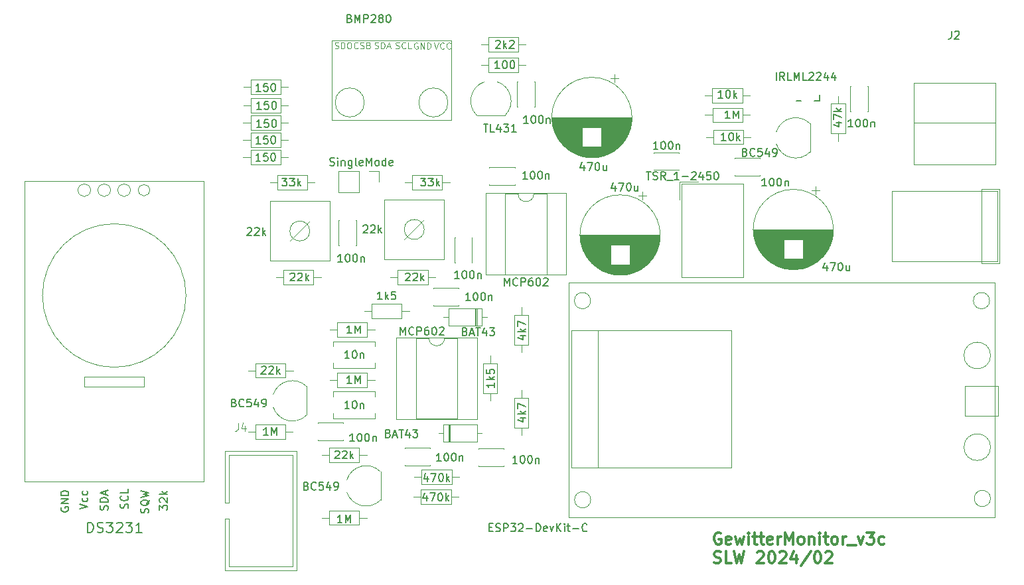
<source format=gbr>
%TF.GenerationSoftware,KiCad,Pcbnew,8.0.1*%
%TF.CreationDate,2024-04-18T15:02:16+02:00*%
%TF.ProjectId,GewitterMonitor,47657769-7474-4657-924d-6f6e69746f72,rev?*%
%TF.SameCoordinates,Original*%
%TF.FileFunction,Legend,Top*%
%TF.FilePolarity,Positive*%
%FSLAX46Y46*%
G04 Gerber Fmt 4.6, Leading zero omitted, Abs format (unit mm)*
G04 Created by KiCad (PCBNEW 8.0.1) date 2024-04-18 15:02:16*
%MOMM*%
%LPD*%
G01*
G04 APERTURE LIST*
%ADD10C,0.100000*%
%ADD11C,0.300000*%
%ADD12C,0.150000*%
%ADD13C,0.120000*%
%ADD14C,0.152400*%
G04 APERTURE END LIST*
D10*
X107375312Y-29584990D02*
X107299122Y-29546895D01*
X107299122Y-29546895D02*
X107184836Y-29546895D01*
X107184836Y-29546895D02*
X107070550Y-29584990D01*
X107070550Y-29584990D02*
X106994360Y-29661180D01*
X106994360Y-29661180D02*
X106956265Y-29737371D01*
X106956265Y-29737371D02*
X106918169Y-29889752D01*
X106918169Y-29889752D02*
X106918169Y-30004038D01*
X106918169Y-30004038D02*
X106956265Y-30156419D01*
X106956265Y-30156419D02*
X106994360Y-30232609D01*
X106994360Y-30232609D02*
X107070550Y-30308800D01*
X107070550Y-30308800D02*
X107184836Y-30346895D01*
X107184836Y-30346895D02*
X107261027Y-30346895D01*
X107261027Y-30346895D02*
X107375312Y-30308800D01*
X107375312Y-30308800D02*
X107413408Y-30270704D01*
X107413408Y-30270704D02*
X107413408Y-30004038D01*
X107413408Y-30004038D02*
X107261027Y-30004038D01*
X107756265Y-30346895D02*
X107756265Y-29546895D01*
X107756265Y-29546895D02*
X108213408Y-30346895D01*
X108213408Y-30346895D02*
X108213408Y-29546895D01*
X108594360Y-30346895D02*
X108594360Y-29546895D01*
X108594360Y-29546895D02*
X108784836Y-29546895D01*
X108784836Y-29546895D02*
X108899122Y-29584990D01*
X108899122Y-29584990D02*
X108975312Y-29661180D01*
X108975312Y-29661180D02*
X109013407Y-29737371D01*
X109013407Y-29737371D02*
X109051503Y-29889752D01*
X109051503Y-29889752D02*
X109051503Y-30004038D01*
X109051503Y-30004038D02*
X109013407Y-30156419D01*
X109013407Y-30156419D02*
X108975312Y-30232609D01*
X108975312Y-30232609D02*
X108899122Y-30308800D01*
X108899122Y-30308800D02*
X108784836Y-30346895D01*
X108784836Y-30346895D02*
X108594360Y-30346895D01*
X96818169Y-30258800D02*
X96932455Y-30296895D01*
X96932455Y-30296895D02*
X97122931Y-30296895D01*
X97122931Y-30296895D02*
X97199122Y-30258800D01*
X97199122Y-30258800D02*
X97237217Y-30220704D01*
X97237217Y-30220704D02*
X97275312Y-30144514D01*
X97275312Y-30144514D02*
X97275312Y-30068323D01*
X97275312Y-30068323D02*
X97237217Y-29992133D01*
X97237217Y-29992133D02*
X97199122Y-29954038D01*
X97199122Y-29954038D02*
X97122931Y-29915942D01*
X97122931Y-29915942D02*
X96970550Y-29877847D01*
X96970550Y-29877847D02*
X96894360Y-29839752D01*
X96894360Y-29839752D02*
X96856265Y-29801657D01*
X96856265Y-29801657D02*
X96818169Y-29725466D01*
X96818169Y-29725466D02*
X96818169Y-29649276D01*
X96818169Y-29649276D02*
X96856265Y-29573085D01*
X96856265Y-29573085D02*
X96894360Y-29534990D01*
X96894360Y-29534990D02*
X96970550Y-29496895D01*
X96970550Y-29496895D02*
X97161027Y-29496895D01*
X97161027Y-29496895D02*
X97275312Y-29534990D01*
X97618170Y-30296895D02*
X97618170Y-29496895D01*
X97618170Y-29496895D02*
X97808646Y-29496895D01*
X97808646Y-29496895D02*
X97922932Y-29534990D01*
X97922932Y-29534990D02*
X97999122Y-29611180D01*
X97999122Y-29611180D02*
X98037217Y-29687371D01*
X98037217Y-29687371D02*
X98075313Y-29839752D01*
X98075313Y-29839752D02*
X98075313Y-29954038D01*
X98075313Y-29954038D02*
X98037217Y-30106419D01*
X98037217Y-30106419D02*
X97999122Y-30182609D01*
X97999122Y-30182609D02*
X97922932Y-30258800D01*
X97922932Y-30258800D02*
X97808646Y-30296895D01*
X97808646Y-30296895D02*
X97618170Y-30296895D01*
X98570551Y-29496895D02*
X98722932Y-29496895D01*
X98722932Y-29496895D02*
X98799122Y-29534990D01*
X98799122Y-29534990D02*
X98875313Y-29611180D01*
X98875313Y-29611180D02*
X98913408Y-29763561D01*
X98913408Y-29763561D02*
X98913408Y-30030228D01*
X98913408Y-30030228D02*
X98875313Y-30182609D01*
X98875313Y-30182609D02*
X98799122Y-30258800D01*
X98799122Y-30258800D02*
X98722932Y-30296895D01*
X98722932Y-30296895D02*
X98570551Y-30296895D01*
X98570551Y-30296895D02*
X98494360Y-30258800D01*
X98494360Y-30258800D02*
X98418170Y-30182609D01*
X98418170Y-30182609D02*
X98380074Y-30030228D01*
X98380074Y-30030228D02*
X98380074Y-29763561D01*
X98380074Y-29763561D02*
X98418170Y-29611180D01*
X98418170Y-29611180D02*
X98494360Y-29534990D01*
X98494360Y-29534990D02*
X98570551Y-29496895D01*
X109491979Y-29546895D02*
X109758646Y-30346895D01*
X109758646Y-30346895D02*
X110025312Y-29546895D01*
X110749122Y-30270704D02*
X110711026Y-30308800D01*
X110711026Y-30308800D02*
X110596741Y-30346895D01*
X110596741Y-30346895D02*
X110520550Y-30346895D01*
X110520550Y-30346895D02*
X110406264Y-30308800D01*
X110406264Y-30308800D02*
X110330074Y-30232609D01*
X110330074Y-30232609D02*
X110291979Y-30156419D01*
X110291979Y-30156419D02*
X110253883Y-30004038D01*
X110253883Y-30004038D02*
X110253883Y-29889752D01*
X110253883Y-29889752D02*
X110291979Y-29737371D01*
X110291979Y-29737371D02*
X110330074Y-29661180D01*
X110330074Y-29661180D02*
X110406264Y-29584990D01*
X110406264Y-29584990D02*
X110520550Y-29546895D01*
X110520550Y-29546895D02*
X110596741Y-29546895D01*
X110596741Y-29546895D02*
X110711026Y-29584990D01*
X110711026Y-29584990D02*
X110749122Y-29623085D01*
X111549122Y-30270704D02*
X111511026Y-30308800D01*
X111511026Y-30308800D02*
X111396741Y-30346895D01*
X111396741Y-30346895D02*
X111320550Y-30346895D01*
X111320550Y-30346895D02*
X111206264Y-30308800D01*
X111206264Y-30308800D02*
X111130074Y-30232609D01*
X111130074Y-30232609D02*
X111091979Y-30156419D01*
X111091979Y-30156419D02*
X111053883Y-30004038D01*
X111053883Y-30004038D02*
X111053883Y-29889752D01*
X111053883Y-29889752D02*
X111091979Y-29737371D01*
X111091979Y-29737371D02*
X111130074Y-29661180D01*
X111130074Y-29661180D02*
X111206264Y-29584990D01*
X111206264Y-29584990D02*
X111320550Y-29546895D01*
X111320550Y-29546895D02*
X111396741Y-29546895D01*
X111396741Y-29546895D02*
X111511026Y-29584990D01*
X111511026Y-29584990D02*
X111549122Y-29623085D01*
X101918169Y-30258800D02*
X102032455Y-30296895D01*
X102032455Y-30296895D02*
X102222931Y-30296895D01*
X102222931Y-30296895D02*
X102299122Y-30258800D01*
X102299122Y-30258800D02*
X102337217Y-30220704D01*
X102337217Y-30220704D02*
X102375312Y-30144514D01*
X102375312Y-30144514D02*
X102375312Y-30068323D01*
X102375312Y-30068323D02*
X102337217Y-29992133D01*
X102337217Y-29992133D02*
X102299122Y-29954038D01*
X102299122Y-29954038D02*
X102222931Y-29915942D01*
X102222931Y-29915942D02*
X102070550Y-29877847D01*
X102070550Y-29877847D02*
X101994360Y-29839752D01*
X101994360Y-29839752D02*
X101956265Y-29801657D01*
X101956265Y-29801657D02*
X101918169Y-29725466D01*
X101918169Y-29725466D02*
X101918169Y-29649276D01*
X101918169Y-29649276D02*
X101956265Y-29573085D01*
X101956265Y-29573085D02*
X101994360Y-29534990D01*
X101994360Y-29534990D02*
X102070550Y-29496895D01*
X102070550Y-29496895D02*
X102261027Y-29496895D01*
X102261027Y-29496895D02*
X102375312Y-29534990D01*
X102718170Y-30296895D02*
X102718170Y-29496895D01*
X102718170Y-29496895D02*
X102908646Y-29496895D01*
X102908646Y-29496895D02*
X103022932Y-29534990D01*
X103022932Y-29534990D02*
X103099122Y-29611180D01*
X103099122Y-29611180D02*
X103137217Y-29687371D01*
X103137217Y-29687371D02*
X103175313Y-29839752D01*
X103175313Y-29839752D02*
X103175313Y-29954038D01*
X103175313Y-29954038D02*
X103137217Y-30106419D01*
X103137217Y-30106419D02*
X103099122Y-30182609D01*
X103099122Y-30182609D02*
X103022932Y-30258800D01*
X103022932Y-30258800D02*
X102908646Y-30296895D01*
X102908646Y-30296895D02*
X102718170Y-30296895D01*
X103480074Y-30068323D02*
X103861027Y-30068323D01*
X103403884Y-30296895D02*
X103670551Y-29496895D01*
X103670551Y-29496895D02*
X103937217Y-30296895D01*
D11*
X146040225Y-92157341D02*
X145897368Y-92085912D01*
X145897368Y-92085912D02*
X145683082Y-92085912D01*
X145683082Y-92085912D02*
X145468796Y-92157341D01*
X145468796Y-92157341D02*
X145325939Y-92300198D01*
X145325939Y-92300198D02*
X145254510Y-92443055D01*
X145254510Y-92443055D02*
X145183082Y-92728769D01*
X145183082Y-92728769D02*
X145183082Y-92943055D01*
X145183082Y-92943055D02*
X145254510Y-93228769D01*
X145254510Y-93228769D02*
X145325939Y-93371626D01*
X145325939Y-93371626D02*
X145468796Y-93514484D01*
X145468796Y-93514484D02*
X145683082Y-93585912D01*
X145683082Y-93585912D02*
X145825939Y-93585912D01*
X145825939Y-93585912D02*
X146040225Y-93514484D01*
X146040225Y-93514484D02*
X146111653Y-93443055D01*
X146111653Y-93443055D02*
X146111653Y-92943055D01*
X146111653Y-92943055D02*
X145825939Y-92943055D01*
X147325939Y-93514484D02*
X147183082Y-93585912D01*
X147183082Y-93585912D02*
X146897368Y-93585912D01*
X146897368Y-93585912D02*
X146754510Y-93514484D01*
X146754510Y-93514484D02*
X146683082Y-93371626D01*
X146683082Y-93371626D02*
X146683082Y-92800198D01*
X146683082Y-92800198D02*
X146754510Y-92657341D01*
X146754510Y-92657341D02*
X146897368Y-92585912D01*
X146897368Y-92585912D02*
X147183082Y-92585912D01*
X147183082Y-92585912D02*
X147325939Y-92657341D01*
X147325939Y-92657341D02*
X147397368Y-92800198D01*
X147397368Y-92800198D02*
X147397368Y-92943055D01*
X147397368Y-92943055D02*
X146683082Y-93085912D01*
X147897367Y-92585912D02*
X148183082Y-93585912D01*
X148183082Y-93585912D02*
X148468796Y-92871626D01*
X148468796Y-92871626D02*
X148754510Y-93585912D01*
X148754510Y-93585912D02*
X149040224Y-92585912D01*
X149611653Y-93585912D02*
X149611653Y-92585912D01*
X149611653Y-92085912D02*
X149540225Y-92157341D01*
X149540225Y-92157341D02*
X149611653Y-92228769D01*
X149611653Y-92228769D02*
X149683082Y-92157341D01*
X149683082Y-92157341D02*
X149611653Y-92085912D01*
X149611653Y-92085912D02*
X149611653Y-92228769D01*
X150111654Y-92585912D02*
X150683082Y-92585912D01*
X150325939Y-92085912D02*
X150325939Y-93371626D01*
X150325939Y-93371626D02*
X150397368Y-93514484D01*
X150397368Y-93514484D02*
X150540225Y-93585912D01*
X150540225Y-93585912D02*
X150683082Y-93585912D01*
X150968797Y-92585912D02*
X151540225Y-92585912D01*
X151183082Y-92085912D02*
X151183082Y-93371626D01*
X151183082Y-93371626D02*
X151254511Y-93514484D01*
X151254511Y-93514484D02*
X151397368Y-93585912D01*
X151397368Y-93585912D02*
X151540225Y-93585912D01*
X152611654Y-93514484D02*
X152468797Y-93585912D01*
X152468797Y-93585912D02*
X152183083Y-93585912D01*
X152183083Y-93585912D02*
X152040225Y-93514484D01*
X152040225Y-93514484D02*
X151968797Y-93371626D01*
X151968797Y-93371626D02*
X151968797Y-92800198D01*
X151968797Y-92800198D02*
X152040225Y-92657341D01*
X152040225Y-92657341D02*
X152183083Y-92585912D01*
X152183083Y-92585912D02*
X152468797Y-92585912D01*
X152468797Y-92585912D02*
X152611654Y-92657341D01*
X152611654Y-92657341D02*
X152683083Y-92800198D01*
X152683083Y-92800198D02*
X152683083Y-92943055D01*
X152683083Y-92943055D02*
X151968797Y-93085912D01*
X153325939Y-93585912D02*
X153325939Y-92585912D01*
X153325939Y-92871626D02*
X153397368Y-92728769D01*
X153397368Y-92728769D02*
X153468797Y-92657341D01*
X153468797Y-92657341D02*
X153611654Y-92585912D01*
X153611654Y-92585912D02*
X153754511Y-92585912D01*
X154254510Y-93585912D02*
X154254510Y-92085912D01*
X154254510Y-92085912D02*
X154754510Y-93157341D01*
X154754510Y-93157341D02*
X155254510Y-92085912D01*
X155254510Y-92085912D02*
X155254510Y-93585912D01*
X156183082Y-93585912D02*
X156040225Y-93514484D01*
X156040225Y-93514484D02*
X155968796Y-93443055D01*
X155968796Y-93443055D02*
X155897368Y-93300198D01*
X155897368Y-93300198D02*
X155897368Y-92871626D01*
X155897368Y-92871626D02*
X155968796Y-92728769D01*
X155968796Y-92728769D02*
X156040225Y-92657341D01*
X156040225Y-92657341D02*
X156183082Y-92585912D01*
X156183082Y-92585912D02*
X156397368Y-92585912D01*
X156397368Y-92585912D02*
X156540225Y-92657341D01*
X156540225Y-92657341D02*
X156611654Y-92728769D01*
X156611654Y-92728769D02*
X156683082Y-92871626D01*
X156683082Y-92871626D02*
X156683082Y-93300198D01*
X156683082Y-93300198D02*
X156611654Y-93443055D01*
X156611654Y-93443055D02*
X156540225Y-93514484D01*
X156540225Y-93514484D02*
X156397368Y-93585912D01*
X156397368Y-93585912D02*
X156183082Y-93585912D01*
X157325939Y-92585912D02*
X157325939Y-93585912D01*
X157325939Y-92728769D02*
X157397368Y-92657341D01*
X157397368Y-92657341D02*
X157540225Y-92585912D01*
X157540225Y-92585912D02*
X157754511Y-92585912D01*
X157754511Y-92585912D02*
X157897368Y-92657341D01*
X157897368Y-92657341D02*
X157968797Y-92800198D01*
X157968797Y-92800198D02*
X157968797Y-93585912D01*
X158683082Y-93585912D02*
X158683082Y-92585912D01*
X158683082Y-92085912D02*
X158611654Y-92157341D01*
X158611654Y-92157341D02*
X158683082Y-92228769D01*
X158683082Y-92228769D02*
X158754511Y-92157341D01*
X158754511Y-92157341D02*
X158683082Y-92085912D01*
X158683082Y-92085912D02*
X158683082Y-92228769D01*
X159183083Y-92585912D02*
X159754511Y-92585912D01*
X159397368Y-92085912D02*
X159397368Y-93371626D01*
X159397368Y-93371626D02*
X159468797Y-93514484D01*
X159468797Y-93514484D02*
X159611654Y-93585912D01*
X159611654Y-93585912D02*
X159754511Y-93585912D01*
X160468797Y-93585912D02*
X160325940Y-93514484D01*
X160325940Y-93514484D02*
X160254511Y-93443055D01*
X160254511Y-93443055D02*
X160183083Y-93300198D01*
X160183083Y-93300198D02*
X160183083Y-92871626D01*
X160183083Y-92871626D02*
X160254511Y-92728769D01*
X160254511Y-92728769D02*
X160325940Y-92657341D01*
X160325940Y-92657341D02*
X160468797Y-92585912D01*
X160468797Y-92585912D02*
X160683083Y-92585912D01*
X160683083Y-92585912D02*
X160825940Y-92657341D01*
X160825940Y-92657341D02*
X160897369Y-92728769D01*
X160897369Y-92728769D02*
X160968797Y-92871626D01*
X160968797Y-92871626D02*
X160968797Y-93300198D01*
X160968797Y-93300198D02*
X160897369Y-93443055D01*
X160897369Y-93443055D02*
X160825940Y-93514484D01*
X160825940Y-93514484D02*
X160683083Y-93585912D01*
X160683083Y-93585912D02*
X160468797Y-93585912D01*
X161611654Y-93585912D02*
X161611654Y-92585912D01*
X161611654Y-92871626D02*
X161683083Y-92728769D01*
X161683083Y-92728769D02*
X161754512Y-92657341D01*
X161754512Y-92657341D02*
X161897369Y-92585912D01*
X161897369Y-92585912D02*
X162040226Y-92585912D01*
X162183083Y-93728769D02*
X163325940Y-93728769D01*
X163540225Y-92585912D02*
X163897368Y-93585912D01*
X163897368Y-93585912D02*
X164254511Y-92585912D01*
X164683082Y-92085912D02*
X165611654Y-92085912D01*
X165611654Y-92085912D02*
X165111654Y-92657341D01*
X165111654Y-92657341D02*
X165325939Y-92657341D01*
X165325939Y-92657341D02*
X165468797Y-92728769D01*
X165468797Y-92728769D02*
X165540225Y-92800198D01*
X165540225Y-92800198D02*
X165611654Y-92943055D01*
X165611654Y-92943055D02*
X165611654Y-93300198D01*
X165611654Y-93300198D02*
X165540225Y-93443055D01*
X165540225Y-93443055D02*
X165468797Y-93514484D01*
X165468797Y-93514484D02*
X165325939Y-93585912D01*
X165325939Y-93585912D02*
X164897368Y-93585912D01*
X164897368Y-93585912D02*
X164754511Y-93514484D01*
X164754511Y-93514484D02*
X164683082Y-93443055D01*
X166897368Y-93514484D02*
X166754510Y-93585912D01*
X166754510Y-93585912D02*
X166468796Y-93585912D01*
X166468796Y-93585912D02*
X166325939Y-93514484D01*
X166325939Y-93514484D02*
X166254510Y-93443055D01*
X166254510Y-93443055D02*
X166183082Y-93300198D01*
X166183082Y-93300198D02*
X166183082Y-92871626D01*
X166183082Y-92871626D02*
X166254510Y-92728769D01*
X166254510Y-92728769D02*
X166325939Y-92657341D01*
X166325939Y-92657341D02*
X166468796Y-92585912D01*
X166468796Y-92585912D02*
X166754510Y-92585912D01*
X166754510Y-92585912D02*
X166897368Y-92657341D01*
X145183082Y-95929400D02*
X145397368Y-96000828D01*
X145397368Y-96000828D02*
X145754510Y-96000828D01*
X145754510Y-96000828D02*
X145897368Y-95929400D01*
X145897368Y-95929400D02*
X145968796Y-95857971D01*
X145968796Y-95857971D02*
X146040225Y-95715114D01*
X146040225Y-95715114D02*
X146040225Y-95572257D01*
X146040225Y-95572257D02*
X145968796Y-95429400D01*
X145968796Y-95429400D02*
X145897368Y-95357971D01*
X145897368Y-95357971D02*
X145754510Y-95286542D01*
X145754510Y-95286542D02*
X145468796Y-95215114D01*
X145468796Y-95215114D02*
X145325939Y-95143685D01*
X145325939Y-95143685D02*
X145254510Y-95072257D01*
X145254510Y-95072257D02*
X145183082Y-94929400D01*
X145183082Y-94929400D02*
X145183082Y-94786542D01*
X145183082Y-94786542D02*
X145254510Y-94643685D01*
X145254510Y-94643685D02*
X145325939Y-94572257D01*
X145325939Y-94572257D02*
X145468796Y-94500828D01*
X145468796Y-94500828D02*
X145825939Y-94500828D01*
X145825939Y-94500828D02*
X146040225Y-94572257D01*
X147397367Y-96000828D02*
X146683081Y-96000828D01*
X146683081Y-96000828D02*
X146683081Y-94500828D01*
X147754510Y-94500828D02*
X148111653Y-96000828D01*
X148111653Y-96000828D02*
X148397367Y-94929400D01*
X148397367Y-94929400D02*
X148683082Y-96000828D01*
X148683082Y-96000828D02*
X149040225Y-94500828D01*
X150683082Y-94643685D02*
X150754510Y-94572257D01*
X150754510Y-94572257D02*
X150897368Y-94500828D01*
X150897368Y-94500828D02*
X151254510Y-94500828D01*
X151254510Y-94500828D02*
X151397368Y-94572257D01*
X151397368Y-94572257D02*
X151468796Y-94643685D01*
X151468796Y-94643685D02*
X151540225Y-94786542D01*
X151540225Y-94786542D02*
X151540225Y-94929400D01*
X151540225Y-94929400D02*
X151468796Y-95143685D01*
X151468796Y-95143685D02*
X150611653Y-96000828D01*
X150611653Y-96000828D02*
X151540225Y-96000828D01*
X152468796Y-94500828D02*
X152611653Y-94500828D01*
X152611653Y-94500828D02*
X152754510Y-94572257D01*
X152754510Y-94572257D02*
X152825939Y-94643685D01*
X152825939Y-94643685D02*
X152897367Y-94786542D01*
X152897367Y-94786542D02*
X152968796Y-95072257D01*
X152968796Y-95072257D02*
X152968796Y-95429400D01*
X152968796Y-95429400D02*
X152897367Y-95715114D01*
X152897367Y-95715114D02*
X152825939Y-95857971D01*
X152825939Y-95857971D02*
X152754510Y-95929400D01*
X152754510Y-95929400D02*
X152611653Y-96000828D01*
X152611653Y-96000828D02*
X152468796Y-96000828D01*
X152468796Y-96000828D02*
X152325939Y-95929400D01*
X152325939Y-95929400D02*
X152254510Y-95857971D01*
X152254510Y-95857971D02*
X152183081Y-95715114D01*
X152183081Y-95715114D02*
X152111653Y-95429400D01*
X152111653Y-95429400D02*
X152111653Y-95072257D01*
X152111653Y-95072257D02*
X152183081Y-94786542D01*
X152183081Y-94786542D02*
X152254510Y-94643685D01*
X152254510Y-94643685D02*
X152325939Y-94572257D01*
X152325939Y-94572257D02*
X152468796Y-94500828D01*
X153540224Y-94643685D02*
X153611652Y-94572257D01*
X153611652Y-94572257D02*
X153754510Y-94500828D01*
X153754510Y-94500828D02*
X154111652Y-94500828D01*
X154111652Y-94500828D02*
X154254510Y-94572257D01*
X154254510Y-94572257D02*
X154325938Y-94643685D01*
X154325938Y-94643685D02*
X154397367Y-94786542D01*
X154397367Y-94786542D02*
X154397367Y-94929400D01*
X154397367Y-94929400D02*
X154325938Y-95143685D01*
X154325938Y-95143685D02*
X153468795Y-96000828D01*
X153468795Y-96000828D02*
X154397367Y-96000828D01*
X155683081Y-95000828D02*
X155683081Y-96000828D01*
X155325938Y-94429400D02*
X154968795Y-95500828D01*
X154968795Y-95500828D02*
X155897366Y-95500828D01*
X157540223Y-94429400D02*
X156254509Y-96357971D01*
X158325938Y-94500828D02*
X158468795Y-94500828D01*
X158468795Y-94500828D02*
X158611652Y-94572257D01*
X158611652Y-94572257D02*
X158683081Y-94643685D01*
X158683081Y-94643685D02*
X158754509Y-94786542D01*
X158754509Y-94786542D02*
X158825938Y-95072257D01*
X158825938Y-95072257D02*
X158825938Y-95429400D01*
X158825938Y-95429400D02*
X158754509Y-95715114D01*
X158754509Y-95715114D02*
X158683081Y-95857971D01*
X158683081Y-95857971D02*
X158611652Y-95929400D01*
X158611652Y-95929400D02*
X158468795Y-96000828D01*
X158468795Y-96000828D02*
X158325938Y-96000828D01*
X158325938Y-96000828D02*
X158183081Y-95929400D01*
X158183081Y-95929400D02*
X158111652Y-95857971D01*
X158111652Y-95857971D02*
X158040223Y-95715114D01*
X158040223Y-95715114D02*
X157968795Y-95429400D01*
X157968795Y-95429400D02*
X157968795Y-95072257D01*
X157968795Y-95072257D02*
X158040223Y-94786542D01*
X158040223Y-94786542D02*
X158111652Y-94643685D01*
X158111652Y-94643685D02*
X158183081Y-94572257D01*
X158183081Y-94572257D02*
X158325938Y-94500828D01*
X159397366Y-94643685D02*
X159468794Y-94572257D01*
X159468794Y-94572257D02*
X159611652Y-94500828D01*
X159611652Y-94500828D02*
X159968794Y-94500828D01*
X159968794Y-94500828D02*
X160111652Y-94572257D01*
X160111652Y-94572257D02*
X160183080Y-94643685D01*
X160183080Y-94643685D02*
X160254509Y-94786542D01*
X160254509Y-94786542D02*
X160254509Y-94929400D01*
X160254509Y-94929400D02*
X160183080Y-95143685D01*
X160183080Y-95143685D02*
X159325937Y-96000828D01*
X159325937Y-96000828D02*
X160254509Y-96000828D01*
D10*
X99763408Y-30220704D02*
X99725312Y-30258800D01*
X99725312Y-30258800D02*
X99611027Y-30296895D01*
X99611027Y-30296895D02*
X99534836Y-30296895D01*
X99534836Y-30296895D02*
X99420550Y-30258800D01*
X99420550Y-30258800D02*
X99344360Y-30182609D01*
X99344360Y-30182609D02*
X99306265Y-30106419D01*
X99306265Y-30106419D02*
X99268169Y-29954038D01*
X99268169Y-29954038D02*
X99268169Y-29839752D01*
X99268169Y-29839752D02*
X99306265Y-29687371D01*
X99306265Y-29687371D02*
X99344360Y-29611180D01*
X99344360Y-29611180D02*
X99420550Y-29534990D01*
X99420550Y-29534990D02*
X99534836Y-29496895D01*
X99534836Y-29496895D02*
X99611027Y-29496895D01*
X99611027Y-29496895D02*
X99725312Y-29534990D01*
X99725312Y-29534990D02*
X99763408Y-29573085D01*
X100068169Y-30258800D02*
X100182455Y-30296895D01*
X100182455Y-30296895D02*
X100372931Y-30296895D01*
X100372931Y-30296895D02*
X100449122Y-30258800D01*
X100449122Y-30258800D02*
X100487217Y-30220704D01*
X100487217Y-30220704D02*
X100525312Y-30144514D01*
X100525312Y-30144514D02*
X100525312Y-30068323D01*
X100525312Y-30068323D02*
X100487217Y-29992133D01*
X100487217Y-29992133D02*
X100449122Y-29954038D01*
X100449122Y-29954038D02*
X100372931Y-29915942D01*
X100372931Y-29915942D02*
X100220550Y-29877847D01*
X100220550Y-29877847D02*
X100144360Y-29839752D01*
X100144360Y-29839752D02*
X100106265Y-29801657D01*
X100106265Y-29801657D02*
X100068169Y-29725466D01*
X100068169Y-29725466D02*
X100068169Y-29649276D01*
X100068169Y-29649276D02*
X100106265Y-29573085D01*
X100106265Y-29573085D02*
X100144360Y-29534990D01*
X100144360Y-29534990D02*
X100220550Y-29496895D01*
X100220550Y-29496895D02*
X100411027Y-29496895D01*
X100411027Y-29496895D02*
X100525312Y-29534990D01*
X101134836Y-29877847D02*
X101249122Y-29915942D01*
X101249122Y-29915942D02*
X101287217Y-29954038D01*
X101287217Y-29954038D02*
X101325313Y-30030228D01*
X101325313Y-30030228D02*
X101325313Y-30144514D01*
X101325313Y-30144514D02*
X101287217Y-30220704D01*
X101287217Y-30220704D02*
X101249122Y-30258800D01*
X101249122Y-30258800D02*
X101172932Y-30296895D01*
X101172932Y-30296895D02*
X100868170Y-30296895D01*
X100868170Y-30296895D02*
X100868170Y-29496895D01*
X100868170Y-29496895D02*
X101134836Y-29496895D01*
X101134836Y-29496895D02*
X101211027Y-29534990D01*
X101211027Y-29534990D02*
X101249122Y-29573085D01*
X101249122Y-29573085D02*
X101287217Y-29649276D01*
X101287217Y-29649276D02*
X101287217Y-29725466D01*
X101287217Y-29725466D02*
X101249122Y-29801657D01*
X101249122Y-29801657D02*
X101211027Y-29839752D01*
X101211027Y-29839752D02*
X101134836Y-29877847D01*
X101134836Y-29877847D02*
X100868170Y-29877847D01*
X104568169Y-30258800D02*
X104682455Y-30296895D01*
X104682455Y-30296895D02*
X104872931Y-30296895D01*
X104872931Y-30296895D02*
X104949122Y-30258800D01*
X104949122Y-30258800D02*
X104987217Y-30220704D01*
X104987217Y-30220704D02*
X105025312Y-30144514D01*
X105025312Y-30144514D02*
X105025312Y-30068323D01*
X105025312Y-30068323D02*
X104987217Y-29992133D01*
X104987217Y-29992133D02*
X104949122Y-29954038D01*
X104949122Y-29954038D02*
X104872931Y-29915942D01*
X104872931Y-29915942D02*
X104720550Y-29877847D01*
X104720550Y-29877847D02*
X104644360Y-29839752D01*
X104644360Y-29839752D02*
X104606265Y-29801657D01*
X104606265Y-29801657D02*
X104568169Y-29725466D01*
X104568169Y-29725466D02*
X104568169Y-29649276D01*
X104568169Y-29649276D02*
X104606265Y-29573085D01*
X104606265Y-29573085D02*
X104644360Y-29534990D01*
X104644360Y-29534990D02*
X104720550Y-29496895D01*
X104720550Y-29496895D02*
X104911027Y-29496895D01*
X104911027Y-29496895D02*
X105025312Y-29534990D01*
X105825313Y-30220704D02*
X105787217Y-30258800D01*
X105787217Y-30258800D02*
X105672932Y-30296895D01*
X105672932Y-30296895D02*
X105596741Y-30296895D01*
X105596741Y-30296895D02*
X105482455Y-30258800D01*
X105482455Y-30258800D02*
X105406265Y-30182609D01*
X105406265Y-30182609D02*
X105368170Y-30106419D01*
X105368170Y-30106419D02*
X105330074Y-29954038D01*
X105330074Y-29954038D02*
X105330074Y-29839752D01*
X105330074Y-29839752D02*
X105368170Y-29687371D01*
X105368170Y-29687371D02*
X105406265Y-29611180D01*
X105406265Y-29611180D02*
X105482455Y-29534990D01*
X105482455Y-29534990D02*
X105596741Y-29496895D01*
X105596741Y-29496895D02*
X105672932Y-29496895D01*
X105672932Y-29496895D02*
X105787217Y-29534990D01*
X105787217Y-29534990D02*
X105825313Y-29573085D01*
X106549122Y-30296895D02*
X106168170Y-30296895D01*
X106168170Y-30296895D02*
X106168170Y-29496895D01*
D12*
X121480952Y-39854819D02*
X120909524Y-39854819D01*
X121195238Y-39854819D02*
X121195238Y-38854819D01*
X121195238Y-38854819D02*
X121100000Y-38997676D01*
X121100000Y-38997676D02*
X121004762Y-39092914D01*
X121004762Y-39092914D02*
X120909524Y-39140533D01*
X122100000Y-38854819D02*
X122195238Y-38854819D01*
X122195238Y-38854819D02*
X122290476Y-38902438D01*
X122290476Y-38902438D02*
X122338095Y-38950057D01*
X122338095Y-38950057D02*
X122385714Y-39045295D01*
X122385714Y-39045295D02*
X122433333Y-39235771D01*
X122433333Y-39235771D02*
X122433333Y-39473866D01*
X122433333Y-39473866D02*
X122385714Y-39664342D01*
X122385714Y-39664342D02*
X122338095Y-39759580D01*
X122338095Y-39759580D02*
X122290476Y-39807200D01*
X122290476Y-39807200D02*
X122195238Y-39854819D01*
X122195238Y-39854819D02*
X122100000Y-39854819D01*
X122100000Y-39854819D02*
X122004762Y-39807200D01*
X122004762Y-39807200D02*
X121957143Y-39759580D01*
X121957143Y-39759580D02*
X121909524Y-39664342D01*
X121909524Y-39664342D02*
X121861905Y-39473866D01*
X121861905Y-39473866D02*
X121861905Y-39235771D01*
X121861905Y-39235771D02*
X121909524Y-39045295D01*
X121909524Y-39045295D02*
X121957143Y-38950057D01*
X121957143Y-38950057D02*
X122004762Y-38902438D01*
X122004762Y-38902438D02*
X122100000Y-38854819D01*
X123052381Y-38854819D02*
X123147619Y-38854819D01*
X123147619Y-38854819D02*
X123242857Y-38902438D01*
X123242857Y-38902438D02*
X123290476Y-38950057D01*
X123290476Y-38950057D02*
X123338095Y-39045295D01*
X123338095Y-39045295D02*
X123385714Y-39235771D01*
X123385714Y-39235771D02*
X123385714Y-39473866D01*
X123385714Y-39473866D02*
X123338095Y-39664342D01*
X123338095Y-39664342D02*
X123290476Y-39759580D01*
X123290476Y-39759580D02*
X123242857Y-39807200D01*
X123242857Y-39807200D02*
X123147619Y-39854819D01*
X123147619Y-39854819D02*
X123052381Y-39854819D01*
X123052381Y-39854819D02*
X122957143Y-39807200D01*
X122957143Y-39807200D02*
X122909524Y-39759580D01*
X122909524Y-39759580D02*
X122861905Y-39664342D01*
X122861905Y-39664342D02*
X122814286Y-39473866D01*
X122814286Y-39473866D02*
X122814286Y-39235771D01*
X122814286Y-39235771D02*
X122861905Y-39045295D01*
X122861905Y-39045295D02*
X122909524Y-38950057D01*
X122909524Y-38950057D02*
X122957143Y-38902438D01*
X122957143Y-38902438D02*
X123052381Y-38854819D01*
X123814286Y-39188152D02*
X123814286Y-39854819D01*
X123814286Y-39283390D02*
X123861905Y-39235771D01*
X123861905Y-39235771D02*
X123957143Y-39188152D01*
X123957143Y-39188152D02*
X124100000Y-39188152D01*
X124100000Y-39188152D02*
X124195238Y-39235771D01*
X124195238Y-39235771D02*
X124242857Y-39331009D01*
X124242857Y-39331009D02*
X124242857Y-39854819D01*
X97734285Y-90854819D02*
X97162857Y-90854819D01*
X97448571Y-90854819D02*
X97448571Y-89854819D01*
X97448571Y-89854819D02*
X97353333Y-89997676D01*
X97353333Y-89997676D02*
X97258095Y-90092914D01*
X97258095Y-90092914D02*
X97162857Y-90140533D01*
X98162857Y-90854819D02*
X98162857Y-89854819D01*
X98162857Y-89854819D02*
X98496190Y-90569104D01*
X98496190Y-90569104D02*
X98829523Y-89854819D01*
X98829523Y-89854819D02*
X98829523Y-90854819D01*
X99300952Y-80454819D02*
X98729524Y-80454819D01*
X99015238Y-80454819D02*
X99015238Y-79454819D01*
X99015238Y-79454819D02*
X98920000Y-79597676D01*
X98920000Y-79597676D02*
X98824762Y-79692914D01*
X98824762Y-79692914D02*
X98729524Y-79740533D01*
X99920000Y-79454819D02*
X100015238Y-79454819D01*
X100015238Y-79454819D02*
X100110476Y-79502438D01*
X100110476Y-79502438D02*
X100158095Y-79550057D01*
X100158095Y-79550057D02*
X100205714Y-79645295D01*
X100205714Y-79645295D02*
X100253333Y-79835771D01*
X100253333Y-79835771D02*
X100253333Y-80073866D01*
X100253333Y-80073866D02*
X100205714Y-80264342D01*
X100205714Y-80264342D02*
X100158095Y-80359580D01*
X100158095Y-80359580D02*
X100110476Y-80407200D01*
X100110476Y-80407200D02*
X100015238Y-80454819D01*
X100015238Y-80454819D02*
X99920000Y-80454819D01*
X99920000Y-80454819D02*
X99824762Y-80407200D01*
X99824762Y-80407200D02*
X99777143Y-80359580D01*
X99777143Y-80359580D02*
X99729524Y-80264342D01*
X99729524Y-80264342D02*
X99681905Y-80073866D01*
X99681905Y-80073866D02*
X99681905Y-79835771D01*
X99681905Y-79835771D02*
X99729524Y-79645295D01*
X99729524Y-79645295D02*
X99777143Y-79550057D01*
X99777143Y-79550057D02*
X99824762Y-79502438D01*
X99824762Y-79502438D02*
X99920000Y-79454819D01*
X100872381Y-79454819D02*
X100967619Y-79454819D01*
X100967619Y-79454819D02*
X101062857Y-79502438D01*
X101062857Y-79502438D02*
X101110476Y-79550057D01*
X101110476Y-79550057D02*
X101158095Y-79645295D01*
X101158095Y-79645295D02*
X101205714Y-79835771D01*
X101205714Y-79835771D02*
X101205714Y-80073866D01*
X101205714Y-80073866D02*
X101158095Y-80264342D01*
X101158095Y-80264342D02*
X101110476Y-80359580D01*
X101110476Y-80359580D02*
X101062857Y-80407200D01*
X101062857Y-80407200D02*
X100967619Y-80454819D01*
X100967619Y-80454819D02*
X100872381Y-80454819D01*
X100872381Y-80454819D02*
X100777143Y-80407200D01*
X100777143Y-80407200D02*
X100729524Y-80359580D01*
X100729524Y-80359580D02*
X100681905Y-80264342D01*
X100681905Y-80264342D02*
X100634286Y-80073866D01*
X100634286Y-80073866D02*
X100634286Y-79835771D01*
X100634286Y-79835771D02*
X100681905Y-79645295D01*
X100681905Y-79645295D02*
X100729524Y-79550057D01*
X100729524Y-79550057D02*
X100777143Y-79502438D01*
X100777143Y-79502438D02*
X100872381Y-79454819D01*
X101634286Y-79788152D02*
X101634286Y-80454819D01*
X101634286Y-79883390D02*
X101681905Y-79835771D01*
X101681905Y-79835771D02*
X101777143Y-79788152D01*
X101777143Y-79788152D02*
X101920000Y-79788152D01*
X101920000Y-79788152D02*
X102015238Y-79835771D01*
X102015238Y-79835771D02*
X102062857Y-79931009D01*
X102062857Y-79931009D02*
X102062857Y-80454819D01*
X105158095Y-66854819D02*
X105158095Y-65854819D01*
X105158095Y-65854819D02*
X105491428Y-66569104D01*
X105491428Y-66569104D02*
X105824761Y-65854819D01*
X105824761Y-65854819D02*
X105824761Y-66854819D01*
X106872380Y-66759580D02*
X106824761Y-66807200D01*
X106824761Y-66807200D02*
X106681904Y-66854819D01*
X106681904Y-66854819D02*
X106586666Y-66854819D01*
X106586666Y-66854819D02*
X106443809Y-66807200D01*
X106443809Y-66807200D02*
X106348571Y-66711961D01*
X106348571Y-66711961D02*
X106300952Y-66616723D01*
X106300952Y-66616723D02*
X106253333Y-66426247D01*
X106253333Y-66426247D02*
X106253333Y-66283390D01*
X106253333Y-66283390D02*
X106300952Y-66092914D01*
X106300952Y-66092914D02*
X106348571Y-65997676D01*
X106348571Y-65997676D02*
X106443809Y-65902438D01*
X106443809Y-65902438D02*
X106586666Y-65854819D01*
X106586666Y-65854819D02*
X106681904Y-65854819D01*
X106681904Y-65854819D02*
X106824761Y-65902438D01*
X106824761Y-65902438D02*
X106872380Y-65950057D01*
X107300952Y-66854819D02*
X107300952Y-65854819D01*
X107300952Y-65854819D02*
X107681904Y-65854819D01*
X107681904Y-65854819D02*
X107777142Y-65902438D01*
X107777142Y-65902438D02*
X107824761Y-65950057D01*
X107824761Y-65950057D02*
X107872380Y-66045295D01*
X107872380Y-66045295D02*
X107872380Y-66188152D01*
X107872380Y-66188152D02*
X107824761Y-66283390D01*
X107824761Y-66283390D02*
X107777142Y-66331009D01*
X107777142Y-66331009D02*
X107681904Y-66378628D01*
X107681904Y-66378628D02*
X107300952Y-66378628D01*
X108729523Y-65854819D02*
X108539047Y-65854819D01*
X108539047Y-65854819D02*
X108443809Y-65902438D01*
X108443809Y-65902438D02*
X108396190Y-65950057D01*
X108396190Y-65950057D02*
X108300952Y-66092914D01*
X108300952Y-66092914D02*
X108253333Y-66283390D01*
X108253333Y-66283390D02*
X108253333Y-66664342D01*
X108253333Y-66664342D02*
X108300952Y-66759580D01*
X108300952Y-66759580D02*
X108348571Y-66807200D01*
X108348571Y-66807200D02*
X108443809Y-66854819D01*
X108443809Y-66854819D02*
X108634285Y-66854819D01*
X108634285Y-66854819D02*
X108729523Y-66807200D01*
X108729523Y-66807200D02*
X108777142Y-66759580D01*
X108777142Y-66759580D02*
X108824761Y-66664342D01*
X108824761Y-66664342D02*
X108824761Y-66426247D01*
X108824761Y-66426247D02*
X108777142Y-66331009D01*
X108777142Y-66331009D02*
X108729523Y-66283390D01*
X108729523Y-66283390D02*
X108634285Y-66235771D01*
X108634285Y-66235771D02*
X108443809Y-66235771D01*
X108443809Y-66235771D02*
X108348571Y-66283390D01*
X108348571Y-66283390D02*
X108300952Y-66331009D01*
X108300952Y-66331009D02*
X108253333Y-66426247D01*
X109443809Y-65854819D02*
X109539047Y-65854819D01*
X109539047Y-65854819D02*
X109634285Y-65902438D01*
X109634285Y-65902438D02*
X109681904Y-65950057D01*
X109681904Y-65950057D02*
X109729523Y-66045295D01*
X109729523Y-66045295D02*
X109777142Y-66235771D01*
X109777142Y-66235771D02*
X109777142Y-66473866D01*
X109777142Y-66473866D02*
X109729523Y-66664342D01*
X109729523Y-66664342D02*
X109681904Y-66759580D01*
X109681904Y-66759580D02*
X109634285Y-66807200D01*
X109634285Y-66807200D02*
X109539047Y-66854819D01*
X109539047Y-66854819D02*
X109443809Y-66854819D01*
X109443809Y-66854819D02*
X109348571Y-66807200D01*
X109348571Y-66807200D02*
X109300952Y-66759580D01*
X109300952Y-66759580D02*
X109253333Y-66664342D01*
X109253333Y-66664342D02*
X109205714Y-66473866D01*
X109205714Y-66473866D02*
X109205714Y-66235771D01*
X109205714Y-66235771D02*
X109253333Y-66045295D01*
X109253333Y-66045295D02*
X109300952Y-65950057D01*
X109300952Y-65950057D02*
X109348571Y-65902438D01*
X109348571Y-65902438D02*
X109443809Y-65854819D01*
X110158095Y-65950057D02*
X110205714Y-65902438D01*
X110205714Y-65902438D02*
X110300952Y-65854819D01*
X110300952Y-65854819D02*
X110539047Y-65854819D01*
X110539047Y-65854819D02*
X110634285Y-65902438D01*
X110634285Y-65902438D02*
X110681904Y-65950057D01*
X110681904Y-65950057D02*
X110729523Y-66045295D01*
X110729523Y-66045295D02*
X110729523Y-66140533D01*
X110729523Y-66140533D02*
X110681904Y-66283390D01*
X110681904Y-66283390D02*
X110110476Y-66854819D01*
X110110476Y-66854819D02*
X110729523Y-66854819D01*
X175466666Y-28084819D02*
X175466666Y-28799104D01*
X175466666Y-28799104D02*
X175419047Y-28941961D01*
X175419047Y-28941961D02*
X175323809Y-29037200D01*
X175323809Y-29037200D02*
X175180952Y-29084819D01*
X175180952Y-29084819D02*
X175085714Y-29084819D01*
X175895238Y-28180057D02*
X175942857Y-28132438D01*
X175942857Y-28132438D02*
X176038095Y-28084819D01*
X176038095Y-28084819D02*
X176276190Y-28084819D01*
X176276190Y-28084819D02*
X176371428Y-28132438D01*
X176371428Y-28132438D02*
X176419047Y-28180057D01*
X176419047Y-28180057D02*
X176466666Y-28275295D01*
X176466666Y-28275295D02*
X176466666Y-28370533D01*
X176466666Y-28370533D02*
X176419047Y-28513390D01*
X176419047Y-28513390D02*
X175847619Y-29084819D01*
X175847619Y-29084819D02*
X176466666Y-29084819D01*
X149142857Y-43531009D02*
X149285714Y-43578628D01*
X149285714Y-43578628D02*
X149333333Y-43626247D01*
X149333333Y-43626247D02*
X149380952Y-43721485D01*
X149380952Y-43721485D02*
X149380952Y-43864342D01*
X149380952Y-43864342D02*
X149333333Y-43959580D01*
X149333333Y-43959580D02*
X149285714Y-44007200D01*
X149285714Y-44007200D02*
X149190476Y-44054819D01*
X149190476Y-44054819D02*
X148809524Y-44054819D01*
X148809524Y-44054819D02*
X148809524Y-43054819D01*
X148809524Y-43054819D02*
X149142857Y-43054819D01*
X149142857Y-43054819D02*
X149238095Y-43102438D01*
X149238095Y-43102438D02*
X149285714Y-43150057D01*
X149285714Y-43150057D02*
X149333333Y-43245295D01*
X149333333Y-43245295D02*
X149333333Y-43340533D01*
X149333333Y-43340533D02*
X149285714Y-43435771D01*
X149285714Y-43435771D02*
X149238095Y-43483390D01*
X149238095Y-43483390D02*
X149142857Y-43531009D01*
X149142857Y-43531009D02*
X148809524Y-43531009D01*
X150380952Y-43959580D02*
X150333333Y-44007200D01*
X150333333Y-44007200D02*
X150190476Y-44054819D01*
X150190476Y-44054819D02*
X150095238Y-44054819D01*
X150095238Y-44054819D02*
X149952381Y-44007200D01*
X149952381Y-44007200D02*
X149857143Y-43911961D01*
X149857143Y-43911961D02*
X149809524Y-43816723D01*
X149809524Y-43816723D02*
X149761905Y-43626247D01*
X149761905Y-43626247D02*
X149761905Y-43483390D01*
X149761905Y-43483390D02*
X149809524Y-43292914D01*
X149809524Y-43292914D02*
X149857143Y-43197676D01*
X149857143Y-43197676D02*
X149952381Y-43102438D01*
X149952381Y-43102438D02*
X150095238Y-43054819D01*
X150095238Y-43054819D02*
X150190476Y-43054819D01*
X150190476Y-43054819D02*
X150333333Y-43102438D01*
X150333333Y-43102438D02*
X150380952Y-43150057D01*
X151285714Y-43054819D02*
X150809524Y-43054819D01*
X150809524Y-43054819D02*
X150761905Y-43531009D01*
X150761905Y-43531009D02*
X150809524Y-43483390D01*
X150809524Y-43483390D02*
X150904762Y-43435771D01*
X150904762Y-43435771D02*
X151142857Y-43435771D01*
X151142857Y-43435771D02*
X151238095Y-43483390D01*
X151238095Y-43483390D02*
X151285714Y-43531009D01*
X151285714Y-43531009D02*
X151333333Y-43626247D01*
X151333333Y-43626247D02*
X151333333Y-43864342D01*
X151333333Y-43864342D02*
X151285714Y-43959580D01*
X151285714Y-43959580D02*
X151238095Y-44007200D01*
X151238095Y-44007200D02*
X151142857Y-44054819D01*
X151142857Y-44054819D02*
X150904762Y-44054819D01*
X150904762Y-44054819D02*
X150809524Y-44007200D01*
X150809524Y-44007200D02*
X150761905Y-43959580D01*
X152190476Y-43388152D02*
X152190476Y-44054819D01*
X151952381Y-43007200D02*
X151714286Y-43721485D01*
X151714286Y-43721485D02*
X152333333Y-43721485D01*
X152761905Y-44054819D02*
X152952381Y-44054819D01*
X152952381Y-44054819D02*
X153047619Y-44007200D01*
X153047619Y-44007200D02*
X153095238Y-43959580D01*
X153095238Y-43959580D02*
X153190476Y-43816723D01*
X153190476Y-43816723D02*
X153238095Y-43626247D01*
X153238095Y-43626247D02*
X153238095Y-43245295D01*
X153238095Y-43245295D02*
X153190476Y-43150057D01*
X153190476Y-43150057D02*
X153142857Y-43102438D01*
X153142857Y-43102438D02*
X153047619Y-43054819D01*
X153047619Y-43054819D02*
X152857143Y-43054819D01*
X152857143Y-43054819D02*
X152761905Y-43102438D01*
X152761905Y-43102438D02*
X152714286Y-43150057D01*
X152714286Y-43150057D02*
X152666667Y-43245295D01*
X152666667Y-43245295D02*
X152666667Y-43483390D01*
X152666667Y-43483390D02*
X152714286Y-43578628D01*
X152714286Y-43578628D02*
X152761905Y-43626247D01*
X152761905Y-43626247D02*
X152857143Y-43673866D01*
X152857143Y-43673866D02*
X153047619Y-43673866D01*
X153047619Y-43673866D02*
X153142857Y-43626247D01*
X153142857Y-43626247D02*
X153190476Y-43578628D01*
X153190476Y-43578628D02*
X153238095Y-43483390D01*
X146704761Y-42054819D02*
X146133333Y-42054819D01*
X146419047Y-42054819D02*
X146419047Y-41054819D01*
X146419047Y-41054819D02*
X146323809Y-41197676D01*
X146323809Y-41197676D02*
X146228571Y-41292914D01*
X146228571Y-41292914D02*
X146133333Y-41340533D01*
X147323809Y-41054819D02*
X147419047Y-41054819D01*
X147419047Y-41054819D02*
X147514285Y-41102438D01*
X147514285Y-41102438D02*
X147561904Y-41150057D01*
X147561904Y-41150057D02*
X147609523Y-41245295D01*
X147609523Y-41245295D02*
X147657142Y-41435771D01*
X147657142Y-41435771D02*
X147657142Y-41673866D01*
X147657142Y-41673866D02*
X147609523Y-41864342D01*
X147609523Y-41864342D02*
X147561904Y-41959580D01*
X147561904Y-41959580D02*
X147514285Y-42007200D01*
X147514285Y-42007200D02*
X147419047Y-42054819D01*
X147419047Y-42054819D02*
X147323809Y-42054819D01*
X147323809Y-42054819D02*
X147228571Y-42007200D01*
X147228571Y-42007200D02*
X147180952Y-41959580D01*
X147180952Y-41959580D02*
X147133333Y-41864342D01*
X147133333Y-41864342D02*
X147085714Y-41673866D01*
X147085714Y-41673866D02*
X147085714Y-41435771D01*
X147085714Y-41435771D02*
X147133333Y-41245295D01*
X147133333Y-41245295D02*
X147180952Y-41150057D01*
X147180952Y-41150057D02*
X147228571Y-41102438D01*
X147228571Y-41102438D02*
X147323809Y-41054819D01*
X148085714Y-42054819D02*
X148085714Y-41054819D01*
X148180952Y-41673866D02*
X148466666Y-42054819D01*
X148466666Y-41388152D02*
X148085714Y-41769104D01*
X85633333Y-53250057D02*
X85680952Y-53202438D01*
X85680952Y-53202438D02*
X85776190Y-53154819D01*
X85776190Y-53154819D02*
X86014285Y-53154819D01*
X86014285Y-53154819D02*
X86109523Y-53202438D01*
X86109523Y-53202438D02*
X86157142Y-53250057D01*
X86157142Y-53250057D02*
X86204761Y-53345295D01*
X86204761Y-53345295D02*
X86204761Y-53440533D01*
X86204761Y-53440533D02*
X86157142Y-53583390D01*
X86157142Y-53583390D02*
X85585714Y-54154819D01*
X85585714Y-54154819D02*
X86204761Y-54154819D01*
X86585714Y-53250057D02*
X86633333Y-53202438D01*
X86633333Y-53202438D02*
X86728571Y-53154819D01*
X86728571Y-53154819D02*
X86966666Y-53154819D01*
X86966666Y-53154819D02*
X87061904Y-53202438D01*
X87061904Y-53202438D02*
X87109523Y-53250057D01*
X87109523Y-53250057D02*
X87157142Y-53345295D01*
X87157142Y-53345295D02*
X87157142Y-53440533D01*
X87157142Y-53440533D02*
X87109523Y-53583390D01*
X87109523Y-53583390D02*
X86538095Y-54154819D01*
X86538095Y-54154819D02*
X87157142Y-54154819D01*
X87585714Y-54154819D02*
X87585714Y-53154819D01*
X87680952Y-53773866D02*
X87966666Y-54154819D01*
X87966666Y-53488152D02*
X87585714Y-53869104D01*
X70407200Y-88990475D02*
X70454819Y-88847618D01*
X70454819Y-88847618D02*
X70454819Y-88609523D01*
X70454819Y-88609523D02*
X70407200Y-88514285D01*
X70407200Y-88514285D02*
X70359580Y-88466666D01*
X70359580Y-88466666D02*
X70264342Y-88419047D01*
X70264342Y-88419047D02*
X70169104Y-88419047D01*
X70169104Y-88419047D02*
X70073866Y-88466666D01*
X70073866Y-88466666D02*
X70026247Y-88514285D01*
X70026247Y-88514285D02*
X69978628Y-88609523D01*
X69978628Y-88609523D02*
X69931009Y-88799999D01*
X69931009Y-88799999D02*
X69883390Y-88895237D01*
X69883390Y-88895237D02*
X69835771Y-88942856D01*
X69835771Y-88942856D02*
X69740533Y-88990475D01*
X69740533Y-88990475D02*
X69645295Y-88990475D01*
X69645295Y-88990475D02*
X69550057Y-88942856D01*
X69550057Y-88942856D02*
X69502438Y-88895237D01*
X69502438Y-88895237D02*
X69454819Y-88799999D01*
X69454819Y-88799999D02*
X69454819Y-88561904D01*
X69454819Y-88561904D02*
X69502438Y-88419047D01*
X70359580Y-87419047D02*
X70407200Y-87466666D01*
X70407200Y-87466666D02*
X70454819Y-87609523D01*
X70454819Y-87609523D02*
X70454819Y-87704761D01*
X70454819Y-87704761D02*
X70407200Y-87847618D01*
X70407200Y-87847618D02*
X70311961Y-87942856D01*
X70311961Y-87942856D02*
X70216723Y-87990475D01*
X70216723Y-87990475D02*
X70026247Y-88038094D01*
X70026247Y-88038094D02*
X69883390Y-88038094D01*
X69883390Y-88038094D02*
X69692914Y-87990475D01*
X69692914Y-87990475D02*
X69597676Y-87942856D01*
X69597676Y-87942856D02*
X69502438Y-87847618D01*
X69502438Y-87847618D02*
X69454819Y-87704761D01*
X69454819Y-87704761D02*
X69454819Y-87609523D01*
X69454819Y-87609523D02*
X69502438Y-87466666D01*
X69502438Y-87466666D02*
X69550057Y-87419047D01*
X70454819Y-86514285D02*
X70454819Y-86990475D01*
X70454819Y-86990475D02*
X69454819Y-86990475D01*
X73007200Y-89580951D02*
X73054819Y-89438094D01*
X73054819Y-89438094D02*
X73054819Y-89199999D01*
X73054819Y-89199999D02*
X73007200Y-89104761D01*
X73007200Y-89104761D02*
X72959580Y-89057142D01*
X72959580Y-89057142D02*
X72864342Y-89009523D01*
X72864342Y-89009523D02*
X72769104Y-89009523D01*
X72769104Y-89009523D02*
X72673866Y-89057142D01*
X72673866Y-89057142D02*
X72626247Y-89104761D01*
X72626247Y-89104761D02*
X72578628Y-89199999D01*
X72578628Y-89199999D02*
X72531009Y-89390475D01*
X72531009Y-89390475D02*
X72483390Y-89485713D01*
X72483390Y-89485713D02*
X72435771Y-89533332D01*
X72435771Y-89533332D02*
X72340533Y-89580951D01*
X72340533Y-89580951D02*
X72245295Y-89580951D01*
X72245295Y-89580951D02*
X72150057Y-89533332D01*
X72150057Y-89533332D02*
X72102438Y-89485713D01*
X72102438Y-89485713D02*
X72054819Y-89390475D01*
X72054819Y-89390475D02*
X72054819Y-89152380D01*
X72054819Y-89152380D02*
X72102438Y-89009523D01*
X73150057Y-87914285D02*
X73102438Y-88009523D01*
X73102438Y-88009523D02*
X73007200Y-88104761D01*
X73007200Y-88104761D02*
X72864342Y-88247618D01*
X72864342Y-88247618D02*
X72816723Y-88342856D01*
X72816723Y-88342856D02*
X72816723Y-88438094D01*
X73054819Y-88390475D02*
X73007200Y-88485713D01*
X73007200Y-88485713D02*
X72911961Y-88580951D01*
X72911961Y-88580951D02*
X72721485Y-88628570D01*
X72721485Y-88628570D02*
X72388152Y-88628570D01*
X72388152Y-88628570D02*
X72197676Y-88580951D01*
X72197676Y-88580951D02*
X72102438Y-88485713D01*
X72102438Y-88485713D02*
X72054819Y-88390475D01*
X72054819Y-88390475D02*
X72054819Y-88199999D01*
X72054819Y-88199999D02*
X72102438Y-88104761D01*
X72102438Y-88104761D02*
X72197676Y-88009523D01*
X72197676Y-88009523D02*
X72388152Y-87961904D01*
X72388152Y-87961904D02*
X72721485Y-87961904D01*
X72721485Y-87961904D02*
X72911961Y-88009523D01*
X72911961Y-88009523D02*
X73007200Y-88104761D01*
X73007200Y-88104761D02*
X73054819Y-88199999D01*
X73054819Y-88199999D02*
X73054819Y-88390475D01*
X72054819Y-87628570D02*
X73054819Y-87390475D01*
X73054819Y-87390475D02*
X72340533Y-87199999D01*
X72340533Y-87199999D02*
X73054819Y-87009523D01*
X73054819Y-87009523D02*
X72054819Y-86771428D01*
X61902438Y-88861904D02*
X61854819Y-88957142D01*
X61854819Y-88957142D02*
X61854819Y-89099999D01*
X61854819Y-89099999D02*
X61902438Y-89242856D01*
X61902438Y-89242856D02*
X61997676Y-89338094D01*
X61997676Y-89338094D02*
X62092914Y-89385713D01*
X62092914Y-89385713D02*
X62283390Y-89433332D01*
X62283390Y-89433332D02*
X62426247Y-89433332D01*
X62426247Y-89433332D02*
X62616723Y-89385713D01*
X62616723Y-89385713D02*
X62711961Y-89338094D01*
X62711961Y-89338094D02*
X62807200Y-89242856D01*
X62807200Y-89242856D02*
X62854819Y-89099999D01*
X62854819Y-89099999D02*
X62854819Y-89004761D01*
X62854819Y-89004761D02*
X62807200Y-88861904D01*
X62807200Y-88861904D02*
X62759580Y-88814285D01*
X62759580Y-88814285D02*
X62426247Y-88814285D01*
X62426247Y-88814285D02*
X62426247Y-89004761D01*
X62854819Y-88385713D02*
X61854819Y-88385713D01*
X61854819Y-88385713D02*
X62854819Y-87814285D01*
X62854819Y-87814285D02*
X61854819Y-87814285D01*
X62854819Y-87338094D02*
X61854819Y-87338094D01*
X61854819Y-87338094D02*
X61854819Y-87099999D01*
X61854819Y-87099999D02*
X61902438Y-86957142D01*
X61902438Y-86957142D02*
X61997676Y-86861904D01*
X61997676Y-86861904D02*
X62092914Y-86814285D01*
X62092914Y-86814285D02*
X62283390Y-86766666D01*
X62283390Y-86766666D02*
X62426247Y-86766666D01*
X62426247Y-86766666D02*
X62616723Y-86814285D01*
X62616723Y-86814285D02*
X62711961Y-86861904D01*
X62711961Y-86861904D02*
X62807200Y-86957142D01*
X62807200Y-86957142D02*
X62854819Y-87099999D01*
X62854819Y-87099999D02*
X62854819Y-87338094D01*
X65264286Y-92093604D02*
X65264286Y-90793604D01*
X65264286Y-90793604D02*
X65573810Y-90793604D01*
X65573810Y-90793604D02*
X65759524Y-90855509D01*
X65759524Y-90855509D02*
X65883334Y-90979319D01*
X65883334Y-90979319D02*
X65945239Y-91103128D01*
X65945239Y-91103128D02*
X66007143Y-91350747D01*
X66007143Y-91350747D02*
X66007143Y-91536461D01*
X66007143Y-91536461D02*
X65945239Y-91784080D01*
X65945239Y-91784080D02*
X65883334Y-91907890D01*
X65883334Y-91907890D02*
X65759524Y-92031700D01*
X65759524Y-92031700D02*
X65573810Y-92093604D01*
X65573810Y-92093604D02*
X65264286Y-92093604D01*
X66502382Y-92031700D02*
X66688096Y-92093604D01*
X66688096Y-92093604D02*
X66997620Y-92093604D01*
X66997620Y-92093604D02*
X67121429Y-92031700D01*
X67121429Y-92031700D02*
X67183334Y-91969795D01*
X67183334Y-91969795D02*
X67245239Y-91845985D01*
X67245239Y-91845985D02*
X67245239Y-91722176D01*
X67245239Y-91722176D02*
X67183334Y-91598366D01*
X67183334Y-91598366D02*
X67121429Y-91536461D01*
X67121429Y-91536461D02*
X66997620Y-91474557D01*
X66997620Y-91474557D02*
X66750001Y-91412652D01*
X66750001Y-91412652D02*
X66626191Y-91350747D01*
X66626191Y-91350747D02*
X66564286Y-91288842D01*
X66564286Y-91288842D02*
X66502382Y-91165033D01*
X66502382Y-91165033D02*
X66502382Y-91041223D01*
X66502382Y-91041223D02*
X66564286Y-90917414D01*
X66564286Y-90917414D02*
X66626191Y-90855509D01*
X66626191Y-90855509D02*
X66750001Y-90793604D01*
X66750001Y-90793604D02*
X67059524Y-90793604D01*
X67059524Y-90793604D02*
X67245239Y-90855509D01*
X67678572Y-90793604D02*
X68483334Y-90793604D01*
X68483334Y-90793604D02*
X68050000Y-91288842D01*
X68050000Y-91288842D02*
X68235715Y-91288842D01*
X68235715Y-91288842D02*
X68359524Y-91350747D01*
X68359524Y-91350747D02*
X68421429Y-91412652D01*
X68421429Y-91412652D02*
X68483334Y-91536461D01*
X68483334Y-91536461D02*
X68483334Y-91845985D01*
X68483334Y-91845985D02*
X68421429Y-91969795D01*
X68421429Y-91969795D02*
X68359524Y-92031700D01*
X68359524Y-92031700D02*
X68235715Y-92093604D01*
X68235715Y-92093604D02*
X67864286Y-92093604D01*
X67864286Y-92093604D02*
X67740477Y-92031700D01*
X67740477Y-92031700D02*
X67678572Y-91969795D01*
X68978572Y-90917414D02*
X69040476Y-90855509D01*
X69040476Y-90855509D02*
X69164286Y-90793604D01*
X69164286Y-90793604D02*
X69473810Y-90793604D01*
X69473810Y-90793604D02*
X69597619Y-90855509D01*
X69597619Y-90855509D02*
X69659524Y-90917414D01*
X69659524Y-90917414D02*
X69721429Y-91041223D01*
X69721429Y-91041223D02*
X69721429Y-91165033D01*
X69721429Y-91165033D02*
X69659524Y-91350747D01*
X69659524Y-91350747D02*
X68916667Y-92093604D01*
X68916667Y-92093604D02*
X69721429Y-92093604D01*
X70154762Y-90793604D02*
X70959524Y-90793604D01*
X70959524Y-90793604D02*
X70526190Y-91288842D01*
X70526190Y-91288842D02*
X70711905Y-91288842D01*
X70711905Y-91288842D02*
X70835714Y-91350747D01*
X70835714Y-91350747D02*
X70897619Y-91412652D01*
X70897619Y-91412652D02*
X70959524Y-91536461D01*
X70959524Y-91536461D02*
X70959524Y-91845985D01*
X70959524Y-91845985D02*
X70897619Y-91969795D01*
X70897619Y-91969795D02*
X70835714Y-92031700D01*
X70835714Y-92031700D02*
X70711905Y-92093604D01*
X70711905Y-92093604D02*
X70340476Y-92093604D01*
X70340476Y-92093604D02*
X70216667Y-92031700D01*
X70216667Y-92031700D02*
X70154762Y-91969795D01*
X72197619Y-92093604D02*
X71454762Y-92093604D01*
X71826190Y-92093604D02*
X71826190Y-90793604D01*
X71826190Y-90793604D02*
X71702381Y-90979319D01*
X71702381Y-90979319D02*
X71578571Y-91103128D01*
X71578571Y-91103128D02*
X71454762Y-91165033D01*
X74454819Y-89214285D02*
X74454819Y-88595238D01*
X74454819Y-88595238D02*
X74835771Y-88928571D01*
X74835771Y-88928571D02*
X74835771Y-88785714D01*
X74835771Y-88785714D02*
X74883390Y-88690476D01*
X74883390Y-88690476D02*
X74931009Y-88642857D01*
X74931009Y-88642857D02*
X75026247Y-88595238D01*
X75026247Y-88595238D02*
X75264342Y-88595238D01*
X75264342Y-88595238D02*
X75359580Y-88642857D01*
X75359580Y-88642857D02*
X75407200Y-88690476D01*
X75407200Y-88690476D02*
X75454819Y-88785714D01*
X75454819Y-88785714D02*
X75454819Y-89071428D01*
X75454819Y-89071428D02*
X75407200Y-89166666D01*
X75407200Y-89166666D02*
X75359580Y-89214285D01*
X74550057Y-88214285D02*
X74502438Y-88166666D01*
X74502438Y-88166666D02*
X74454819Y-88071428D01*
X74454819Y-88071428D02*
X74454819Y-87833333D01*
X74454819Y-87833333D02*
X74502438Y-87738095D01*
X74502438Y-87738095D02*
X74550057Y-87690476D01*
X74550057Y-87690476D02*
X74645295Y-87642857D01*
X74645295Y-87642857D02*
X74740533Y-87642857D01*
X74740533Y-87642857D02*
X74883390Y-87690476D01*
X74883390Y-87690476D02*
X75454819Y-88261904D01*
X75454819Y-88261904D02*
X75454819Y-87642857D01*
X75454819Y-87214285D02*
X74454819Y-87214285D01*
X75073866Y-87119047D02*
X75454819Y-86833333D01*
X74788152Y-86833333D02*
X75169104Y-87214285D01*
X67807200Y-89214285D02*
X67854819Y-89071428D01*
X67854819Y-89071428D02*
X67854819Y-88833333D01*
X67854819Y-88833333D02*
X67807200Y-88738095D01*
X67807200Y-88738095D02*
X67759580Y-88690476D01*
X67759580Y-88690476D02*
X67664342Y-88642857D01*
X67664342Y-88642857D02*
X67569104Y-88642857D01*
X67569104Y-88642857D02*
X67473866Y-88690476D01*
X67473866Y-88690476D02*
X67426247Y-88738095D01*
X67426247Y-88738095D02*
X67378628Y-88833333D01*
X67378628Y-88833333D02*
X67331009Y-89023809D01*
X67331009Y-89023809D02*
X67283390Y-89119047D01*
X67283390Y-89119047D02*
X67235771Y-89166666D01*
X67235771Y-89166666D02*
X67140533Y-89214285D01*
X67140533Y-89214285D02*
X67045295Y-89214285D01*
X67045295Y-89214285D02*
X66950057Y-89166666D01*
X66950057Y-89166666D02*
X66902438Y-89119047D01*
X66902438Y-89119047D02*
X66854819Y-89023809D01*
X66854819Y-89023809D02*
X66854819Y-88785714D01*
X66854819Y-88785714D02*
X66902438Y-88642857D01*
X67854819Y-88214285D02*
X66854819Y-88214285D01*
X66854819Y-88214285D02*
X66854819Y-87976190D01*
X66854819Y-87976190D02*
X66902438Y-87833333D01*
X66902438Y-87833333D02*
X66997676Y-87738095D01*
X66997676Y-87738095D02*
X67092914Y-87690476D01*
X67092914Y-87690476D02*
X67283390Y-87642857D01*
X67283390Y-87642857D02*
X67426247Y-87642857D01*
X67426247Y-87642857D02*
X67616723Y-87690476D01*
X67616723Y-87690476D02*
X67711961Y-87738095D01*
X67711961Y-87738095D02*
X67807200Y-87833333D01*
X67807200Y-87833333D02*
X67854819Y-87976190D01*
X67854819Y-87976190D02*
X67854819Y-88214285D01*
X67569104Y-87261904D02*
X67569104Y-86785714D01*
X67854819Y-87357142D02*
X66854819Y-87023809D01*
X66854819Y-87023809D02*
X67854819Y-86690476D01*
X64254819Y-89090475D02*
X65254819Y-88757142D01*
X65254819Y-88757142D02*
X64254819Y-88423809D01*
X65207200Y-87661904D02*
X65254819Y-87757142D01*
X65254819Y-87757142D02*
X65254819Y-87947618D01*
X65254819Y-87947618D02*
X65207200Y-88042856D01*
X65207200Y-88042856D02*
X65159580Y-88090475D01*
X65159580Y-88090475D02*
X65064342Y-88138094D01*
X65064342Y-88138094D02*
X64778628Y-88138094D01*
X64778628Y-88138094D02*
X64683390Y-88090475D01*
X64683390Y-88090475D02*
X64635771Y-88042856D01*
X64635771Y-88042856D02*
X64588152Y-87947618D01*
X64588152Y-87947618D02*
X64588152Y-87757142D01*
X64588152Y-87757142D02*
X64635771Y-87661904D01*
X65207200Y-86804761D02*
X65254819Y-86899999D01*
X65254819Y-86899999D02*
X65254819Y-87090475D01*
X65254819Y-87090475D02*
X65207200Y-87185713D01*
X65207200Y-87185713D02*
X65159580Y-87233332D01*
X65159580Y-87233332D02*
X65064342Y-87280951D01*
X65064342Y-87280951D02*
X64778628Y-87280951D01*
X64778628Y-87280951D02*
X64683390Y-87233332D01*
X64683390Y-87233332D02*
X64635771Y-87185713D01*
X64635771Y-87185713D02*
X64588152Y-87090475D01*
X64588152Y-87090475D02*
X64588152Y-86899999D01*
X64588152Y-86899999D02*
X64635771Y-86804761D01*
X102834761Y-62334819D02*
X102263333Y-62334819D01*
X102549047Y-62334819D02*
X102549047Y-61334819D01*
X102549047Y-61334819D02*
X102453809Y-61477676D01*
X102453809Y-61477676D02*
X102358571Y-61572914D01*
X102358571Y-61572914D02*
X102263333Y-61620533D01*
X103263333Y-62334819D02*
X103263333Y-61334819D01*
X103358571Y-61953866D02*
X103644285Y-62334819D01*
X103644285Y-61668152D02*
X103263333Y-62049104D01*
X104549047Y-61334819D02*
X104072857Y-61334819D01*
X104072857Y-61334819D02*
X104025238Y-61811009D01*
X104025238Y-61811009D02*
X104072857Y-61763390D01*
X104072857Y-61763390D02*
X104168095Y-61715771D01*
X104168095Y-61715771D02*
X104406190Y-61715771D01*
X104406190Y-61715771D02*
X104501428Y-61763390D01*
X104501428Y-61763390D02*
X104549047Y-61811009D01*
X104549047Y-61811009D02*
X104596666Y-61906247D01*
X104596666Y-61906247D02*
X104596666Y-62144342D01*
X104596666Y-62144342D02*
X104549047Y-62239580D01*
X104549047Y-62239580D02*
X104501428Y-62287200D01*
X104501428Y-62287200D02*
X104406190Y-62334819D01*
X104406190Y-62334819D02*
X104168095Y-62334819D01*
X104168095Y-62334819D02*
X104072857Y-62287200D01*
X104072857Y-62287200D02*
X104025238Y-62239580D01*
X115780952Y-39954819D02*
X116352380Y-39954819D01*
X116066666Y-40954819D02*
X116066666Y-39954819D01*
X117161904Y-40954819D02*
X116685714Y-40954819D01*
X116685714Y-40954819D02*
X116685714Y-39954819D01*
X117923809Y-40288152D02*
X117923809Y-40954819D01*
X117685714Y-39907200D02*
X117447619Y-40621485D01*
X117447619Y-40621485D02*
X118066666Y-40621485D01*
X118352381Y-39954819D02*
X118971428Y-39954819D01*
X118971428Y-39954819D02*
X118638095Y-40335771D01*
X118638095Y-40335771D02*
X118780952Y-40335771D01*
X118780952Y-40335771D02*
X118876190Y-40383390D01*
X118876190Y-40383390D02*
X118923809Y-40431009D01*
X118923809Y-40431009D02*
X118971428Y-40526247D01*
X118971428Y-40526247D02*
X118971428Y-40764342D01*
X118971428Y-40764342D02*
X118923809Y-40859580D01*
X118923809Y-40859580D02*
X118876190Y-40907200D01*
X118876190Y-40907200D02*
X118780952Y-40954819D01*
X118780952Y-40954819D02*
X118495238Y-40954819D01*
X118495238Y-40954819D02*
X118400000Y-40907200D01*
X118400000Y-40907200D02*
X118352381Y-40859580D01*
X119923809Y-40954819D02*
X119352381Y-40954819D01*
X119638095Y-40954819D02*
X119638095Y-39954819D01*
X119638095Y-39954819D02*
X119542857Y-40097676D01*
X119542857Y-40097676D02*
X119447619Y-40192914D01*
X119447619Y-40192914D02*
X119352381Y-40240533D01*
X87453333Y-70950057D02*
X87500952Y-70902438D01*
X87500952Y-70902438D02*
X87596190Y-70854819D01*
X87596190Y-70854819D02*
X87834285Y-70854819D01*
X87834285Y-70854819D02*
X87929523Y-70902438D01*
X87929523Y-70902438D02*
X87977142Y-70950057D01*
X87977142Y-70950057D02*
X88024761Y-71045295D01*
X88024761Y-71045295D02*
X88024761Y-71140533D01*
X88024761Y-71140533D02*
X87977142Y-71283390D01*
X87977142Y-71283390D02*
X87405714Y-71854819D01*
X87405714Y-71854819D02*
X88024761Y-71854819D01*
X88405714Y-70950057D02*
X88453333Y-70902438D01*
X88453333Y-70902438D02*
X88548571Y-70854819D01*
X88548571Y-70854819D02*
X88786666Y-70854819D01*
X88786666Y-70854819D02*
X88881904Y-70902438D01*
X88881904Y-70902438D02*
X88929523Y-70950057D01*
X88929523Y-70950057D02*
X88977142Y-71045295D01*
X88977142Y-71045295D02*
X88977142Y-71140533D01*
X88977142Y-71140533D02*
X88929523Y-71283390D01*
X88929523Y-71283390D02*
X88358095Y-71854819D01*
X88358095Y-71854819D02*
X88977142Y-71854819D01*
X89405714Y-71854819D02*
X89405714Y-70854819D01*
X89500952Y-71473866D02*
X89786666Y-71854819D01*
X89786666Y-71188152D02*
X89405714Y-71569104D01*
X108533333Y-87388152D02*
X108533333Y-88054819D01*
X108295238Y-87007200D02*
X108057143Y-87721485D01*
X108057143Y-87721485D02*
X108676190Y-87721485D01*
X108961905Y-87054819D02*
X109628571Y-87054819D01*
X109628571Y-87054819D02*
X109200000Y-88054819D01*
X110200000Y-87054819D02*
X110295238Y-87054819D01*
X110295238Y-87054819D02*
X110390476Y-87102438D01*
X110390476Y-87102438D02*
X110438095Y-87150057D01*
X110438095Y-87150057D02*
X110485714Y-87245295D01*
X110485714Y-87245295D02*
X110533333Y-87435771D01*
X110533333Y-87435771D02*
X110533333Y-87673866D01*
X110533333Y-87673866D02*
X110485714Y-87864342D01*
X110485714Y-87864342D02*
X110438095Y-87959580D01*
X110438095Y-87959580D02*
X110390476Y-88007200D01*
X110390476Y-88007200D02*
X110295238Y-88054819D01*
X110295238Y-88054819D02*
X110200000Y-88054819D01*
X110200000Y-88054819D02*
X110104762Y-88007200D01*
X110104762Y-88007200D02*
X110057143Y-87959580D01*
X110057143Y-87959580D02*
X110009524Y-87864342D01*
X110009524Y-87864342D02*
X109961905Y-87673866D01*
X109961905Y-87673866D02*
X109961905Y-87435771D01*
X109961905Y-87435771D02*
X110009524Y-87245295D01*
X110009524Y-87245295D02*
X110057143Y-87150057D01*
X110057143Y-87150057D02*
X110104762Y-87102438D01*
X110104762Y-87102438D02*
X110200000Y-87054819D01*
X110961905Y-88054819D02*
X110961905Y-87054819D01*
X111057143Y-87673866D02*
X111342857Y-88054819D01*
X111342857Y-87388152D02*
X110961905Y-87769104D01*
X83962857Y-75531009D02*
X84105714Y-75578628D01*
X84105714Y-75578628D02*
X84153333Y-75626247D01*
X84153333Y-75626247D02*
X84200952Y-75721485D01*
X84200952Y-75721485D02*
X84200952Y-75864342D01*
X84200952Y-75864342D02*
X84153333Y-75959580D01*
X84153333Y-75959580D02*
X84105714Y-76007200D01*
X84105714Y-76007200D02*
X84010476Y-76054819D01*
X84010476Y-76054819D02*
X83629524Y-76054819D01*
X83629524Y-76054819D02*
X83629524Y-75054819D01*
X83629524Y-75054819D02*
X83962857Y-75054819D01*
X83962857Y-75054819D02*
X84058095Y-75102438D01*
X84058095Y-75102438D02*
X84105714Y-75150057D01*
X84105714Y-75150057D02*
X84153333Y-75245295D01*
X84153333Y-75245295D02*
X84153333Y-75340533D01*
X84153333Y-75340533D02*
X84105714Y-75435771D01*
X84105714Y-75435771D02*
X84058095Y-75483390D01*
X84058095Y-75483390D02*
X83962857Y-75531009D01*
X83962857Y-75531009D02*
X83629524Y-75531009D01*
X85200952Y-75959580D02*
X85153333Y-76007200D01*
X85153333Y-76007200D02*
X85010476Y-76054819D01*
X85010476Y-76054819D02*
X84915238Y-76054819D01*
X84915238Y-76054819D02*
X84772381Y-76007200D01*
X84772381Y-76007200D02*
X84677143Y-75911961D01*
X84677143Y-75911961D02*
X84629524Y-75816723D01*
X84629524Y-75816723D02*
X84581905Y-75626247D01*
X84581905Y-75626247D02*
X84581905Y-75483390D01*
X84581905Y-75483390D02*
X84629524Y-75292914D01*
X84629524Y-75292914D02*
X84677143Y-75197676D01*
X84677143Y-75197676D02*
X84772381Y-75102438D01*
X84772381Y-75102438D02*
X84915238Y-75054819D01*
X84915238Y-75054819D02*
X85010476Y-75054819D01*
X85010476Y-75054819D02*
X85153333Y-75102438D01*
X85153333Y-75102438D02*
X85200952Y-75150057D01*
X86105714Y-75054819D02*
X85629524Y-75054819D01*
X85629524Y-75054819D02*
X85581905Y-75531009D01*
X85581905Y-75531009D02*
X85629524Y-75483390D01*
X85629524Y-75483390D02*
X85724762Y-75435771D01*
X85724762Y-75435771D02*
X85962857Y-75435771D01*
X85962857Y-75435771D02*
X86058095Y-75483390D01*
X86058095Y-75483390D02*
X86105714Y-75531009D01*
X86105714Y-75531009D02*
X86153333Y-75626247D01*
X86153333Y-75626247D02*
X86153333Y-75864342D01*
X86153333Y-75864342D02*
X86105714Y-75959580D01*
X86105714Y-75959580D02*
X86058095Y-76007200D01*
X86058095Y-76007200D02*
X85962857Y-76054819D01*
X85962857Y-76054819D02*
X85724762Y-76054819D01*
X85724762Y-76054819D02*
X85629524Y-76007200D01*
X85629524Y-76007200D02*
X85581905Y-75959580D01*
X87010476Y-75388152D02*
X87010476Y-76054819D01*
X86772381Y-75007200D02*
X86534286Y-75721485D01*
X86534286Y-75721485D02*
X87153333Y-75721485D01*
X87581905Y-76054819D02*
X87772381Y-76054819D01*
X87772381Y-76054819D02*
X87867619Y-76007200D01*
X87867619Y-76007200D02*
X87915238Y-75959580D01*
X87915238Y-75959580D02*
X88010476Y-75816723D01*
X88010476Y-75816723D02*
X88058095Y-75626247D01*
X88058095Y-75626247D02*
X88058095Y-75245295D01*
X88058095Y-75245295D02*
X88010476Y-75150057D01*
X88010476Y-75150057D02*
X87962857Y-75102438D01*
X87962857Y-75102438D02*
X87867619Y-75054819D01*
X87867619Y-75054819D02*
X87677143Y-75054819D01*
X87677143Y-75054819D02*
X87581905Y-75102438D01*
X87581905Y-75102438D02*
X87534286Y-75150057D01*
X87534286Y-75150057D02*
X87486667Y-75245295D01*
X87486667Y-75245295D02*
X87486667Y-75483390D01*
X87486667Y-75483390D02*
X87534286Y-75578628D01*
X87534286Y-75578628D02*
X87581905Y-75626247D01*
X87581905Y-75626247D02*
X87677143Y-75673866D01*
X87677143Y-75673866D02*
X87867619Y-75673866D01*
X87867619Y-75673866D02*
X87962857Y-75626247D01*
X87962857Y-75626247D02*
X88010476Y-75578628D01*
X88010476Y-75578628D02*
X88058095Y-75483390D01*
X98934285Y-73054819D02*
X98362857Y-73054819D01*
X98648571Y-73054819D02*
X98648571Y-72054819D01*
X98648571Y-72054819D02*
X98553333Y-72197676D01*
X98553333Y-72197676D02*
X98458095Y-72292914D01*
X98458095Y-72292914D02*
X98362857Y-72340533D01*
X99362857Y-73054819D02*
X99362857Y-72054819D01*
X99362857Y-72054819D02*
X99696190Y-72769104D01*
X99696190Y-72769104D02*
X100029523Y-72054819D01*
X100029523Y-72054819D02*
X100029523Y-73054819D01*
X98657142Y-69854819D02*
X98085714Y-69854819D01*
X98371428Y-69854819D02*
X98371428Y-68854819D01*
X98371428Y-68854819D02*
X98276190Y-68997676D01*
X98276190Y-68997676D02*
X98180952Y-69092914D01*
X98180952Y-69092914D02*
X98085714Y-69140533D01*
X99276190Y-68854819D02*
X99371428Y-68854819D01*
X99371428Y-68854819D02*
X99466666Y-68902438D01*
X99466666Y-68902438D02*
X99514285Y-68950057D01*
X99514285Y-68950057D02*
X99561904Y-69045295D01*
X99561904Y-69045295D02*
X99609523Y-69235771D01*
X99609523Y-69235771D02*
X99609523Y-69473866D01*
X99609523Y-69473866D02*
X99561904Y-69664342D01*
X99561904Y-69664342D02*
X99514285Y-69759580D01*
X99514285Y-69759580D02*
X99466666Y-69807200D01*
X99466666Y-69807200D02*
X99371428Y-69854819D01*
X99371428Y-69854819D02*
X99276190Y-69854819D01*
X99276190Y-69854819D02*
X99180952Y-69807200D01*
X99180952Y-69807200D02*
X99133333Y-69759580D01*
X99133333Y-69759580D02*
X99085714Y-69664342D01*
X99085714Y-69664342D02*
X99038095Y-69473866D01*
X99038095Y-69473866D02*
X99038095Y-69235771D01*
X99038095Y-69235771D02*
X99085714Y-69045295D01*
X99085714Y-69045295D02*
X99133333Y-68950057D01*
X99133333Y-68950057D02*
X99180952Y-68902438D01*
X99180952Y-68902438D02*
X99276190Y-68854819D01*
X100038095Y-69188152D02*
X100038095Y-69854819D01*
X100038095Y-69283390D02*
X100085714Y-69235771D01*
X100085714Y-69235771D02*
X100180952Y-69188152D01*
X100180952Y-69188152D02*
X100323809Y-69188152D01*
X100323809Y-69188152D02*
X100419047Y-69235771D01*
X100419047Y-69235771D02*
X100466666Y-69331009D01*
X100466666Y-69331009D02*
X100466666Y-69854819D01*
X138030952Y-43154819D02*
X137459524Y-43154819D01*
X137745238Y-43154819D02*
X137745238Y-42154819D01*
X137745238Y-42154819D02*
X137650000Y-42297676D01*
X137650000Y-42297676D02*
X137554762Y-42392914D01*
X137554762Y-42392914D02*
X137459524Y-42440533D01*
X138650000Y-42154819D02*
X138745238Y-42154819D01*
X138745238Y-42154819D02*
X138840476Y-42202438D01*
X138840476Y-42202438D02*
X138888095Y-42250057D01*
X138888095Y-42250057D02*
X138935714Y-42345295D01*
X138935714Y-42345295D02*
X138983333Y-42535771D01*
X138983333Y-42535771D02*
X138983333Y-42773866D01*
X138983333Y-42773866D02*
X138935714Y-42964342D01*
X138935714Y-42964342D02*
X138888095Y-43059580D01*
X138888095Y-43059580D02*
X138840476Y-43107200D01*
X138840476Y-43107200D02*
X138745238Y-43154819D01*
X138745238Y-43154819D02*
X138650000Y-43154819D01*
X138650000Y-43154819D02*
X138554762Y-43107200D01*
X138554762Y-43107200D02*
X138507143Y-43059580D01*
X138507143Y-43059580D02*
X138459524Y-42964342D01*
X138459524Y-42964342D02*
X138411905Y-42773866D01*
X138411905Y-42773866D02*
X138411905Y-42535771D01*
X138411905Y-42535771D02*
X138459524Y-42345295D01*
X138459524Y-42345295D02*
X138507143Y-42250057D01*
X138507143Y-42250057D02*
X138554762Y-42202438D01*
X138554762Y-42202438D02*
X138650000Y-42154819D01*
X139602381Y-42154819D02*
X139697619Y-42154819D01*
X139697619Y-42154819D02*
X139792857Y-42202438D01*
X139792857Y-42202438D02*
X139840476Y-42250057D01*
X139840476Y-42250057D02*
X139888095Y-42345295D01*
X139888095Y-42345295D02*
X139935714Y-42535771D01*
X139935714Y-42535771D02*
X139935714Y-42773866D01*
X139935714Y-42773866D02*
X139888095Y-42964342D01*
X139888095Y-42964342D02*
X139840476Y-43059580D01*
X139840476Y-43059580D02*
X139792857Y-43107200D01*
X139792857Y-43107200D02*
X139697619Y-43154819D01*
X139697619Y-43154819D02*
X139602381Y-43154819D01*
X139602381Y-43154819D02*
X139507143Y-43107200D01*
X139507143Y-43107200D02*
X139459524Y-43059580D01*
X139459524Y-43059580D02*
X139411905Y-42964342D01*
X139411905Y-42964342D02*
X139364286Y-42773866D01*
X139364286Y-42773866D02*
X139364286Y-42535771D01*
X139364286Y-42535771D02*
X139411905Y-42345295D01*
X139411905Y-42345295D02*
X139459524Y-42250057D01*
X139459524Y-42250057D02*
X139507143Y-42202438D01*
X139507143Y-42202438D02*
X139602381Y-42154819D01*
X140364286Y-42488152D02*
X140364286Y-43154819D01*
X140364286Y-42583390D02*
X140411905Y-42535771D01*
X140411905Y-42535771D02*
X140507143Y-42488152D01*
X140507143Y-42488152D02*
X140650000Y-42488152D01*
X140650000Y-42488152D02*
X140745238Y-42535771D01*
X140745238Y-42535771D02*
X140792857Y-42631009D01*
X140792857Y-42631009D02*
X140792857Y-43154819D01*
X117154819Y-72995238D02*
X117154819Y-73566666D01*
X117154819Y-73280952D02*
X116154819Y-73280952D01*
X116154819Y-73280952D02*
X116297676Y-73376190D01*
X116297676Y-73376190D02*
X116392914Y-73471428D01*
X116392914Y-73471428D02*
X116440533Y-73566666D01*
X117154819Y-72566666D02*
X116154819Y-72566666D01*
X116773866Y-72471428D02*
X117154819Y-72185714D01*
X116488152Y-72185714D02*
X116869104Y-72566666D01*
X116154819Y-71280952D02*
X116154819Y-71757142D01*
X116154819Y-71757142D02*
X116631009Y-71804761D01*
X116631009Y-71804761D02*
X116583390Y-71757142D01*
X116583390Y-71757142D02*
X116535771Y-71661904D01*
X116535771Y-71661904D02*
X116535771Y-71423809D01*
X116535771Y-71423809D02*
X116583390Y-71328571D01*
X116583390Y-71328571D02*
X116631009Y-71280952D01*
X116631009Y-71280952D02*
X116726247Y-71233333D01*
X116726247Y-71233333D02*
X116964342Y-71233333D01*
X116964342Y-71233333D02*
X117059580Y-71280952D01*
X117059580Y-71280952D02*
X117107200Y-71328571D01*
X117107200Y-71328571D02*
X117154819Y-71423809D01*
X117154819Y-71423809D02*
X117154819Y-71661904D01*
X117154819Y-71661904D02*
X117107200Y-71757142D01*
X117107200Y-71757142D02*
X117059580Y-71804761D01*
X159585714Y-57988152D02*
X159585714Y-58654819D01*
X159347619Y-57607200D02*
X159109524Y-58321485D01*
X159109524Y-58321485D02*
X159728571Y-58321485D01*
X160014286Y-57654819D02*
X160680952Y-57654819D01*
X160680952Y-57654819D02*
X160252381Y-58654819D01*
X161252381Y-57654819D02*
X161347619Y-57654819D01*
X161347619Y-57654819D02*
X161442857Y-57702438D01*
X161442857Y-57702438D02*
X161490476Y-57750057D01*
X161490476Y-57750057D02*
X161538095Y-57845295D01*
X161538095Y-57845295D02*
X161585714Y-58035771D01*
X161585714Y-58035771D02*
X161585714Y-58273866D01*
X161585714Y-58273866D02*
X161538095Y-58464342D01*
X161538095Y-58464342D02*
X161490476Y-58559580D01*
X161490476Y-58559580D02*
X161442857Y-58607200D01*
X161442857Y-58607200D02*
X161347619Y-58654819D01*
X161347619Y-58654819D02*
X161252381Y-58654819D01*
X161252381Y-58654819D02*
X161157143Y-58607200D01*
X161157143Y-58607200D02*
X161109524Y-58559580D01*
X161109524Y-58559580D02*
X161061905Y-58464342D01*
X161061905Y-58464342D02*
X161014286Y-58273866D01*
X161014286Y-58273866D02*
X161014286Y-58035771D01*
X161014286Y-58035771D02*
X161061905Y-57845295D01*
X161061905Y-57845295D02*
X161109524Y-57750057D01*
X161109524Y-57750057D02*
X161157143Y-57702438D01*
X161157143Y-57702438D02*
X161252381Y-57654819D01*
X162442857Y-57988152D02*
X162442857Y-58654819D01*
X162014286Y-57988152D02*
X162014286Y-58511961D01*
X162014286Y-58511961D02*
X162061905Y-58607200D01*
X162061905Y-58607200D02*
X162157143Y-58654819D01*
X162157143Y-58654819D02*
X162300000Y-58654819D01*
X162300000Y-58654819D02*
X162395238Y-58607200D01*
X162395238Y-58607200D02*
X162442857Y-58559580D01*
X117353333Y-29350057D02*
X117400952Y-29302438D01*
X117400952Y-29302438D02*
X117496190Y-29254819D01*
X117496190Y-29254819D02*
X117734285Y-29254819D01*
X117734285Y-29254819D02*
X117829523Y-29302438D01*
X117829523Y-29302438D02*
X117877142Y-29350057D01*
X117877142Y-29350057D02*
X117924761Y-29445295D01*
X117924761Y-29445295D02*
X117924761Y-29540533D01*
X117924761Y-29540533D02*
X117877142Y-29683390D01*
X117877142Y-29683390D02*
X117305714Y-30254819D01*
X117305714Y-30254819D02*
X117924761Y-30254819D01*
X118353333Y-30254819D02*
X118353333Y-29254819D01*
X118448571Y-29873866D02*
X118734285Y-30254819D01*
X118734285Y-29588152D02*
X118353333Y-29969104D01*
X119115238Y-29350057D02*
X119162857Y-29302438D01*
X119162857Y-29302438D02*
X119258095Y-29254819D01*
X119258095Y-29254819D02*
X119496190Y-29254819D01*
X119496190Y-29254819D02*
X119591428Y-29302438D01*
X119591428Y-29302438D02*
X119639047Y-29350057D01*
X119639047Y-29350057D02*
X119686666Y-29445295D01*
X119686666Y-29445295D02*
X119686666Y-29540533D01*
X119686666Y-29540533D02*
X119639047Y-29683390D01*
X119639047Y-29683390D02*
X119067619Y-30254819D01*
X119067619Y-30254819D02*
X119686666Y-30254819D01*
X93162857Y-86131009D02*
X93305714Y-86178628D01*
X93305714Y-86178628D02*
X93353333Y-86226247D01*
X93353333Y-86226247D02*
X93400952Y-86321485D01*
X93400952Y-86321485D02*
X93400952Y-86464342D01*
X93400952Y-86464342D02*
X93353333Y-86559580D01*
X93353333Y-86559580D02*
X93305714Y-86607200D01*
X93305714Y-86607200D02*
X93210476Y-86654819D01*
X93210476Y-86654819D02*
X92829524Y-86654819D01*
X92829524Y-86654819D02*
X92829524Y-85654819D01*
X92829524Y-85654819D02*
X93162857Y-85654819D01*
X93162857Y-85654819D02*
X93258095Y-85702438D01*
X93258095Y-85702438D02*
X93305714Y-85750057D01*
X93305714Y-85750057D02*
X93353333Y-85845295D01*
X93353333Y-85845295D02*
X93353333Y-85940533D01*
X93353333Y-85940533D02*
X93305714Y-86035771D01*
X93305714Y-86035771D02*
X93258095Y-86083390D01*
X93258095Y-86083390D02*
X93162857Y-86131009D01*
X93162857Y-86131009D02*
X92829524Y-86131009D01*
X94400952Y-86559580D02*
X94353333Y-86607200D01*
X94353333Y-86607200D02*
X94210476Y-86654819D01*
X94210476Y-86654819D02*
X94115238Y-86654819D01*
X94115238Y-86654819D02*
X93972381Y-86607200D01*
X93972381Y-86607200D02*
X93877143Y-86511961D01*
X93877143Y-86511961D02*
X93829524Y-86416723D01*
X93829524Y-86416723D02*
X93781905Y-86226247D01*
X93781905Y-86226247D02*
X93781905Y-86083390D01*
X93781905Y-86083390D02*
X93829524Y-85892914D01*
X93829524Y-85892914D02*
X93877143Y-85797676D01*
X93877143Y-85797676D02*
X93972381Y-85702438D01*
X93972381Y-85702438D02*
X94115238Y-85654819D01*
X94115238Y-85654819D02*
X94210476Y-85654819D01*
X94210476Y-85654819D02*
X94353333Y-85702438D01*
X94353333Y-85702438D02*
X94400952Y-85750057D01*
X95305714Y-85654819D02*
X94829524Y-85654819D01*
X94829524Y-85654819D02*
X94781905Y-86131009D01*
X94781905Y-86131009D02*
X94829524Y-86083390D01*
X94829524Y-86083390D02*
X94924762Y-86035771D01*
X94924762Y-86035771D02*
X95162857Y-86035771D01*
X95162857Y-86035771D02*
X95258095Y-86083390D01*
X95258095Y-86083390D02*
X95305714Y-86131009D01*
X95305714Y-86131009D02*
X95353333Y-86226247D01*
X95353333Y-86226247D02*
X95353333Y-86464342D01*
X95353333Y-86464342D02*
X95305714Y-86559580D01*
X95305714Y-86559580D02*
X95258095Y-86607200D01*
X95258095Y-86607200D02*
X95162857Y-86654819D01*
X95162857Y-86654819D02*
X94924762Y-86654819D01*
X94924762Y-86654819D02*
X94829524Y-86607200D01*
X94829524Y-86607200D02*
X94781905Y-86559580D01*
X96210476Y-85988152D02*
X96210476Y-86654819D01*
X95972381Y-85607200D02*
X95734286Y-86321485D01*
X95734286Y-86321485D02*
X96353333Y-86321485D01*
X96781905Y-86654819D02*
X96972381Y-86654819D01*
X96972381Y-86654819D02*
X97067619Y-86607200D01*
X97067619Y-86607200D02*
X97115238Y-86559580D01*
X97115238Y-86559580D02*
X97210476Y-86416723D01*
X97210476Y-86416723D02*
X97258095Y-86226247D01*
X97258095Y-86226247D02*
X97258095Y-85845295D01*
X97258095Y-85845295D02*
X97210476Y-85750057D01*
X97210476Y-85750057D02*
X97162857Y-85702438D01*
X97162857Y-85702438D02*
X97067619Y-85654819D01*
X97067619Y-85654819D02*
X96877143Y-85654819D01*
X96877143Y-85654819D02*
X96781905Y-85702438D01*
X96781905Y-85702438D02*
X96734286Y-85750057D01*
X96734286Y-85750057D02*
X96686667Y-85845295D01*
X96686667Y-85845295D02*
X96686667Y-86083390D01*
X96686667Y-86083390D02*
X96734286Y-86178628D01*
X96734286Y-86178628D02*
X96781905Y-86226247D01*
X96781905Y-86226247D02*
X96877143Y-86273866D01*
X96877143Y-86273866D02*
X97067619Y-86273866D01*
X97067619Y-86273866D02*
X97162857Y-86226247D01*
X97162857Y-86226247D02*
X97210476Y-86178628D01*
X97210476Y-86178628D02*
X97258095Y-86083390D01*
X105833333Y-59050057D02*
X105880952Y-59002438D01*
X105880952Y-59002438D02*
X105976190Y-58954819D01*
X105976190Y-58954819D02*
X106214285Y-58954819D01*
X106214285Y-58954819D02*
X106309523Y-59002438D01*
X106309523Y-59002438D02*
X106357142Y-59050057D01*
X106357142Y-59050057D02*
X106404761Y-59145295D01*
X106404761Y-59145295D02*
X106404761Y-59240533D01*
X106404761Y-59240533D02*
X106357142Y-59383390D01*
X106357142Y-59383390D02*
X105785714Y-59954819D01*
X105785714Y-59954819D02*
X106404761Y-59954819D01*
X106785714Y-59050057D02*
X106833333Y-59002438D01*
X106833333Y-59002438D02*
X106928571Y-58954819D01*
X106928571Y-58954819D02*
X107166666Y-58954819D01*
X107166666Y-58954819D02*
X107261904Y-59002438D01*
X107261904Y-59002438D02*
X107309523Y-59050057D01*
X107309523Y-59050057D02*
X107357142Y-59145295D01*
X107357142Y-59145295D02*
X107357142Y-59240533D01*
X107357142Y-59240533D02*
X107309523Y-59383390D01*
X107309523Y-59383390D02*
X106738095Y-59954819D01*
X106738095Y-59954819D02*
X107357142Y-59954819D01*
X107785714Y-59954819D02*
X107785714Y-58954819D01*
X107880952Y-59573866D02*
X108166666Y-59954819D01*
X108166666Y-59288152D02*
X107785714Y-59669104D01*
X96176190Y-45207200D02*
X96319047Y-45254819D01*
X96319047Y-45254819D02*
X96557142Y-45254819D01*
X96557142Y-45254819D02*
X96652380Y-45207200D01*
X96652380Y-45207200D02*
X96699999Y-45159580D01*
X96699999Y-45159580D02*
X96747618Y-45064342D01*
X96747618Y-45064342D02*
X96747618Y-44969104D01*
X96747618Y-44969104D02*
X96699999Y-44873866D01*
X96699999Y-44873866D02*
X96652380Y-44826247D01*
X96652380Y-44826247D02*
X96557142Y-44778628D01*
X96557142Y-44778628D02*
X96366666Y-44731009D01*
X96366666Y-44731009D02*
X96271428Y-44683390D01*
X96271428Y-44683390D02*
X96223809Y-44635771D01*
X96223809Y-44635771D02*
X96176190Y-44540533D01*
X96176190Y-44540533D02*
X96176190Y-44445295D01*
X96176190Y-44445295D02*
X96223809Y-44350057D01*
X96223809Y-44350057D02*
X96271428Y-44302438D01*
X96271428Y-44302438D02*
X96366666Y-44254819D01*
X96366666Y-44254819D02*
X96604761Y-44254819D01*
X96604761Y-44254819D02*
X96747618Y-44302438D01*
X97176190Y-45254819D02*
X97176190Y-44588152D01*
X97176190Y-44254819D02*
X97128571Y-44302438D01*
X97128571Y-44302438D02*
X97176190Y-44350057D01*
X97176190Y-44350057D02*
X97223809Y-44302438D01*
X97223809Y-44302438D02*
X97176190Y-44254819D01*
X97176190Y-44254819D02*
X97176190Y-44350057D01*
X97652380Y-44588152D02*
X97652380Y-45254819D01*
X97652380Y-44683390D02*
X97699999Y-44635771D01*
X97699999Y-44635771D02*
X97795237Y-44588152D01*
X97795237Y-44588152D02*
X97938094Y-44588152D01*
X97938094Y-44588152D02*
X98033332Y-44635771D01*
X98033332Y-44635771D02*
X98080951Y-44731009D01*
X98080951Y-44731009D02*
X98080951Y-45254819D01*
X98985713Y-44588152D02*
X98985713Y-45397676D01*
X98985713Y-45397676D02*
X98938094Y-45492914D01*
X98938094Y-45492914D02*
X98890475Y-45540533D01*
X98890475Y-45540533D02*
X98795237Y-45588152D01*
X98795237Y-45588152D02*
X98652380Y-45588152D01*
X98652380Y-45588152D02*
X98557142Y-45540533D01*
X98985713Y-45207200D02*
X98890475Y-45254819D01*
X98890475Y-45254819D02*
X98699999Y-45254819D01*
X98699999Y-45254819D02*
X98604761Y-45207200D01*
X98604761Y-45207200D02*
X98557142Y-45159580D01*
X98557142Y-45159580D02*
X98509523Y-45064342D01*
X98509523Y-45064342D02*
X98509523Y-44778628D01*
X98509523Y-44778628D02*
X98557142Y-44683390D01*
X98557142Y-44683390D02*
X98604761Y-44635771D01*
X98604761Y-44635771D02*
X98699999Y-44588152D01*
X98699999Y-44588152D02*
X98890475Y-44588152D01*
X98890475Y-44588152D02*
X98985713Y-44635771D01*
X99604761Y-45254819D02*
X99509523Y-45207200D01*
X99509523Y-45207200D02*
X99461904Y-45111961D01*
X99461904Y-45111961D02*
X99461904Y-44254819D01*
X100366666Y-45207200D02*
X100271428Y-45254819D01*
X100271428Y-45254819D02*
X100080952Y-45254819D01*
X100080952Y-45254819D02*
X99985714Y-45207200D01*
X99985714Y-45207200D02*
X99938095Y-45111961D01*
X99938095Y-45111961D02*
X99938095Y-44731009D01*
X99938095Y-44731009D02*
X99985714Y-44635771D01*
X99985714Y-44635771D02*
X100080952Y-44588152D01*
X100080952Y-44588152D02*
X100271428Y-44588152D01*
X100271428Y-44588152D02*
X100366666Y-44635771D01*
X100366666Y-44635771D02*
X100414285Y-44731009D01*
X100414285Y-44731009D02*
X100414285Y-44826247D01*
X100414285Y-44826247D02*
X99938095Y-44921485D01*
X100842857Y-45254819D02*
X100842857Y-44254819D01*
X100842857Y-44254819D02*
X101176190Y-44969104D01*
X101176190Y-44969104D02*
X101509523Y-44254819D01*
X101509523Y-44254819D02*
X101509523Y-45254819D01*
X102128571Y-45254819D02*
X102033333Y-45207200D01*
X102033333Y-45207200D02*
X101985714Y-45159580D01*
X101985714Y-45159580D02*
X101938095Y-45064342D01*
X101938095Y-45064342D02*
X101938095Y-44778628D01*
X101938095Y-44778628D02*
X101985714Y-44683390D01*
X101985714Y-44683390D02*
X102033333Y-44635771D01*
X102033333Y-44635771D02*
X102128571Y-44588152D01*
X102128571Y-44588152D02*
X102271428Y-44588152D01*
X102271428Y-44588152D02*
X102366666Y-44635771D01*
X102366666Y-44635771D02*
X102414285Y-44683390D01*
X102414285Y-44683390D02*
X102461904Y-44778628D01*
X102461904Y-44778628D02*
X102461904Y-45064342D01*
X102461904Y-45064342D02*
X102414285Y-45159580D01*
X102414285Y-45159580D02*
X102366666Y-45207200D01*
X102366666Y-45207200D02*
X102271428Y-45254819D01*
X102271428Y-45254819D02*
X102128571Y-45254819D01*
X103319047Y-45254819D02*
X103319047Y-44254819D01*
X103319047Y-45207200D02*
X103223809Y-45254819D01*
X103223809Y-45254819D02*
X103033333Y-45254819D01*
X103033333Y-45254819D02*
X102938095Y-45207200D01*
X102938095Y-45207200D02*
X102890476Y-45159580D01*
X102890476Y-45159580D02*
X102842857Y-45064342D01*
X102842857Y-45064342D02*
X102842857Y-44778628D01*
X102842857Y-44778628D02*
X102890476Y-44683390D01*
X102890476Y-44683390D02*
X102938095Y-44635771D01*
X102938095Y-44635771D02*
X103033333Y-44588152D01*
X103033333Y-44588152D02*
X103223809Y-44588152D01*
X103223809Y-44588152D02*
X103319047Y-44635771D01*
X104176190Y-45207200D02*
X104080952Y-45254819D01*
X104080952Y-45254819D02*
X103890476Y-45254819D01*
X103890476Y-45254819D02*
X103795238Y-45207200D01*
X103795238Y-45207200D02*
X103747619Y-45111961D01*
X103747619Y-45111961D02*
X103747619Y-44731009D01*
X103747619Y-44731009D02*
X103795238Y-44635771D01*
X103795238Y-44635771D02*
X103890476Y-44588152D01*
X103890476Y-44588152D02*
X104080952Y-44588152D01*
X104080952Y-44588152D02*
X104176190Y-44635771D01*
X104176190Y-44635771D02*
X104223809Y-44731009D01*
X104223809Y-44731009D02*
X104223809Y-44826247D01*
X104223809Y-44826247D02*
X103747619Y-44921485D01*
X128585714Y-45188152D02*
X128585714Y-45854819D01*
X128347619Y-44807200D02*
X128109524Y-45521485D01*
X128109524Y-45521485D02*
X128728571Y-45521485D01*
X129014286Y-44854819D02*
X129680952Y-44854819D01*
X129680952Y-44854819D02*
X129252381Y-45854819D01*
X130252381Y-44854819D02*
X130347619Y-44854819D01*
X130347619Y-44854819D02*
X130442857Y-44902438D01*
X130442857Y-44902438D02*
X130490476Y-44950057D01*
X130490476Y-44950057D02*
X130538095Y-45045295D01*
X130538095Y-45045295D02*
X130585714Y-45235771D01*
X130585714Y-45235771D02*
X130585714Y-45473866D01*
X130585714Y-45473866D02*
X130538095Y-45664342D01*
X130538095Y-45664342D02*
X130490476Y-45759580D01*
X130490476Y-45759580D02*
X130442857Y-45807200D01*
X130442857Y-45807200D02*
X130347619Y-45854819D01*
X130347619Y-45854819D02*
X130252381Y-45854819D01*
X130252381Y-45854819D02*
X130157143Y-45807200D01*
X130157143Y-45807200D02*
X130109524Y-45759580D01*
X130109524Y-45759580D02*
X130061905Y-45664342D01*
X130061905Y-45664342D02*
X130014286Y-45473866D01*
X130014286Y-45473866D02*
X130014286Y-45235771D01*
X130014286Y-45235771D02*
X130061905Y-45045295D01*
X130061905Y-45045295D02*
X130109524Y-44950057D01*
X130109524Y-44950057D02*
X130157143Y-44902438D01*
X130157143Y-44902438D02*
X130252381Y-44854819D01*
X131442857Y-45188152D02*
X131442857Y-45854819D01*
X131014286Y-45188152D02*
X131014286Y-45711961D01*
X131014286Y-45711961D02*
X131061905Y-45807200D01*
X131061905Y-45807200D02*
X131157143Y-45854819D01*
X131157143Y-45854819D02*
X131300000Y-45854819D01*
X131300000Y-45854819D02*
X131395238Y-45807200D01*
X131395238Y-45807200D02*
X131442857Y-45759580D01*
X116485714Y-91431009D02*
X116819047Y-91431009D01*
X116961904Y-91954819D02*
X116485714Y-91954819D01*
X116485714Y-91954819D02*
X116485714Y-90954819D01*
X116485714Y-90954819D02*
X116961904Y-90954819D01*
X117342857Y-91907200D02*
X117485714Y-91954819D01*
X117485714Y-91954819D02*
X117723809Y-91954819D01*
X117723809Y-91954819D02*
X117819047Y-91907200D01*
X117819047Y-91907200D02*
X117866666Y-91859580D01*
X117866666Y-91859580D02*
X117914285Y-91764342D01*
X117914285Y-91764342D02*
X117914285Y-91669104D01*
X117914285Y-91669104D02*
X117866666Y-91573866D01*
X117866666Y-91573866D02*
X117819047Y-91526247D01*
X117819047Y-91526247D02*
X117723809Y-91478628D01*
X117723809Y-91478628D02*
X117533333Y-91431009D01*
X117533333Y-91431009D02*
X117438095Y-91383390D01*
X117438095Y-91383390D02*
X117390476Y-91335771D01*
X117390476Y-91335771D02*
X117342857Y-91240533D01*
X117342857Y-91240533D02*
X117342857Y-91145295D01*
X117342857Y-91145295D02*
X117390476Y-91050057D01*
X117390476Y-91050057D02*
X117438095Y-91002438D01*
X117438095Y-91002438D02*
X117533333Y-90954819D01*
X117533333Y-90954819D02*
X117771428Y-90954819D01*
X117771428Y-90954819D02*
X117914285Y-91002438D01*
X118342857Y-91954819D02*
X118342857Y-90954819D01*
X118342857Y-90954819D02*
X118723809Y-90954819D01*
X118723809Y-90954819D02*
X118819047Y-91002438D01*
X118819047Y-91002438D02*
X118866666Y-91050057D01*
X118866666Y-91050057D02*
X118914285Y-91145295D01*
X118914285Y-91145295D02*
X118914285Y-91288152D01*
X118914285Y-91288152D02*
X118866666Y-91383390D01*
X118866666Y-91383390D02*
X118819047Y-91431009D01*
X118819047Y-91431009D02*
X118723809Y-91478628D01*
X118723809Y-91478628D02*
X118342857Y-91478628D01*
X119247619Y-90954819D02*
X119866666Y-90954819D01*
X119866666Y-90954819D02*
X119533333Y-91335771D01*
X119533333Y-91335771D02*
X119676190Y-91335771D01*
X119676190Y-91335771D02*
X119771428Y-91383390D01*
X119771428Y-91383390D02*
X119819047Y-91431009D01*
X119819047Y-91431009D02*
X119866666Y-91526247D01*
X119866666Y-91526247D02*
X119866666Y-91764342D01*
X119866666Y-91764342D02*
X119819047Y-91859580D01*
X119819047Y-91859580D02*
X119771428Y-91907200D01*
X119771428Y-91907200D02*
X119676190Y-91954819D01*
X119676190Y-91954819D02*
X119390476Y-91954819D01*
X119390476Y-91954819D02*
X119295238Y-91907200D01*
X119295238Y-91907200D02*
X119247619Y-91859580D01*
X120247619Y-91050057D02*
X120295238Y-91002438D01*
X120295238Y-91002438D02*
X120390476Y-90954819D01*
X120390476Y-90954819D02*
X120628571Y-90954819D01*
X120628571Y-90954819D02*
X120723809Y-91002438D01*
X120723809Y-91002438D02*
X120771428Y-91050057D01*
X120771428Y-91050057D02*
X120819047Y-91145295D01*
X120819047Y-91145295D02*
X120819047Y-91240533D01*
X120819047Y-91240533D02*
X120771428Y-91383390D01*
X120771428Y-91383390D02*
X120200000Y-91954819D01*
X120200000Y-91954819D02*
X120819047Y-91954819D01*
X121247619Y-91573866D02*
X122009524Y-91573866D01*
X122485714Y-91954819D02*
X122485714Y-90954819D01*
X122485714Y-90954819D02*
X122723809Y-90954819D01*
X122723809Y-90954819D02*
X122866666Y-91002438D01*
X122866666Y-91002438D02*
X122961904Y-91097676D01*
X122961904Y-91097676D02*
X123009523Y-91192914D01*
X123009523Y-91192914D02*
X123057142Y-91383390D01*
X123057142Y-91383390D02*
X123057142Y-91526247D01*
X123057142Y-91526247D02*
X123009523Y-91716723D01*
X123009523Y-91716723D02*
X122961904Y-91811961D01*
X122961904Y-91811961D02*
X122866666Y-91907200D01*
X122866666Y-91907200D02*
X122723809Y-91954819D01*
X122723809Y-91954819D02*
X122485714Y-91954819D01*
X123866666Y-91907200D02*
X123771428Y-91954819D01*
X123771428Y-91954819D02*
X123580952Y-91954819D01*
X123580952Y-91954819D02*
X123485714Y-91907200D01*
X123485714Y-91907200D02*
X123438095Y-91811961D01*
X123438095Y-91811961D02*
X123438095Y-91431009D01*
X123438095Y-91431009D02*
X123485714Y-91335771D01*
X123485714Y-91335771D02*
X123580952Y-91288152D01*
X123580952Y-91288152D02*
X123771428Y-91288152D01*
X123771428Y-91288152D02*
X123866666Y-91335771D01*
X123866666Y-91335771D02*
X123914285Y-91431009D01*
X123914285Y-91431009D02*
X123914285Y-91526247D01*
X123914285Y-91526247D02*
X123438095Y-91621485D01*
X124247619Y-91288152D02*
X124485714Y-91954819D01*
X124485714Y-91954819D02*
X124723809Y-91288152D01*
X125104762Y-91954819D02*
X125104762Y-90954819D01*
X125676190Y-91954819D02*
X125247619Y-91383390D01*
X125676190Y-90954819D02*
X125104762Y-91526247D01*
X126104762Y-91954819D02*
X126104762Y-91288152D01*
X126104762Y-90954819D02*
X126057143Y-91002438D01*
X126057143Y-91002438D02*
X126104762Y-91050057D01*
X126104762Y-91050057D02*
X126152381Y-91002438D01*
X126152381Y-91002438D02*
X126104762Y-90954819D01*
X126104762Y-90954819D02*
X126104762Y-91050057D01*
X126438095Y-91288152D02*
X126819047Y-91288152D01*
X126580952Y-90954819D02*
X126580952Y-91811961D01*
X126580952Y-91811961D02*
X126628571Y-91907200D01*
X126628571Y-91907200D02*
X126723809Y-91954819D01*
X126723809Y-91954819D02*
X126819047Y-91954819D01*
X127152381Y-91573866D02*
X127914286Y-91573866D01*
X128961904Y-91859580D02*
X128914285Y-91907200D01*
X128914285Y-91907200D02*
X128771428Y-91954819D01*
X128771428Y-91954819D02*
X128676190Y-91954819D01*
X128676190Y-91954819D02*
X128533333Y-91907200D01*
X128533333Y-91907200D02*
X128438095Y-91811961D01*
X128438095Y-91811961D02*
X128390476Y-91716723D01*
X128390476Y-91716723D02*
X128342857Y-91526247D01*
X128342857Y-91526247D02*
X128342857Y-91383390D01*
X128342857Y-91383390D02*
X128390476Y-91192914D01*
X128390476Y-91192914D02*
X128438095Y-91097676D01*
X128438095Y-91097676D02*
X128533333Y-91002438D01*
X128533333Y-91002438D02*
X128676190Y-90954819D01*
X128676190Y-90954819D02*
X128771428Y-90954819D01*
X128771428Y-90954819D02*
X128914285Y-91002438D01*
X128914285Y-91002438D02*
X128961904Y-91050057D01*
X113409523Y-66431009D02*
X113552380Y-66478628D01*
X113552380Y-66478628D02*
X113599999Y-66526247D01*
X113599999Y-66526247D02*
X113647618Y-66621485D01*
X113647618Y-66621485D02*
X113647618Y-66764342D01*
X113647618Y-66764342D02*
X113599999Y-66859580D01*
X113599999Y-66859580D02*
X113552380Y-66907200D01*
X113552380Y-66907200D02*
X113457142Y-66954819D01*
X113457142Y-66954819D02*
X113076190Y-66954819D01*
X113076190Y-66954819D02*
X113076190Y-65954819D01*
X113076190Y-65954819D02*
X113409523Y-65954819D01*
X113409523Y-65954819D02*
X113504761Y-66002438D01*
X113504761Y-66002438D02*
X113552380Y-66050057D01*
X113552380Y-66050057D02*
X113599999Y-66145295D01*
X113599999Y-66145295D02*
X113599999Y-66240533D01*
X113599999Y-66240533D02*
X113552380Y-66335771D01*
X113552380Y-66335771D02*
X113504761Y-66383390D01*
X113504761Y-66383390D02*
X113409523Y-66431009D01*
X113409523Y-66431009D02*
X113076190Y-66431009D01*
X114028571Y-66669104D02*
X114504761Y-66669104D01*
X113933333Y-66954819D02*
X114266666Y-65954819D01*
X114266666Y-65954819D02*
X114599999Y-66954819D01*
X114790476Y-65954819D02*
X115361904Y-65954819D01*
X115076190Y-66954819D02*
X115076190Y-65954819D01*
X116123809Y-66288152D02*
X116123809Y-66954819D01*
X115885714Y-65907200D02*
X115647619Y-66621485D01*
X115647619Y-66621485D02*
X116266666Y-66621485D01*
X116552381Y-65954819D02*
X117171428Y-65954819D01*
X117171428Y-65954819D02*
X116838095Y-66335771D01*
X116838095Y-66335771D02*
X116980952Y-66335771D01*
X116980952Y-66335771D02*
X117076190Y-66383390D01*
X117076190Y-66383390D02*
X117123809Y-66431009D01*
X117123809Y-66431009D02*
X117171428Y-66526247D01*
X117171428Y-66526247D02*
X117171428Y-66764342D01*
X117171428Y-66764342D02*
X117123809Y-66859580D01*
X117123809Y-66859580D02*
X117076190Y-66907200D01*
X117076190Y-66907200D02*
X116980952Y-66954819D01*
X116980952Y-66954819D02*
X116695238Y-66954819D01*
X116695238Y-66954819D02*
X116600000Y-66907200D01*
X116600000Y-66907200D02*
X116552381Y-66859580D01*
X151880952Y-47854819D02*
X151309524Y-47854819D01*
X151595238Y-47854819D02*
X151595238Y-46854819D01*
X151595238Y-46854819D02*
X151500000Y-46997676D01*
X151500000Y-46997676D02*
X151404762Y-47092914D01*
X151404762Y-47092914D02*
X151309524Y-47140533D01*
X152500000Y-46854819D02*
X152595238Y-46854819D01*
X152595238Y-46854819D02*
X152690476Y-46902438D01*
X152690476Y-46902438D02*
X152738095Y-46950057D01*
X152738095Y-46950057D02*
X152785714Y-47045295D01*
X152785714Y-47045295D02*
X152833333Y-47235771D01*
X152833333Y-47235771D02*
X152833333Y-47473866D01*
X152833333Y-47473866D02*
X152785714Y-47664342D01*
X152785714Y-47664342D02*
X152738095Y-47759580D01*
X152738095Y-47759580D02*
X152690476Y-47807200D01*
X152690476Y-47807200D02*
X152595238Y-47854819D01*
X152595238Y-47854819D02*
X152500000Y-47854819D01*
X152500000Y-47854819D02*
X152404762Y-47807200D01*
X152404762Y-47807200D02*
X152357143Y-47759580D01*
X152357143Y-47759580D02*
X152309524Y-47664342D01*
X152309524Y-47664342D02*
X152261905Y-47473866D01*
X152261905Y-47473866D02*
X152261905Y-47235771D01*
X152261905Y-47235771D02*
X152309524Y-47045295D01*
X152309524Y-47045295D02*
X152357143Y-46950057D01*
X152357143Y-46950057D02*
X152404762Y-46902438D01*
X152404762Y-46902438D02*
X152500000Y-46854819D01*
X153452381Y-46854819D02*
X153547619Y-46854819D01*
X153547619Y-46854819D02*
X153642857Y-46902438D01*
X153642857Y-46902438D02*
X153690476Y-46950057D01*
X153690476Y-46950057D02*
X153738095Y-47045295D01*
X153738095Y-47045295D02*
X153785714Y-47235771D01*
X153785714Y-47235771D02*
X153785714Y-47473866D01*
X153785714Y-47473866D02*
X153738095Y-47664342D01*
X153738095Y-47664342D02*
X153690476Y-47759580D01*
X153690476Y-47759580D02*
X153642857Y-47807200D01*
X153642857Y-47807200D02*
X153547619Y-47854819D01*
X153547619Y-47854819D02*
X153452381Y-47854819D01*
X153452381Y-47854819D02*
X153357143Y-47807200D01*
X153357143Y-47807200D02*
X153309524Y-47759580D01*
X153309524Y-47759580D02*
X153261905Y-47664342D01*
X153261905Y-47664342D02*
X153214286Y-47473866D01*
X153214286Y-47473866D02*
X153214286Y-47235771D01*
X153214286Y-47235771D02*
X153261905Y-47045295D01*
X153261905Y-47045295D02*
X153309524Y-46950057D01*
X153309524Y-46950057D02*
X153357143Y-46902438D01*
X153357143Y-46902438D02*
X153452381Y-46854819D01*
X154214286Y-47188152D02*
X154214286Y-47854819D01*
X154214286Y-47283390D02*
X154261905Y-47235771D01*
X154261905Y-47235771D02*
X154357143Y-47188152D01*
X154357143Y-47188152D02*
X154500000Y-47188152D01*
X154500000Y-47188152D02*
X154595238Y-47235771D01*
X154595238Y-47235771D02*
X154642857Y-47331009D01*
X154642857Y-47331009D02*
X154642857Y-47854819D01*
X120080952Y-83254819D02*
X119509524Y-83254819D01*
X119795238Y-83254819D02*
X119795238Y-82254819D01*
X119795238Y-82254819D02*
X119700000Y-82397676D01*
X119700000Y-82397676D02*
X119604762Y-82492914D01*
X119604762Y-82492914D02*
X119509524Y-82540533D01*
X120700000Y-82254819D02*
X120795238Y-82254819D01*
X120795238Y-82254819D02*
X120890476Y-82302438D01*
X120890476Y-82302438D02*
X120938095Y-82350057D01*
X120938095Y-82350057D02*
X120985714Y-82445295D01*
X120985714Y-82445295D02*
X121033333Y-82635771D01*
X121033333Y-82635771D02*
X121033333Y-82873866D01*
X121033333Y-82873866D02*
X120985714Y-83064342D01*
X120985714Y-83064342D02*
X120938095Y-83159580D01*
X120938095Y-83159580D02*
X120890476Y-83207200D01*
X120890476Y-83207200D02*
X120795238Y-83254819D01*
X120795238Y-83254819D02*
X120700000Y-83254819D01*
X120700000Y-83254819D02*
X120604762Y-83207200D01*
X120604762Y-83207200D02*
X120557143Y-83159580D01*
X120557143Y-83159580D02*
X120509524Y-83064342D01*
X120509524Y-83064342D02*
X120461905Y-82873866D01*
X120461905Y-82873866D02*
X120461905Y-82635771D01*
X120461905Y-82635771D02*
X120509524Y-82445295D01*
X120509524Y-82445295D02*
X120557143Y-82350057D01*
X120557143Y-82350057D02*
X120604762Y-82302438D01*
X120604762Y-82302438D02*
X120700000Y-82254819D01*
X121652381Y-82254819D02*
X121747619Y-82254819D01*
X121747619Y-82254819D02*
X121842857Y-82302438D01*
X121842857Y-82302438D02*
X121890476Y-82350057D01*
X121890476Y-82350057D02*
X121938095Y-82445295D01*
X121938095Y-82445295D02*
X121985714Y-82635771D01*
X121985714Y-82635771D02*
X121985714Y-82873866D01*
X121985714Y-82873866D02*
X121938095Y-83064342D01*
X121938095Y-83064342D02*
X121890476Y-83159580D01*
X121890476Y-83159580D02*
X121842857Y-83207200D01*
X121842857Y-83207200D02*
X121747619Y-83254819D01*
X121747619Y-83254819D02*
X121652381Y-83254819D01*
X121652381Y-83254819D02*
X121557143Y-83207200D01*
X121557143Y-83207200D02*
X121509524Y-83159580D01*
X121509524Y-83159580D02*
X121461905Y-83064342D01*
X121461905Y-83064342D02*
X121414286Y-82873866D01*
X121414286Y-82873866D02*
X121414286Y-82635771D01*
X121414286Y-82635771D02*
X121461905Y-82445295D01*
X121461905Y-82445295D02*
X121509524Y-82350057D01*
X121509524Y-82350057D02*
X121557143Y-82302438D01*
X121557143Y-82302438D02*
X121652381Y-82254819D01*
X122414286Y-82588152D02*
X122414286Y-83254819D01*
X122414286Y-82683390D02*
X122461905Y-82635771D01*
X122461905Y-82635771D02*
X122557143Y-82588152D01*
X122557143Y-82588152D02*
X122700000Y-82588152D01*
X122700000Y-82588152D02*
X122795238Y-82635771D01*
X122795238Y-82635771D02*
X122842857Y-82731009D01*
X122842857Y-82731009D02*
X122842857Y-83254819D01*
X87343333Y-35754819D02*
X86771905Y-35754819D01*
X87057619Y-35754819D02*
X87057619Y-34754819D01*
X87057619Y-34754819D02*
X86962381Y-34897676D01*
X86962381Y-34897676D02*
X86867143Y-34992914D01*
X86867143Y-34992914D02*
X86771905Y-35040533D01*
X88248095Y-34754819D02*
X87771905Y-34754819D01*
X87771905Y-34754819D02*
X87724286Y-35231009D01*
X87724286Y-35231009D02*
X87771905Y-35183390D01*
X87771905Y-35183390D02*
X87867143Y-35135771D01*
X87867143Y-35135771D02*
X88105238Y-35135771D01*
X88105238Y-35135771D02*
X88200476Y-35183390D01*
X88200476Y-35183390D02*
X88248095Y-35231009D01*
X88248095Y-35231009D02*
X88295714Y-35326247D01*
X88295714Y-35326247D02*
X88295714Y-35564342D01*
X88295714Y-35564342D02*
X88248095Y-35659580D01*
X88248095Y-35659580D02*
X88200476Y-35707200D01*
X88200476Y-35707200D02*
X88105238Y-35754819D01*
X88105238Y-35754819D02*
X87867143Y-35754819D01*
X87867143Y-35754819D02*
X87771905Y-35707200D01*
X87771905Y-35707200D02*
X87724286Y-35659580D01*
X88914762Y-34754819D02*
X89010000Y-34754819D01*
X89010000Y-34754819D02*
X89105238Y-34802438D01*
X89105238Y-34802438D02*
X89152857Y-34850057D01*
X89152857Y-34850057D02*
X89200476Y-34945295D01*
X89200476Y-34945295D02*
X89248095Y-35135771D01*
X89248095Y-35135771D02*
X89248095Y-35373866D01*
X89248095Y-35373866D02*
X89200476Y-35564342D01*
X89200476Y-35564342D02*
X89152857Y-35659580D01*
X89152857Y-35659580D02*
X89105238Y-35707200D01*
X89105238Y-35707200D02*
X89010000Y-35754819D01*
X89010000Y-35754819D02*
X88914762Y-35754819D01*
X88914762Y-35754819D02*
X88819524Y-35707200D01*
X88819524Y-35707200D02*
X88771905Y-35659580D01*
X88771905Y-35659580D02*
X88724286Y-35564342D01*
X88724286Y-35564342D02*
X88676667Y-35373866D01*
X88676667Y-35373866D02*
X88676667Y-35135771D01*
X88676667Y-35135771D02*
X88724286Y-34945295D01*
X88724286Y-34945295D02*
X88771905Y-34850057D01*
X88771905Y-34850057D02*
X88819524Y-34802438D01*
X88819524Y-34802438D02*
X88914762Y-34754819D01*
X97780952Y-57554819D02*
X97209524Y-57554819D01*
X97495238Y-57554819D02*
X97495238Y-56554819D01*
X97495238Y-56554819D02*
X97400000Y-56697676D01*
X97400000Y-56697676D02*
X97304762Y-56792914D01*
X97304762Y-56792914D02*
X97209524Y-56840533D01*
X98400000Y-56554819D02*
X98495238Y-56554819D01*
X98495238Y-56554819D02*
X98590476Y-56602438D01*
X98590476Y-56602438D02*
X98638095Y-56650057D01*
X98638095Y-56650057D02*
X98685714Y-56745295D01*
X98685714Y-56745295D02*
X98733333Y-56935771D01*
X98733333Y-56935771D02*
X98733333Y-57173866D01*
X98733333Y-57173866D02*
X98685714Y-57364342D01*
X98685714Y-57364342D02*
X98638095Y-57459580D01*
X98638095Y-57459580D02*
X98590476Y-57507200D01*
X98590476Y-57507200D02*
X98495238Y-57554819D01*
X98495238Y-57554819D02*
X98400000Y-57554819D01*
X98400000Y-57554819D02*
X98304762Y-57507200D01*
X98304762Y-57507200D02*
X98257143Y-57459580D01*
X98257143Y-57459580D02*
X98209524Y-57364342D01*
X98209524Y-57364342D02*
X98161905Y-57173866D01*
X98161905Y-57173866D02*
X98161905Y-56935771D01*
X98161905Y-56935771D02*
X98209524Y-56745295D01*
X98209524Y-56745295D02*
X98257143Y-56650057D01*
X98257143Y-56650057D02*
X98304762Y-56602438D01*
X98304762Y-56602438D02*
X98400000Y-56554819D01*
X99352381Y-56554819D02*
X99447619Y-56554819D01*
X99447619Y-56554819D02*
X99542857Y-56602438D01*
X99542857Y-56602438D02*
X99590476Y-56650057D01*
X99590476Y-56650057D02*
X99638095Y-56745295D01*
X99638095Y-56745295D02*
X99685714Y-56935771D01*
X99685714Y-56935771D02*
X99685714Y-57173866D01*
X99685714Y-57173866D02*
X99638095Y-57364342D01*
X99638095Y-57364342D02*
X99590476Y-57459580D01*
X99590476Y-57459580D02*
X99542857Y-57507200D01*
X99542857Y-57507200D02*
X99447619Y-57554819D01*
X99447619Y-57554819D02*
X99352381Y-57554819D01*
X99352381Y-57554819D02*
X99257143Y-57507200D01*
X99257143Y-57507200D02*
X99209524Y-57459580D01*
X99209524Y-57459580D02*
X99161905Y-57364342D01*
X99161905Y-57364342D02*
X99114286Y-57173866D01*
X99114286Y-57173866D02*
X99114286Y-56935771D01*
X99114286Y-56935771D02*
X99161905Y-56745295D01*
X99161905Y-56745295D02*
X99209524Y-56650057D01*
X99209524Y-56650057D02*
X99257143Y-56602438D01*
X99257143Y-56602438D02*
X99352381Y-56554819D01*
X100114286Y-56888152D02*
X100114286Y-57554819D01*
X100114286Y-56983390D02*
X100161905Y-56935771D01*
X100161905Y-56935771D02*
X100257143Y-56888152D01*
X100257143Y-56888152D02*
X100400000Y-56888152D01*
X100400000Y-56888152D02*
X100495238Y-56935771D01*
X100495238Y-56935771D02*
X100542857Y-57031009D01*
X100542857Y-57031009D02*
X100542857Y-57554819D01*
X87323333Y-44654819D02*
X86751905Y-44654819D01*
X87037619Y-44654819D02*
X87037619Y-43654819D01*
X87037619Y-43654819D02*
X86942381Y-43797676D01*
X86942381Y-43797676D02*
X86847143Y-43892914D01*
X86847143Y-43892914D02*
X86751905Y-43940533D01*
X88228095Y-43654819D02*
X87751905Y-43654819D01*
X87751905Y-43654819D02*
X87704286Y-44131009D01*
X87704286Y-44131009D02*
X87751905Y-44083390D01*
X87751905Y-44083390D02*
X87847143Y-44035771D01*
X87847143Y-44035771D02*
X88085238Y-44035771D01*
X88085238Y-44035771D02*
X88180476Y-44083390D01*
X88180476Y-44083390D02*
X88228095Y-44131009D01*
X88228095Y-44131009D02*
X88275714Y-44226247D01*
X88275714Y-44226247D02*
X88275714Y-44464342D01*
X88275714Y-44464342D02*
X88228095Y-44559580D01*
X88228095Y-44559580D02*
X88180476Y-44607200D01*
X88180476Y-44607200D02*
X88085238Y-44654819D01*
X88085238Y-44654819D02*
X87847143Y-44654819D01*
X87847143Y-44654819D02*
X87751905Y-44607200D01*
X87751905Y-44607200D02*
X87704286Y-44559580D01*
X88894762Y-43654819D02*
X88990000Y-43654819D01*
X88990000Y-43654819D02*
X89085238Y-43702438D01*
X89085238Y-43702438D02*
X89132857Y-43750057D01*
X89132857Y-43750057D02*
X89180476Y-43845295D01*
X89180476Y-43845295D02*
X89228095Y-44035771D01*
X89228095Y-44035771D02*
X89228095Y-44273866D01*
X89228095Y-44273866D02*
X89180476Y-44464342D01*
X89180476Y-44464342D02*
X89132857Y-44559580D01*
X89132857Y-44559580D02*
X89085238Y-44607200D01*
X89085238Y-44607200D02*
X88990000Y-44654819D01*
X88990000Y-44654819D02*
X88894762Y-44654819D01*
X88894762Y-44654819D02*
X88799524Y-44607200D01*
X88799524Y-44607200D02*
X88751905Y-44559580D01*
X88751905Y-44559580D02*
X88704286Y-44464342D01*
X88704286Y-44464342D02*
X88656667Y-44273866D01*
X88656667Y-44273866D02*
X88656667Y-44035771D01*
X88656667Y-44035771D02*
X88704286Y-43845295D01*
X88704286Y-43845295D02*
X88751905Y-43750057D01*
X88751905Y-43750057D02*
X88799524Y-43702438D01*
X88799524Y-43702438D02*
X88894762Y-43654819D01*
D10*
X84456666Y-78129419D02*
X84456666Y-78843704D01*
X84456666Y-78843704D02*
X84409047Y-78986561D01*
X84409047Y-78986561D02*
X84313809Y-79081800D01*
X84313809Y-79081800D02*
X84170952Y-79129419D01*
X84170952Y-79129419D02*
X84075714Y-79129419D01*
X85361428Y-78462752D02*
X85361428Y-79129419D01*
X85123333Y-78081800D02*
X84885238Y-78796085D01*
X84885238Y-78796085D02*
X85504285Y-78796085D01*
D12*
X132585714Y-47788152D02*
X132585714Y-48454819D01*
X132347619Y-47407200D02*
X132109524Y-48121485D01*
X132109524Y-48121485D02*
X132728571Y-48121485D01*
X133014286Y-47454819D02*
X133680952Y-47454819D01*
X133680952Y-47454819D02*
X133252381Y-48454819D01*
X134252381Y-47454819D02*
X134347619Y-47454819D01*
X134347619Y-47454819D02*
X134442857Y-47502438D01*
X134442857Y-47502438D02*
X134490476Y-47550057D01*
X134490476Y-47550057D02*
X134538095Y-47645295D01*
X134538095Y-47645295D02*
X134585714Y-47835771D01*
X134585714Y-47835771D02*
X134585714Y-48073866D01*
X134585714Y-48073866D02*
X134538095Y-48264342D01*
X134538095Y-48264342D02*
X134490476Y-48359580D01*
X134490476Y-48359580D02*
X134442857Y-48407200D01*
X134442857Y-48407200D02*
X134347619Y-48454819D01*
X134347619Y-48454819D02*
X134252381Y-48454819D01*
X134252381Y-48454819D02*
X134157143Y-48407200D01*
X134157143Y-48407200D02*
X134109524Y-48359580D01*
X134109524Y-48359580D02*
X134061905Y-48264342D01*
X134061905Y-48264342D02*
X134014286Y-48073866D01*
X134014286Y-48073866D02*
X134014286Y-47835771D01*
X134014286Y-47835771D02*
X134061905Y-47645295D01*
X134061905Y-47645295D02*
X134109524Y-47550057D01*
X134109524Y-47550057D02*
X134157143Y-47502438D01*
X134157143Y-47502438D02*
X134252381Y-47454819D01*
X135442857Y-47788152D02*
X135442857Y-48454819D01*
X135014286Y-47788152D02*
X135014286Y-48311961D01*
X135014286Y-48311961D02*
X135061905Y-48407200D01*
X135061905Y-48407200D02*
X135157143Y-48454819D01*
X135157143Y-48454819D02*
X135300000Y-48454819D01*
X135300000Y-48454819D02*
X135395238Y-48407200D01*
X135395238Y-48407200D02*
X135442857Y-48359580D01*
X107775714Y-46854819D02*
X108394761Y-46854819D01*
X108394761Y-46854819D02*
X108061428Y-47235771D01*
X108061428Y-47235771D02*
X108204285Y-47235771D01*
X108204285Y-47235771D02*
X108299523Y-47283390D01*
X108299523Y-47283390D02*
X108347142Y-47331009D01*
X108347142Y-47331009D02*
X108394761Y-47426247D01*
X108394761Y-47426247D02*
X108394761Y-47664342D01*
X108394761Y-47664342D02*
X108347142Y-47759580D01*
X108347142Y-47759580D02*
X108299523Y-47807200D01*
X108299523Y-47807200D02*
X108204285Y-47854819D01*
X108204285Y-47854819D02*
X107918571Y-47854819D01*
X107918571Y-47854819D02*
X107823333Y-47807200D01*
X107823333Y-47807200D02*
X107775714Y-47759580D01*
X108728095Y-46854819D02*
X109347142Y-46854819D01*
X109347142Y-46854819D02*
X109013809Y-47235771D01*
X109013809Y-47235771D02*
X109156666Y-47235771D01*
X109156666Y-47235771D02*
X109251904Y-47283390D01*
X109251904Y-47283390D02*
X109299523Y-47331009D01*
X109299523Y-47331009D02*
X109347142Y-47426247D01*
X109347142Y-47426247D02*
X109347142Y-47664342D01*
X109347142Y-47664342D02*
X109299523Y-47759580D01*
X109299523Y-47759580D02*
X109251904Y-47807200D01*
X109251904Y-47807200D02*
X109156666Y-47854819D01*
X109156666Y-47854819D02*
X108870952Y-47854819D01*
X108870952Y-47854819D02*
X108775714Y-47807200D01*
X108775714Y-47807200D02*
X108728095Y-47759580D01*
X109775714Y-47854819D02*
X109775714Y-46854819D01*
X109870952Y-47473866D02*
X110156666Y-47854819D01*
X110156666Y-47188152D02*
X109775714Y-47569104D01*
X162880952Y-40322496D02*
X162309524Y-40322496D01*
X162595238Y-40322496D02*
X162595238Y-39322496D01*
X162595238Y-39322496D02*
X162500000Y-39465353D01*
X162500000Y-39465353D02*
X162404762Y-39560591D01*
X162404762Y-39560591D02*
X162309524Y-39608210D01*
X163500000Y-39322496D02*
X163595238Y-39322496D01*
X163595238Y-39322496D02*
X163690476Y-39370115D01*
X163690476Y-39370115D02*
X163738095Y-39417734D01*
X163738095Y-39417734D02*
X163785714Y-39512972D01*
X163785714Y-39512972D02*
X163833333Y-39703448D01*
X163833333Y-39703448D02*
X163833333Y-39941543D01*
X163833333Y-39941543D02*
X163785714Y-40132019D01*
X163785714Y-40132019D02*
X163738095Y-40227257D01*
X163738095Y-40227257D02*
X163690476Y-40274877D01*
X163690476Y-40274877D02*
X163595238Y-40322496D01*
X163595238Y-40322496D02*
X163500000Y-40322496D01*
X163500000Y-40322496D02*
X163404762Y-40274877D01*
X163404762Y-40274877D02*
X163357143Y-40227257D01*
X163357143Y-40227257D02*
X163309524Y-40132019D01*
X163309524Y-40132019D02*
X163261905Y-39941543D01*
X163261905Y-39941543D02*
X163261905Y-39703448D01*
X163261905Y-39703448D02*
X163309524Y-39512972D01*
X163309524Y-39512972D02*
X163357143Y-39417734D01*
X163357143Y-39417734D02*
X163404762Y-39370115D01*
X163404762Y-39370115D02*
X163500000Y-39322496D01*
X164452381Y-39322496D02*
X164547619Y-39322496D01*
X164547619Y-39322496D02*
X164642857Y-39370115D01*
X164642857Y-39370115D02*
X164690476Y-39417734D01*
X164690476Y-39417734D02*
X164738095Y-39512972D01*
X164738095Y-39512972D02*
X164785714Y-39703448D01*
X164785714Y-39703448D02*
X164785714Y-39941543D01*
X164785714Y-39941543D02*
X164738095Y-40132019D01*
X164738095Y-40132019D02*
X164690476Y-40227257D01*
X164690476Y-40227257D02*
X164642857Y-40274877D01*
X164642857Y-40274877D02*
X164547619Y-40322496D01*
X164547619Y-40322496D02*
X164452381Y-40322496D01*
X164452381Y-40322496D02*
X164357143Y-40274877D01*
X164357143Y-40274877D02*
X164309524Y-40227257D01*
X164309524Y-40227257D02*
X164261905Y-40132019D01*
X164261905Y-40132019D02*
X164214286Y-39941543D01*
X164214286Y-39941543D02*
X164214286Y-39703448D01*
X164214286Y-39703448D02*
X164261905Y-39512972D01*
X164261905Y-39512972D02*
X164309524Y-39417734D01*
X164309524Y-39417734D02*
X164357143Y-39370115D01*
X164357143Y-39370115D02*
X164452381Y-39322496D01*
X165214286Y-39655829D02*
X165214286Y-40322496D01*
X165214286Y-39751067D02*
X165261905Y-39703448D01*
X165261905Y-39703448D02*
X165357143Y-39655829D01*
X165357143Y-39655829D02*
X165500000Y-39655829D01*
X165500000Y-39655829D02*
X165595238Y-39703448D01*
X165595238Y-39703448D02*
X165642857Y-39798686D01*
X165642857Y-39798686D02*
X165642857Y-40322496D01*
X108643333Y-84888152D02*
X108643333Y-85554819D01*
X108405238Y-84507200D02*
X108167143Y-85221485D01*
X108167143Y-85221485D02*
X108786190Y-85221485D01*
X109071905Y-84554819D02*
X109738571Y-84554819D01*
X109738571Y-84554819D02*
X109310000Y-85554819D01*
X110310000Y-84554819D02*
X110405238Y-84554819D01*
X110405238Y-84554819D02*
X110500476Y-84602438D01*
X110500476Y-84602438D02*
X110548095Y-84650057D01*
X110548095Y-84650057D02*
X110595714Y-84745295D01*
X110595714Y-84745295D02*
X110643333Y-84935771D01*
X110643333Y-84935771D02*
X110643333Y-85173866D01*
X110643333Y-85173866D02*
X110595714Y-85364342D01*
X110595714Y-85364342D02*
X110548095Y-85459580D01*
X110548095Y-85459580D02*
X110500476Y-85507200D01*
X110500476Y-85507200D02*
X110405238Y-85554819D01*
X110405238Y-85554819D02*
X110310000Y-85554819D01*
X110310000Y-85554819D02*
X110214762Y-85507200D01*
X110214762Y-85507200D02*
X110167143Y-85459580D01*
X110167143Y-85459580D02*
X110119524Y-85364342D01*
X110119524Y-85364342D02*
X110071905Y-85173866D01*
X110071905Y-85173866D02*
X110071905Y-84935771D01*
X110071905Y-84935771D02*
X110119524Y-84745295D01*
X110119524Y-84745295D02*
X110167143Y-84650057D01*
X110167143Y-84650057D02*
X110214762Y-84602438D01*
X110214762Y-84602438D02*
X110310000Y-84554819D01*
X111071905Y-85554819D02*
X111071905Y-84554819D01*
X111167143Y-85173866D02*
X111452857Y-85554819D01*
X111452857Y-84888152D02*
X111071905Y-85269104D01*
X96843333Y-81750057D02*
X96890952Y-81702438D01*
X96890952Y-81702438D02*
X96986190Y-81654819D01*
X96986190Y-81654819D02*
X97224285Y-81654819D01*
X97224285Y-81654819D02*
X97319523Y-81702438D01*
X97319523Y-81702438D02*
X97367142Y-81750057D01*
X97367142Y-81750057D02*
X97414761Y-81845295D01*
X97414761Y-81845295D02*
X97414761Y-81940533D01*
X97414761Y-81940533D02*
X97367142Y-82083390D01*
X97367142Y-82083390D02*
X96795714Y-82654819D01*
X96795714Y-82654819D02*
X97414761Y-82654819D01*
X97795714Y-81750057D02*
X97843333Y-81702438D01*
X97843333Y-81702438D02*
X97938571Y-81654819D01*
X97938571Y-81654819D02*
X98176666Y-81654819D01*
X98176666Y-81654819D02*
X98271904Y-81702438D01*
X98271904Y-81702438D02*
X98319523Y-81750057D01*
X98319523Y-81750057D02*
X98367142Y-81845295D01*
X98367142Y-81845295D02*
X98367142Y-81940533D01*
X98367142Y-81940533D02*
X98319523Y-82083390D01*
X98319523Y-82083390D02*
X97748095Y-82654819D01*
X97748095Y-82654819D02*
X98367142Y-82654819D01*
X98795714Y-82654819D02*
X98795714Y-81654819D01*
X98890952Y-82273866D02*
X99176666Y-82654819D01*
X99176666Y-81988152D02*
X98795714Y-82369104D01*
X98657142Y-76254819D02*
X98085714Y-76254819D01*
X98371428Y-76254819D02*
X98371428Y-75254819D01*
X98371428Y-75254819D02*
X98276190Y-75397676D01*
X98276190Y-75397676D02*
X98180952Y-75492914D01*
X98180952Y-75492914D02*
X98085714Y-75540533D01*
X99276190Y-75254819D02*
X99371428Y-75254819D01*
X99371428Y-75254819D02*
X99466666Y-75302438D01*
X99466666Y-75302438D02*
X99514285Y-75350057D01*
X99514285Y-75350057D02*
X99561904Y-75445295D01*
X99561904Y-75445295D02*
X99609523Y-75635771D01*
X99609523Y-75635771D02*
X99609523Y-75873866D01*
X99609523Y-75873866D02*
X99561904Y-76064342D01*
X99561904Y-76064342D02*
X99514285Y-76159580D01*
X99514285Y-76159580D02*
X99466666Y-76207200D01*
X99466666Y-76207200D02*
X99371428Y-76254819D01*
X99371428Y-76254819D02*
X99276190Y-76254819D01*
X99276190Y-76254819D02*
X99180952Y-76207200D01*
X99180952Y-76207200D02*
X99133333Y-76159580D01*
X99133333Y-76159580D02*
X99085714Y-76064342D01*
X99085714Y-76064342D02*
X99038095Y-75873866D01*
X99038095Y-75873866D02*
X99038095Y-75635771D01*
X99038095Y-75635771D02*
X99085714Y-75445295D01*
X99085714Y-75445295D02*
X99133333Y-75350057D01*
X99133333Y-75350057D02*
X99180952Y-75302438D01*
X99180952Y-75302438D02*
X99276190Y-75254819D01*
X100038095Y-75588152D02*
X100038095Y-76254819D01*
X100038095Y-75683390D02*
X100085714Y-75635771D01*
X100085714Y-75635771D02*
X100180952Y-75588152D01*
X100180952Y-75588152D02*
X100323809Y-75588152D01*
X100323809Y-75588152D02*
X100419047Y-75635771D01*
X100419047Y-75635771D02*
X100466666Y-75731009D01*
X100466666Y-75731009D02*
X100466666Y-76254819D01*
X87333333Y-42454819D02*
X86761905Y-42454819D01*
X87047619Y-42454819D02*
X87047619Y-41454819D01*
X87047619Y-41454819D02*
X86952381Y-41597676D01*
X86952381Y-41597676D02*
X86857143Y-41692914D01*
X86857143Y-41692914D02*
X86761905Y-41740533D01*
X88238095Y-41454819D02*
X87761905Y-41454819D01*
X87761905Y-41454819D02*
X87714286Y-41931009D01*
X87714286Y-41931009D02*
X87761905Y-41883390D01*
X87761905Y-41883390D02*
X87857143Y-41835771D01*
X87857143Y-41835771D02*
X88095238Y-41835771D01*
X88095238Y-41835771D02*
X88190476Y-41883390D01*
X88190476Y-41883390D02*
X88238095Y-41931009D01*
X88238095Y-41931009D02*
X88285714Y-42026247D01*
X88285714Y-42026247D02*
X88285714Y-42264342D01*
X88285714Y-42264342D02*
X88238095Y-42359580D01*
X88238095Y-42359580D02*
X88190476Y-42407200D01*
X88190476Y-42407200D02*
X88095238Y-42454819D01*
X88095238Y-42454819D02*
X87857143Y-42454819D01*
X87857143Y-42454819D02*
X87761905Y-42407200D01*
X87761905Y-42407200D02*
X87714286Y-42359580D01*
X88904762Y-41454819D02*
X89000000Y-41454819D01*
X89000000Y-41454819D02*
X89095238Y-41502438D01*
X89095238Y-41502438D02*
X89142857Y-41550057D01*
X89142857Y-41550057D02*
X89190476Y-41645295D01*
X89190476Y-41645295D02*
X89238095Y-41835771D01*
X89238095Y-41835771D02*
X89238095Y-42073866D01*
X89238095Y-42073866D02*
X89190476Y-42264342D01*
X89190476Y-42264342D02*
X89142857Y-42359580D01*
X89142857Y-42359580D02*
X89095238Y-42407200D01*
X89095238Y-42407200D02*
X89000000Y-42454819D01*
X89000000Y-42454819D02*
X88904762Y-42454819D01*
X88904762Y-42454819D02*
X88809524Y-42407200D01*
X88809524Y-42407200D02*
X88761905Y-42359580D01*
X88761905Y-42359580D02*
X88714286Y-42264342D01*
X88714286Y-42264342D02*
X88666667Y-42073866D01*
X88666667Y-42073866D02*
X88666667Y-41835771D01*
X88666667Y-41835771D02*
X88714286Y-41645295D01*
X88714286Y-41645295D02*
X88761905Y-41550057D01*
X88761905Y-41550057D02*
X88809524Y-41502438D01*
X88809524Y-41502438D02*
X88904762Y-41454819D01*
X90085714Y-46854819D02*
X90704761Y-46854819D01*
X90704761Y-46854819D02*
X90371428Y-47235771D01*
X90371428Y-47235771D02*
X90514285Y-47235771D01*
X90514285Y-47235771D02*
X90609523Y-47283390D01*
X90609523Y-47283390D02*
X90657142Y-47331009D01*
X90657142Y-47331009D02*
X90704761Y-47426247D01*
X90704761Y-47426247D02*
X90704761Y-47664342D01*
X90704761Y-47664342D02*
X90657142Y-47759580D01*
X90657142Y-47759580D02*
X90609523Y-47807200D01*
X90609523Y-47807200D02*
X90514285Y-47854819D01*
X90514285Y-47854819D02*
X90228571Y-47854819D01*
X90228571Y-47854819D02*
X90133333Y-47807200D01*
X90133333Y-47807200D02*
X90085714Y-47759580D01*
X91038095Y-46854819D02*
X91657142Y-46854819D01*
X91657142Y-46854819D02*
X91323809Y-47235771D01*
X91323809Y-47235771D02*
X91466666Y-47235771D01*
X91466666Y-47235771D02*
X91561904Y-47283390D01*
X91561904Y-47283390D02*
X91609523Y-47331009D01*
X91609523Y-47331009D02*
X91657142Y-47426247D01*
X91657142Y-47426247D02*
X91657142Y-47664342D01*
X91657142Y-47664342D02*
X91609523Y-47759580D01*
X91609523Y-47759580D02*
X91561904Y-47807200D01*
X91561904Y-47807200D02*
X91466666Y-47854819D01*
X91466666Y-47854819D02*
X91180952Y-47854819D01*
X91180952Y-47854819D02*
X91085714Y-47807200D01*
X91085714Y-47807200D02*
X91038095Y-47759580D01*
X92085714Y-47854819D02*
X92085714Y-46854819D01*
X92180952Y-47473866D02*
X92466666Y-47854819D01*
X92466666Y-47188152D02*
X92085714Y-47569104D01*
X91133333Y-59050057D02*
X91180952Y-59002438D01*
X91180952Y-59002438D02*
X91276190Y-58954819D01*
X91276190Y-58954819D02*
X91514285Y-58954819D01*
X91514285Y-58954819D02*
X91609523Y-59002438D01*
X91609523Y-59002438D02*
X91657142Y-59050057D01*
X91657142Y-59050057D02*
X91704761Y-59145295D01*
X91704761Y-59145295D02*
X91704761Y-59240533D01*
X91704761Y-59240533D02*
X91657142Y-59383390D01*
X91657142Y-59383390D02*
X91085714Y-59954819D01*
X91085714Y-59954819D02*
X91704761Y-59954819D01*
X92085714Y-59050057D02*
X92133333Y-59002438D01*
X92133333Y-59002438D02*
X92228571Y-58954819D01*
X92228571Y-58954819D02*
X92466666Y-58954819D01*
X92466666Y-58954819D02*
X92561904Y-59002438D01*
X92561904Y-59002438D02*
X92609523Y-59050057D01*
X92609523Y-59050057D02*
X92657142Y-59145295D01*
X92657142Y-59145295D02*
X92657142Y-59240533D01*
X92657142Y-59240533D02*
X92609523Y-59383390D01*
X92609523Y-59383390D02*
X92038095Y-59954819D01*
X92038095Y-59954819D02*
X92657142Y-59954819D01*
X93085714Y-59954819D02*
X93085714Y-58954819D01*
X93180952Y-59573866D02*
X93466666Y-59954819D01*
X93466666Y-59288152D02*
X93085714Y-59669104D01*
X117833333Y-32854819D02*
X117261905Y-32854819D01*
X117547619Y-32854819D02*
X117547619Y-31854819D01*
X117547619Y-31854819D02*
X117452381Y-31997676D01*
X117452381Y-31997676D02*
X117357143Y-32092914D01*
X117357143Y-32092914D02*
X117261905Y-32140533D01*
X118452381Y-31854819D02*
X118547619Y-31854819D01*
X118547619Y-31854819D02*
X118642857Y-31902438D01*
X118642857Y-31902438D02*
X118690476Y-31950057D01*
X118690476Y-31950057D02*
X118738095Y-32045295D01*
X118738095Y-32045295D02*
X118785714Y-32235771D01*
X118785714Y-32235771D02*
X118785714Y-32473866D01*
X118785714Y-32473866D02*
X118738095Y-32664342D01*
X118738095Y-32664342D02*
X118690476Y-32759580D01*
X118690476Y-32759580D02*
X118642857Y-32807200D01*
X118642857Y-32807200D02*
X118547619Y-32854819D01*
X118547619Y-32854819D02*
X118452381Y-32854819D01*
X118452381Y-32854819D02*
X118357143Y-32807200D01*
X118357143Y-32807200D02*
X118309524Y-32759580D01*
X118309524Y-32759580D02*
X118261905Y-32664342D01*
X118261905Y-32664342D02*
X118214286Y-32473866D01*
X118214286Y-32473866D02*
X118214286Y-32235771D01*
X118214286Y-32235771D02*
X118261905Y-32045295D01*
X118261905Y-32045295D02*
X118309524Y-31950057D01*
X118309524Y-31950057D02*
X118357143Y-31902438D01*
X118357143Y-31902438D02*
X118452381Y-31854819D01*
X119404762Y-31854819D02*
X119500000Y-31854819D01*
X119500000Y-31854819D02*
X119595238Y-31902438D01*
X119595238Y-31902438D02*
X119642857Y-31950057D01*
X119642857Y-31950057D02*
X119690476Y-32045295D01*
X119690476Y-32045295D02*
X119738095Y-32235771D01*
X119738095Y-32235771D02*
X119738095Y-32473866D01*
X119738095Y-32473866D02*
X119690476Y-32664342D01*
X119690476Y-32664342D02*
X119642857Y-32759580D01*
X119642857Y-32759580D02*
X119595238Y-32807200D01*
X119595238Y-32807200D02*
X119500000Y-32854819D01*
X119500000Y-32854819D02*
X119404762Y-32854819D01*
X119404762Y-32854819D02*
X119309524Y-32807200D01*
X119309524Y-32807200D02*
X119261905Y-32759580D01*
X119261905Y-32759580D02*
X119214286Y-32664342D01*
X119214286Y-32664342D02*
X119166667Y-32473866D01*
X119166667Y-32473866D02*
X119166667Y-32235771D01*
X119166667Y-32235771D02*
X119214286Y-32045295D01*
X119214286Y-32045295D02*
X119261905Y-31950057D01*
X119261905Y-31950057D02*
X119309524Y-31902438D01*
X119309524Y-31902438D02*
X119404762Y-31854819D01*
X98691428Y-26461009D02*
X98834285Y-26508628D01*
X98834285Y-26508628D02*
X98881904Y-26556247D01*
X98881904Y-26556247D02*
X98929523Y-26651485D01*
X98929523Y-26651485D02*
X98929523Y-26794342D01*
X98929523Y-26794342D02*
X98881904Y-26889580D01*
X98881904Y-26889580D02*
X98834285Y-26937200D01*
X98834285Y-26937200D02*
X98739047Y-26984819D01*
X98739047Y-26984819D02*
X98358095Y-26984819D01*
X98358095Y-26984819D02*
X98358095Y-25984819D01*
X98358095Y-25984819D02*
X98691428Y-25984819D01*
X98691428Y-25984819D02*
X98786666Y-26032438D01*
X98786666Y-26032438D02*
X98834285Y-26080057D01*
X98834285Y-26080057D02*
X98881904Y-26175295D01*
X98881904Y-26175295D02*
X98881904Y-26270533D01*
X98881904Y-26270533D02*
X98834285Y-26365771D01*
X98834285Y-26365771D02*
X98786666Y-26413390D01*
X98786666Y-26413390D02*
X98691428Y-26461009D01*
X98691428Y-26461009D02*
X98358095Y-26461009D01*
X99358095Y-26984819D02*
X99358095Y-25984819D01*
X99358095Y-25984819D02*
X99691428Y-26699104D01*
X99691428Y-26699104D02*
X100024761Y-25984819D01*
X100024761Y-25984819D02*
X100024761Y-26984819D01*
X100500952Y-26984819D02*
X100500952Y-25984819D01*
X100500952Y-25984819D02*
X100881904Y-25984819D01*
X100881904Y-25984819D02*
X100977142Y-26032438D01*
X100977142Y-26032438D02*
X101024761Y-26080057D01*
X101024761Y-26080057D02*
X101072380Y-26175295D01*
X101072380Y-26175295D02*
X101072380Y-26318152D01*
X101072380Y-26318152D02*
X101024761Y-26413390D01*
X101024761Y-26413390D02*
X100977142Y-26461009D01*
X100977142Y-26461009D02*
X100881904Y-26508628D01*
X100881904Y-26508628D02*
X100500952Y-26508628D01*
X101453333Y-26080057D02*
X101500952Y-26032438D01*
X101500952Y-26032438D02*
X101596190Y-25984819D01*
X101596190Y-25984819D02*
X101834285Y-25984819D01*
X101834285Y-25984819D02*
X101929523Y-26032438D01*
X101929523Y-26032438D02*
X101977142Y-26080057D01*
X101977142Y-26080057D02*
X102024761Y-26175295D01*
X102024761Y-26175295D02*
X102024761Y-26270533D01*
X102024761Y-26270533D02*
X101977142Y-26413390D01*
X101977142Y-26413390D02*
X101405714Y-26984819D01*
X101405714Y-26984819D02*
X102024761Y-26984819D01*
X102596190Y-26413390D02*
X102500952Y-26365771D01*
X102500952Y-26365771D02*
X102453333Y-26318152D01*
X102453333Y-26318152D02*
X102405714Y-26222914D01*
X102405714Y-26222914D02*
X102405714Y-26175295D01*
X102405714Y-26175295D02*
X102453333Y-26080057D01*
X102453333Y-26080057D02*
X102500952Y-26032438D01*
X102500952Y-26032438D02*
X102596190Y-25984819D01*
X102596190Y-25984819D02*
X102786666Y-25984819D01*
X102786666Y-25984819D02*
X102881904Y-26032438D01*
X102881904Y-26032438D02*
X102929523Y-26080057D01*
X102929523Y-26080057D02*
X102977142Y-26175295D01*
X102977142Y-26175295D02*
X102977142Y-26222914D01*
X102977142Y-26222914D02*
X102929523Y-26318152D01*
X102929523Y-26318152D02*
X102881904Y-26365771D01*
X102881904Y-26365771D02*
X102786666Y-26413390D01*
X102786666Y-26413390D02*
X102596190Y-26413390D01*
X102596190Y-26413390D02*
X102500952Y-26461009D01*
X102500952Y-26461009D02*
X102453333Y-26508628D01*
X102453333Y-26508628D02*
X102405714Y-26603866D01*
X102405714Y-26603866D02*
X102405714Y-26794342D01*
X102405714Y-26794342D02*
X102453333Y-26889580D01*
X102453333Y-26889580D02*
X102500952Y-26937200D01*
X102500952Y-26937200D02*
X102596190Y-26984819D01*
X102596190Y-26984819D02*
X102786666Y-26984819D01*
X102786666Y-26984819D02*
X102881904Y-26937200D01*
X102881904Y-26937200D02*
X102929523Y-26889580D01*
X102929523Y-26889580D02*
X102977142Y-26794342D01*
X102977142Y-26794342D02*
X102977142Y-26603866D01*
X102977142Y-26603866D02*
X102929523Y-26508628D01*
X102929523Y-26508628D02*
X102881904Y-26461009D01*
X102881904Y-26461009D02*
X102786666Y-26413390D01*
X103596190Y-25984819D02*
X103691428Y-25984819D01*
X103691428Y-25984819D02*
X103786666Y-26032438D01*
X103786666Y-26032438D02*
X103834285Y-26080057D01*
X103834285Y-26080057D02*
X103881904Y-26175295D01*
X103881904Y-26175295D02*
X103929523Y-26365771D01*
X103929523Y-26365771D02*
X103929523Y-26603866D01*
X103929523Y-26603866D02*
X103881904Y-26794342D01*
X103881904Y-26794342D02*
X103834285Y-26889580D01*
X103834285Y-26889580D02*
X103786666Y-26937200D01*
X103786666Y-26937200D02*
X103691428Y-26984819D01*
X103691428Y-26984819D02*
X103596190Y-26984819D01*
X103596190Y-26984819D02*
X103500952Y-26937200D01*
X103500952Y-26937200D02*
X103453333Y-26889580D01*
X103453333Y-26889580D02*
X103405714Y-26794342D01*
X103405714Y-26794342D02*
X103358095Y-26603866D01*
X103358095Y-26603866D02*
X103358095Y-26365771D01*
X103358095Y-26365771D02*
X103405714Y-26175295D01*
X103405714Y-26175295D02*
X103453333Y-26080057D01*
X103453333Y-26080057D02*
X103500952Y-26032438D01*
X103500952Y-26032438D02*
X103596190Y-25984819D01*
X88304285Y-79654819D02*
X87732857Y-79654819D01*
X88018571Y-79654819D02*
X88018571Y-78654819D01*
X88018571Y-78654819D02*
X87923333Y-78797676D01*
X87923333Y-78797676D02*
X87828095Y-78892914D01*
X87828095Y-78892914D02*
X87732857Y-78940533D01*
X88732857Y-79654819D02*
X88732857Y-78654819D01*
X88732857Y-78654819D02*
X89066190Y-79369104D01*
X89066190Y-79369104D02*
X89399523Y-78654819D01*
X89399523Y-78654819D02*
X89399523Y-79654819D01*
X121380952Y-46954819D02*
X120809524Y-46954819D01*
X121095238Y-46954819D02*
X121095238Y-45954819D01*
X121095238Y-45954819D02*
X121000000Y-46097676D01*
X121000000Y-46097676D02*
X120904762Y-46192914D01*
X120904762Y-46192914D02*
X120809524Y-46240533D01*
X122000000Y-45954819D02*
X122095238Y-45954819D01*
X122095238Y-45954819D02*
X122190476Y-46002438D01*
X122190476Y-46002438D02*
X122238095Y-46050057D01*
X122238095Y-46050057D02*
X122285714Y-46145295D01*
X122285714Y-46145295D02*
X122333333Y-46335771D01*
X122333333Y-46335771D02*
X122333333Y-46573866D01*
X122333333Y-46573866D02*
X122285714Y-46764342D01*
X122285714Y-46764342D02*
X122238095Y-46859580D01*
X122238095Y-46859580D02*
X122190476Y-46907200D01*
X122190476Y-46907200D02*
X122095238Y-46954819D01*
X122095238Y-46954819D02*
X122000000Y-46954819D01*
X122000000Y-46954819D02*
X121904762Y-46907200D01*
X121904762Y-46907200D02*
X121857143Y-46859580D01*
X121857143Y-46859580D02*
X121809524Y-46764342D01*
X121809524Y-46764342D02*
X121761905Y-46573866D01*
X121761905Y-46573866D02*
X121761905Y-46335771D01*
X121761905Y-46335771D02*
X121809524Y-46145295D01*
X121809524Y-46145295D02*
X121857143Y-46050057D01*
X121857143Y-46050057D02*
X121904762Y-46002438D01*
X121904762Y-46002438D02*
X122000000Y-45954819D01*
X122952381Y-45954819D02*
X123047619Y-45954819D01*
X123047619Y-45954819D02*
X123142857Y-46002438D01*
X123142857Y-46002438D02*
X123190476Y-46050057D01*
X123190476Y-46050057D02*
X123238095Y-46145295D01*
X123238095Y-46145295D02*
X123285714Y-46335771D01*
X123285714Y-46335771D02*
X123285714Y-46573866D01*
X123285714Y-46573866D02*
X123238095Y-46764342D01*
X123238095Y-46764342D02*
X123190476Y-46859580D01*
X123190476Y-46859580D02*
X123142857Y-46907200D01*
X123142857Y-46907200D02*
X123047619Y-46954819D01*
X123047619Y-46954819D02*
X122952381Y-46954819D01*
X122952381Y-46954819D02*
X122857143Y-46907200D01*
X122857143Y-46907200D02*
X122809524Y-46859580D01*
X122809524Y-46859580D02*
X122761905Y-46764342D01*
X122761905Y-46764342D02*
X122714286Y-46573866D01*
X122714286Y-46573866D02*
X122714286Y-46335771D01*
X122714286Y-46335771D02*
X122761905Y-46145295D01*
X122761905Y-46145295D02*
X122809524Y-46050057D01*
X122809524Y-46050057D02*
X122857143Y-46002438D01*
X122857143Y-46002438D02*
X122952381Y-45954819D01*
X123714286Y-46288152D02*
X123714286Y-46954819D01*
X123714286Y-46383390D02*
X123761905Y-46335771D01*
X123761905Y-46335771D02*
X123857143Y-46288152D01*
X123857143Y-46288152D02*
X124000000Y-46288152D01*
X124000000Y-46288152D02*
X124095238Y-46335771D01*
X124095238Y-46335771D02*
X124142857Y-46431009D01*
X124142857Y-46431009D02*
X124142857Y-46954819D01*
X153114286Y-34354819D02*
X153114286Y-33354819D01*
X154161904Y-34354819D02*
X153828571Y-33878628D01*
X153590476Y-34354819D02*
X153590476Y-33354819D01*
X153590476Y-33354819D02*
X153971428Y-33354819D01*
X153971428Y-33354819D02*
X154066666Y-33402438D01*
X154066666Y-33402438D02*
X154114285Y-33450057D01*
X154114285Y-33450057D02*
X154161904Y-33545295D01*
X154161904Y-33545295D02*
X154161904Y-33688152D01*
X154161904Y-33688152D02*
X154114285Y-33783390D01*
X154114285Y-33783390D02*
X154066666Y-33831009D01*
X154066666Y-33831009D02*
X153971428Y-33878628D01*
X153971428Y-33878628D02*
X153590476Y-33878628D01*
X155066666Y-34354819D02*
X154590476Y-34354819D01*
X154590476Y-34354819D02*
X154590476Y-33354819D01*
X155400000Y-34354819D02*
X155400000Y-33354819D01*
X155400000Y-33354819D02*
X155733333Y-34069104D01*
X155733333Y-34069104D02*
X156066666Y-33354819D01*
X156066666Y-33354819D02*
X156066666Y-34354819D01*
X157019047Y-34354819D02*
X156542857Y-34354819D01*
X156542857Y-34354819D02*
X156542857Y-33354819D01*
X157304762Y-33450057D02*
X157352381Y-33402438D01*
X157352381Y-33402438D02*
X157447619Y-33354819D01*
X157447619Y-33354819D02*
X157685714Y-33354819D01*
X157685714Y-33354819D02*
X157780952Y-33402438D01*
X157780952Y-33402438D02*
X157828571Y-33450057D01*
X157828571Y-33450057D02*
X157876190Y-33545295D01*
X157876190Y-33545295D02*
X157876190Y-33640533D01*
X157876190Y-33640533D02*
X157828571Y-33783390D01*
X157828571Y-33783390D02*
X157257143Y-34354819D01*
X157257143Y-34354819D02*
X157876190Y-34354819D01*
X158257143Y-33450057D02*
X158304762Y-33402438D01*
X158304762Y-33402438D02*
X158400000Y-33354819D01*
X158400000Y-33354819D02*
X158638095Y-33354819D01*
X158638095Y-33354819D02*
X158733333Y-33402438D01*
X158733333Y-33402438D02*
X158780952Y-33450057D01*
X158780952Y-33450057D02*
X158828571Y-33545295D01*
X158828571Y-33545295D02*
X158828571Y-33640533D01*
X158828571Y-33640533D02*
X158780952Y-33783390D01*
X158780952Y-33783390D02*
X158209524Y-34354819D01*
X158209524Y-34354819D02*
X158828571Y-34354819D01*
X159685714Y-33688152D02*
X159685714Y-34354819D01*
X159447619Y-33307200D02*
X159209524Y-34021485D01*
X159209524Y-34021485D02*
X159828571Y-34021485D01*
X160638095Y-33688152D02*
X160638095Y-34354819D01*
X160400000Y-33307200D02*
X160161905Y-34021485D01*
X160161905Y-34021485D02*
X160780952Y-34021485D01*
X100433333Y-52950057D02*
X100480952Y-52902438D01*
X100480952Y-52902438D02*
X100576190Y-52854819D01*
X100576190Y-52854819D02*
X100814285Y-52854819D01*
X100814285Y-52854819D02*
X100909523Y-52902438D01*
X100909523Y-52902438D02*
X100957142Y-52950057D01*
X100957142Y-52950057D02*
X101004761Y-53045295D01*
X101004761Y-53045295D02*
X101004761Y-53140533D01*
X101004761Y-53140533D02*
X100957142Y-53283390D01*
X100957142Y-53283390D02*
X100385714Y-53854819D01*
X100385714Y-53854819D02*
X101004761Y-53854819D01*
X101385714Y-52950057D02*
X101433333Y-52902438D01*
X101433333Y-52902438D02*
X101528571Y-52854819D01*
X101528571Y-52854819D02*
X101766666Y-52854819D01*
X101766666Y-52854819D02*
X101861904Y-52902438D01*
X101861904Y-52902438D02*
X101909523Y-52950057D01*
X101909523Y-52950057D02*
X101957142Y-53045295D01*
X101957142Y-53045295D02*
X101957142Y-53140533D01*
X101957142Y-53140533D02*
X101909523Y-53283390D01*
X101909523Y-53283390D02*
X101338095Y-53854819D01*
X101338095Y-53854819D02*
X101957142Y-53854819D01*
X102385714Y-53854819D02*
X102385714Y-52854819D01*
X102480952Y-53473866D02*
X102766666Y-53854819D01*
X102766666Y-53188152D02*
X102385714Y-53569104D01*
X120488152Y-66990476D02*
X121154819Y-66990476D01*
X120107200Y-67228571D02*
X120821485Y-67466666D01*
X120821485Y-67466666D02*
X120821485Y-66847619D01*
X121154819Y-66466666D02*
X120154819Y-66466666D01*
X120773866Y-66371428D02*
X121154819Y-66085714D01*
X120488152Y-66085714D02*
X120869104Y-66466666D01*
X120154819Y-65752380D02*
X120154819Y-65085714D01*
X120154819Y-65085714D02*
X121154819Y-65514285D01*
X160788152Y-39790476D02*
X161454819Y-39790476D01*
X160407200Y-40028571D02*
X161121485Y-40266666D01*
X161121485Y-40266666D02*
X161121485Y-39647619D01*
X160454819Y-39361904D02*
X160454819Y-38695238D01*
X160454819Y-38695238D02*
X161454819Y-39123809D01*
X161454819Y-38314285D02*
X160454819Y-38314285D01*
X161073866Y-38219047D02*
X161454819Y-37933333D01*
X160788152Y-37933333D02*
X161169104Y-38314285D01*
X114100952Y-62454819D02*
X113529524Y-62454819D01*
X113815238Y-62454819D02*
X113815238Y-61454819D01*
X113815238Y-61454819D02*
X113720000Y-61597676D01*
X113720000Y-61597676D02*
X113624762Y-61692914D01*
X113624762Y-61692914D02*
X113529524Y-61740533D01*
X114720000Y-61454819D02*
X114815238Y-61454819D01*
X114815238Y-61454819D02*
X114910476Y-61502438D01*
X114910476Y-61502438D02*
X114958095Y-61550057D01*
X114958095Y-61550057D02*
X115005714Y-61645295D01*
X115005714Y-61645295D02*
X115053333Y-61835771D01*
X115053333Y-61835771D02*
X115053333Y-62073866D01*
X115053333Y-62073866D02*
X115005714Y-62264342D01*
X115005714Y-62264342D02*
X114958095Y-62359580D01*
X114958095Y-62359580D02*
X114910476Y-62407200D01*
X114910476Y-62407200D02*
X114815238Y-62454819D01*
X114815238Y-62454819D02*
X114720000Y-62454819D01*
X114720000Y-62454819D02*
X114624762Y-62407200D01*
X114624762Y-62407200D02*
X114577143Y-62359580D01*
X114577143Y-62359580D02*
X114529524Y-62264342D01*
X114529524Y-62264342D02*
X114481905Y-62073866D01*
X114481905Y-62073866D02*
X114481905Y-61835771D01*
X114481905Y-61835771D02*
X114529524Y-61645295D01*
X114529524Y-61645295D02*
X114577143Y-61550057D01*
X114577143Y-61550057D02*
X114624762Y-61502438D01*
X114624762Y-61502438D02*
X114720000Y-61454819D01*
X115672381Y-61454819D02*
X115767619Y-61454819D01*
X115767619Y-61454819D02*
X115862857Y-61502438D01*
X115862857Y-61502438D02*
X115910476Y-61550057D01*
X115910476Y-61550057D02*
X115958095Y-61645295D01*
X115958095Y-61645295D02*
X116005714Y-61835771D01*
X116005714Y-61835771D02*
X116005714Y-62073866D01*
X116005714Y-62073866D02*
X115958095Y-62264342D01*
X115958095Y-62264342D02*
X115910476Y-62359580D01*
X115910476Y-62359580D02*
X115862857Y-62407200D01*
X115862857Y-62407200D02*
X115767619Y-62454819D01*
X115767619Y-62454819D02*
X115672381Y-62454819D01*
X115672381Y-62454819D02*
X115577143Y-62407200D01*
X115577143Y-62407200D02*
X115529524Y-62359580D01*
X115529524Y-62359580D02*
X115481905Y-62264342D01*
X115481905Y-62264342D02*
X115434286Y-62073866D01*
X115434286Y-62073866D02*
X115434286Y-61835771D01*
X115434286Y-61835771D02*
X115481905Y-61645295D01*
X115481905Y-61645295D02*
X115529524Y-61550057D01*
X115529524Y-61550057D02*
X115577143Y-61502438D01*
X115577143Y-61502438D02*
X115672381Y-61454819D01*
X116434286Y-61788152D02*
X116434286Y-62454819D01*
X116434286Y-61883390D02*
X116481905Y-61835771D01*
X116481905Y-61835771D02*
X116577143Y-61788152D01*
X116577143Y-61788152D02*
X116720000Y-61788152D01*
X116720000Y-61788152D02*
X116815238Y-61835771D01*
X116815238Y-61835771D02*
X116862857Y-61931009D01*
X116862857Y-61931009D02*
X116862857Y-62454819D01*
X87433333Y-38054819D02*
X86861905Y-38054819D01*
X87147619Y-38054819D02*
X87147619Y-37054819D01*
X87147619Y-37054819D02*
X87052381Y-37197676D01*
X87052381Y-37197676D02*
X86957143Y-37292914D01*
X86957143Y-37292914D02*
X86861905Y-37340533D01*
X88338095Y-37054819D02*
X87861905Y-37054819D01*
X87861905Y-37054819D02*
X87814286Y-37531009D01*
X87814286Y-37531009D02*
X87861905Y-37483390D01*
X87861905Y-37483390D02*
X87957143Y-37435771D01*
X87957143Y-37435771D02*
X88195238Y-37435771D01*
X88195238Y-37435771D02*
X88290476Y-37483390D01*
X88290476Y-37483390D02*
X88338095Y-37531009D01*
X88338095Y-37531009D02*
X88385714Y-37626247D01*
X88385714Y-37626247D02*
X88385714Y-37864342D01*
X88385714Y-37864342D02*
X88338095Y-37959580D01*
X88338095Y-37959580D02*
X88290476Y-38007200D01*
X88290476Y-38007200D02*
X88195238Y-38054819D01*
X88195238Y-38054819D02*
X87957143Y-38054819D01*
X87957143Y-38054819D02*
X87861905Y-38007200D01*
X87861905Y-38007200D02*
X87814286Y-37959580D01*
X89004762Y-37054819D02*
X89100000Y-37054819D01*
X89100000Y-37054819D02*
X89195238Y-37102438D01*
X89195238Y-37102438D02*
X89242857Y-37150057D01*
X89242857Y-37150057D02*
X89290476Y-37245295D01*
X89290476Y-37245295D02*
X89338095Y-37435771D01*
X89338095Y-37435771D02*
X89338095Y-37673866D01*
X89338095Y-37673866D02*
X89290476Y-37864342D01*
X89290476Y-37864342D02*
X89242857Y-37959580D01*
X89242857Y-37959580D02*
X89195238Y-38007200D01*
X89195238Y-38007200D02*
X89100000Y-38054819D01*
X89100000Y-38054819D02*
X89004762Y-38054819D01*
X89004762Y-38054819D02*
X88909524Y-38007200D01*
X88909524Y-38007200D02*
X88861905Y-37959580D01*
X88861905Y-37959580D02*
X88814286Y-37864342D01*
X88814286Y-37864342D02*
X88766667Y-37673866D01*
X88766667Y-37673866D02*
X88766667Y-37435771D01*
X88766667Y-37435771D02*
X88814286Y-37245295D01*
X88814286Y-37245295D02*
X88861905Y-37150057D01*
X88861905Y-37150057D02*
X88909524Y-37102438D01*
X88909524Y-37102438D02*
X89004762Y-37054819D01*
X98934285Y-66654819D02*
X98362857Y-66654819D01*
X98648571Y-66654819D02*
X98648571Y-65654819D01*
X98648571Y-65654819D02*
X98553333Y-65797676D01*
X98553333Y-65797676D02*
X98458095Y-65892914D01*
X98458095Y-65892914D02*
X98362857Y-65940533D01*
X99362857Y-66654819D02*
X99362857Y-65654819D01*
X99362857Y-65654819D02*
X99696190Y-66369104D01*
X99696190Y-66369104D02*
X100029523Y-65654819D01*
X100029523Y-65654819D02*
X100029523Y-66654819D01*
X103609523Y-79431009D02*
X103752380Y-79478628D01*
X103752380Y-79478628D02*
X103799999Y-79526247D01*
X103799999Y-79526247D02*
X103847618Y-79621485D01*
X103847618Y-79621485D02*
X103847618Y-79764342D01*
X103847618Y-79764342D02*
X103799999Y-79859580D01*
X103799999Y-79859580D02*
X103752380Y-79907200D01*
X103752380Y-79907200D02*
X103657142Y-79954819D01*
X103657142Y-79954819D02*
X103276190Y-79954819D01*
X103276190Y-79954819D02*
X103276190Y-78954819D01*
X103276190Y-78954819D02*
X103609523Y-78954819D01*
X103609523Y-78954819D02*
X103704761Y-79002438D01*
X103704761Y-79002438D02*
X103752380Y-79050057D01*
X103752380Y-79050057D02*
X103799999Y-79145295D01*
X103799999Y-79145295D02*
X103799999Y-79240533D01*
X103799999Y-79240533D02*
X103752380Y-79335771D01*
X103752380Y-79335771D02*
X103704761Y-79383390D01*
X103704761Y-79383390D02*
X103609523Y-79431009D01*
X103609523Y-79431009D02*
X103276190Y-79431009D01*
X104228571Y-79669104D02*
X104704761Y-79669104D01*
X104133333Y-79954819D02*
X104466666Y-78954819D01*
X104466666Y-78954819D02*
X104799999Y-79954819D01*
X104990476Y-78954819D02*
X105561904Y-78954819D01*
X105276190Y-79954819D02*
X105276190Y-78954819D01*
X106323809Y-79288152D02*
X106323809Y-79954819D01*
X106085714Y-78907200D02*
X105847619Y-79621485D01*
X105847619Y-79621485D02*
X106466666Y-79621485D01*
X106752381Y-78954819D02*
X107371428Y-78954819D01*
X107371428Y-78954819D02*
X107038095Y-79335771D01*
X107038095Y-79335771D02*
X107180952Y-79335771D01*
X107180952Y-79335771D02*
X107276190Y-79383390D01*
X107276190Y-79383390D02*
X107323809Y-79431009D01*
X107323809Y-79431009D02*
X107371428Y-79526247D01*
X107371428Y-79526247D02*
X107371428Y-79764342D01*
X107371428Y-79764342D02*
X107323809Y-79859580D01*
X107323809Y-79859580D02*
X107276190Y-79907200D01*
X107276190Y-79907200D02*
X107180952Y-79954819D01*
X107180952Y-79954819D02*
X106895238Y-79954819D01*
X106895238Y-79954819D02*
X106800000Y-79907200D01*
X106800000Y-79907200D02*
X106752381Y-79859580D01*
X118428095Y-60584819D02*
X118428095Y-59584819D01*
X118428095Y-59584819D02*
X118761428Y-60299104D01*
X118761428Y-60299104D02*
X119094761Y-59584819D01*
X119094761Y-59584819D02*
X119094761Y-60584819D01*
X120142380Y-60489580D02*
X120094761Y-60537200D01*
X120094761Y-60537200D02*
X119951904Y-60584819D01*
X119951904Y-60584819D02*
X119856666Y-60584819D01*
X119856666Y-60584819D02*
X119713809Y-60537200D01*
X119713809Y-60537200D02*
X119618571Y-60441961D01*
X119618571Y-60441961D02*
X119570952Y-60346723D01*
X119570952Y-60346723D02*
X119523333Y-60156247D01*
X119523333Y-60156247D02*
X119523333Y-60013390D01*
X119523333Y-60013390D02*
X119570952Y-59822914D01*
X119570952Y-59822914D02*
X119618571Y-59727676D01*
X119618571Y-59727676D02*
X119713809Y-59632438D01*
X119713809Y-59632438D02*
X119856666Y-59584819D01*
X119856666Y-59584819D02*
X119951904Y-59584819D01*
X119951904Y-59584819D02*
X120094761Y-59632438D01*
X120094761Y-59632438D02*
X120142380Y-59680057D01*
X120570952Y-60584819D02*
X120570952Y-59584819D01*
X120570952Y-59584819D02*
X120951904Y-59584819D01*
X120951904Y-59584819D02*
X121047142Y-59632438D01*
X121047142Y-59632438D02*
X121094761Y-59680057D01*
X121094761Y-59680057D02*
X121142380Y-59775295D01*
X121142380Y-59775295D02*
X121142380Y-59918152D01*
X121142380Y-59918152D02*
X121094761Y-60013390D01*
X121094761Y-60013390D02*
X121047142Y-60061009D01*
X121047142Y-60061009D02*
X120951904Y-60108628D01*
X120951904Y-60108628D02*
X120570952Y-60108628D01*
X121999523Y-59584819D02*
X121809047Y-59584819D01*
X121809047Y-59584819D02*
X121713809Y-59632438D01*
X121713809Y-59632438D02*
X121666190Y-59680057D01*
X121666190Y-59680057D02*
X121570952Y-59822914D01*
X121570952Y-59822914D02*
X121523333Y-60013390D01*
X121523333Y-60013390D02*
X121523333Y-60394342D01*
X121523333Y-60394342D02*
X121570952Y-60489580D01*
X121570952Y-60489580D02*
X121618571Y-60537200D01*
X121618571Y-60537200D02*
X121713809Y-60584819D01*
X121713809Y-60584819D02*
X121904285Y-60584819D01*
X121904285Y-60584819D02*
X121999523Y-60537200D01*
X121999523Y-60537200D02*
X122047142Y-60489580D01*
X122047142Y-60489580D02*
X122094761Y-60394342D01*
X122094761Y-60394342D02*
X122094761Y-60156247D01*
X122094761Y-60156247D02*
X122047142Y-60061009D01*
X122047142Y-60061009D02*
X121999523Y-60013390D01*
X121999523Y-60013390D02*
X121904285Y-59965771D01*
X121904285Y-59965771D02*
X121713809Y-59965771D01*
X121713809Y-59965771D02*
X121618571Y-60013390D01*
X121618571Y-60013390D02*
X121570952Y-60061009D01*
X121570952Y-60061009D02*
X121523333Y-60156247D01*
X122713809Y-59584819D02*
X122809047Y-59584819D01*
X122809047Y-59584819D02*
X122904285Y-59632438D01*
X122904285Y-59632438D02*
X122951904Y-59680057D01*
X122951904Y-59680057D02*
X122999523Y-59775295D01*
X122999523Y-59775295D02*
X123047142Y-59965771D01*
X123047142Y-59965771D02*
X123047142Y-60203866D01*
X123047142Y-60203866D02*
X122999523Y-60394342D01*
X122999523Y-60394342D02*
X122951904Y-60489580D01*
X122951904Y-60489580D02*
X122904285Y-60537200D01*
X122904285Y-60537200D02*
X122809047Y-60584819D01*
X122809047Y-60584819D02*
X122713809Y-60584819D01*
X122713809Y-60584819D02*
X122618571Y-60537200D01*
X122618571Y-60537200D02*
X122570952Y-60489580D01*
X122570952Y-60489580D02*
X122523333Y-60394342D01*
X122523333Y-60394342D02*
X122475714Y-60203866D01*
X122475714Y-60203866D02*
X122475714Y-59965771D01*
X122475714Y-59965771D02*
X122523333Y-59775295D01*
X122523333Y-59775295D02*
X122570952Y-59680057D01*
X122570952Y-59680057D02*
X122618571Y-59632438D01*
X122618571Y-59632438D02*
X122713809Y-59584819D01*
X123428095Y-59680057D02*
X123475714Y-59632438D01*
X123475714Y-59632438D02*
X123570952Y-59584819D01*
X123570952Y-59584819D02*
X123809047Y-59584819D01*
X123809047Y-59584819D02*
X123904285Y-59632438D01*
X123904285Y-59632438D02*
X123951904Y-59680057D01*
X123951904Y-59680057D02*
X123999523Y-59775295D01*
X123999523Y-59775295D02*
X123999523Y-59870533D01*
X123999523Y-59870533D02*
X123951904Y-60013390D01*
X123951904Y-60013390D02*
X123380476Y-60584819D01*
X123380476Y-60584819D02*
X123999523Y-60584819D01*
X110360952Y-82954819D02*
X109789524Y-82954819D01*
X110075238Y-82954819D02*
X110075238Y-81954819D01*
X110075238Y-81954819D02*
X109980000Y-82097676D01*
X109980000Y-82097676D02*
X109884762Y-82192914D01*
X109884762Y-82192914D02*
X109789524Y-82240533D01*
X110980000Y-81954819D02*
X111075238Y-81954819D01*
X111075238Y-81954819D02*
X111170476Y-82002438D01*
X111170476Y-82002438D02*
X111218095Y-82050057D01*
X111218095Y-82050057D02*
X111265714Y-82145295D01*
X111265714Y-82145295D02*
X111313333Y-82335771D01*
X111313333Y-82335771D02*
X111313333Y-82573866D01*
X111313333Y-82573866D02*
X111265714Y-82764342D01*
X111265714Y-82764342D02*
X111218095Y-82859580D01*
X111218095Y-82859580D02*
X111170476Y-82907200D01*
X111170476Y-82907200D02*
X111075238Y-82954819D01*
X111075238Y-82954819D02*
X110980000Y-82954819D01*
X110980000Y-82954819D02*
X110884762Y-82907200D01*
X110884762Y-82907200D02*
X110837143Y-82859580D01*
X110837143Y-82859580D02*
X110789524Y-82764342D01*
X110789524Y-82764342D02*
X110741905Y-82573866D01*
X110741905Y-82573866D02*
X110741905Y-82335771D01*
X110741905Y-82335771D02*
X110789524Y-82145295D01*
X110789524Y-82145295D02*
X110837143Y-82050057D01*
X110837143Y-82050057D02*
X110884762Y-82002438D01*
X110884762Y-82002438D02*
X110980000Y-81954819D01*
X111932381Y-81954819D02*
X112027619Y-81954819D01*
X112027619Y-81954819D02*
X112122857Y-82002438D01*
X112122857Y-82002438D02*
X112170476Y-82050057D01*
X112170476Y-82050057D02*
X112218095Y-82145295D01*
X112218095Y-82145295D02*
X112265714Y-82335771D01*
X112265714Y-82335771D02*
X112265714Y-82573866D01*
X112265714Y-82573866D02*
X112218095Y-82764342D01*
X112218095Y-82764342D02*
X112170476Y-82859580D01*
X112170476Y-82859580D02*
X112122857Y-82907200D01*
X112122857Y-82907200D02*
X112027619Y-82954819D01*
X112027619Y-82954819D02*
X111932381Y-82954819D01*
X111932381Y-82954819D02*
X111837143Y-82907200D01*
X111837143Y-82907200D02*
X111789524Y-82859580D01*
X111789524Y-82859580D02*
X111741905Y-82764342D01*
X111741905Y-82764342D02*
X111694286Y-82573866D01*
X111694286Y-82573866D02*
X111694286Y-82335771D01*
X111694286Y-82335771D02*
X111741905Y-82145295D01*
X111741905Y-82145295D02*
X111789524Y-82050057D01*
X111789524Y-82050057D02*
X111837143Y-82002438D01*
X111837143Y-82002438D02*
X111932381Y-81954819D01*
X112694286Y-82288152D02*
X112694286Y-82954819D01*
X112694286Y-82383390D02*
X112741905Y-82335771D01*
X112741905Y-82335771D02*
X112837143Y-82288152D01*
X112837143Y-82288152D02*
X112980000Y-82288152D01*
X112980000Y-82288152D02*
X113075238Y-82335771D01*
X113075238Y-82335771D02*
X113122857Y-82431009D01*
X113122857Y-82431009D02*
X113122857Y-82954819D01*
X87433333Y-40354819D02*
X86861905Y-40354819D01*
X87147619Y-40354819D02*
X87147619Y-39354819D01*
X87147619Y-39354819D02*
X87052381Y-39497676D01*
X87052381Y-39497676D02*
X86957143Y-39592914D01*
X86957143Y-39592914D02*
X86861905Y-39640533D01*
X88338095Y-39354819D02*
X87861905Y-39354819D01*
X87861905Y-39354819D02*
X87814286Y-39831009D01*
X87814286Y-39831009D02*
X87861905Y-39783390D01*
X87861905Y-39783390D02*
X87957143Y-39735771D01*
X87957143Y-39735771D02*
X88195238Y-39735771D01*
X88195238Y-39735771D02*
X88290476Y-39783390D01*
X88290476Y-39783390D02*
X88338095Y-39831009D01*
X88338095Y-39831009D02*
X88385714Y-39926247D01*
X88385714Y-39926247D02*
X88385714Y-40164342D01*
X88385714Y-40164342D02*
X88338095Y-40259580D01*
X88338095Y-40259580D02*
X88290476Y-40307200D01*
X88290476Y-40307200D02*
X88195238Y-40354819D01*
X88195238Y-40354819D02*
X87957143Y-40354819D01*
X87957143Y-40354819D02*
X87861905Y-40307200D01*
X87861905Y-40307200D02*
X87814286Y-40259580D01*
X89004762Y-39354819D02*
X89100000Y-39354819D01*
X89100000Y-39354819D02*
X89195238Y-39402438D01*
X89195238Y-39402438D02*
X89242857Y-39450057D01*
X89242857Y-39450057D02*
X89290476Y-39545295D01*
X89290476Y-39545295D02*
X89338095Y-39735771D01*
X89338095Y-39735771D02*
X89338095Y-39973866D01*
X89338095Y-39973866D02*
X89290476Y-40164342D01*
X89290476Y-40164342D02*
X89242857Y-40259580D01*
X89242857Y-40259580D02*
X89195238Y-40307200D01*
X89195238Y-40307200D02*
X89100000Y-40354819D01*
X89100000Y-40354819D02*
X89004762Y-40354819D01*
X89004762Y-40354819D02*
X88909524Y-40307200D01*
X88909524Y-40307200D02*
X88861905Y-40259580D01*
X88861905Y-40259580D02*
X88814286Y-40164342D01*
X88814286Y-40164342D02*
X88766667Y-39973866D01*
X88766667Y-39973866D02*
X88766667Y-39735771D01*
X88766667Y-39735771D02*
X88814286Y-39545295D01*
X88814286Y-39545295D02*
X88861905Y-39450057D01*
X88861905Y-39450057D02*
X88909524Y-39402438D01*
X88909524Y-39402438D02*
X89004762Y-39354819D01*
X136557143Y-46054819D02*
X137128571Y-46054819D01*
X136842857Y-47054819D02*
X136842857Y-46054819D01*
X137414286Y-47007200D02*
X137557143Y-47054819D01*
X137557143Y-47054819D02*
X137795238Y-47054819D01*
X137795238Y-47054819D02*
X137890476Y-47007200D01*
X137890476Y-47007200D02*
X137938095Y-46959580D01*
X137938095Y-46959580D02*
X137985714Y-46864342D01*
X137985714Y-46864342D02*
X137985714Y-46769104D01*
X137985714Y-46769104D02*
X137938095Y-46673866D01*
X137938095Y-46673866D02*
X137890476Y-46626247D01*
X137890476Y-46626247D02*
X137795238Y-46578628D01*
X137795238Y-46578628D02*
X137604762Y-46531009D01*
X137604762Y-46531009D02*
X137509524Y-46483390D01*
X137509524Y-46483390D02*
X137461905Y-46435771D01*
X137461905Y-46435771D02*
X137414286Y-46340533D01*
X137414286Y-46340533D02*
X137414286Y-46245295D01*
X137414286Y-46245295D02*
X137461905Y-46150057D01*
X137461905Y-46150057D02*
X137509524Y-46102438D01*
X137509524Y-46102438D02*
X137604762Y-46054819D01*
X137604762Y-46054819D02*
X137842857Y-46054819D01*
X137842857Y-46054819D02*
X137985714Y-46102438D01*
X138985714Y-47054819D02*
X138652381Y-46578628D01*
X138414286Y-47054819D02*
X138414286Y-46054819D01*
X138414286Y-46054819D02*
X138795238Y-46054819D01*
X138795238Y-46054819D02*
X138890476Y-46102438D01*
X138890476Y-46102438D02*
X138938095Y-46150057D01*
X138938095Y-46150057D02*
X138985714Y-46245295D01*
X138985714Y-46245295D02*
X138985714Y-46388152D01*
X138985714Y-46388152D02*
X138938095Y-46483390D01*
X138938095Y-46483390D02*
X138890476Y-46531009D01*
X138890476Y-46531009D02*
X138795238Y-46578628D01*
X138795238Y-46578628D02*
X138414286Y-46578628D01*
X139176191Y-47150057D02*
X139938095Y-47150057D01*
X140700000Y-47054819D02*
X140128572Y-47054819D01*
X140414286Y-47054819D02*
X140414286Y-46054819D01*
X140414286Y-46054819D02*
X140319048Y-46197676D01*
X140319048Y-46197676D02*
X140223810Y-46292914D01*
X140223810Y-46292914D02*
X140128572Y-46340533D01*
X141128572Y-46673866D02*
X141890477Y-46673866D01*
X142319048Y-46150057D02*
X142366667Y-46102438D01*
X142366667Y-46102438D02*
X142461905Y-46054819D01*
X142461905Y-46054819D02*
X142700000Y-46054819D01*
X142700000Y-46054819D02*
X142795238Y-46102438D01*
X142795238Y-46102438D02*
X142842857Y-46150057D01*
X142842857Y-46150057D02*
X142890476Y-46245295D01*
X142890476Y-46245295D02*
X142890476Y-46340533D01*
X142890476Y-46340533D02*
X142842857Y-46483390D01*
X142842857Y-46483390D02*
X142271429Y-47054819D01*
X142271429Y-47054819D02*
X142890476Y-47054819D01*
X143747619Y-46388152D02*
X143747619Y-47054819D01*
X143509524Y-46007200D02*
X143271429Y-46721485D01*
X143271429Y-46721485D02*
X143890476Y-46721485D01*
X144747619Y-46054819D02*
X144271429Y-46054819D01*
X144271429Y-46054819D02*
X144223810Y-46531009D01*
X144223810Y-46531009D02*
X144271429Y-46483390D01*
X144271429Y-46483390D02*
X144366667Y-46435771D01*
X144366667Y-46435771D02*
X144604762Y-46435771D01*
X144604762Y-46435771D02*
X144700000Y-46483390D01*
X144700000Y-46483390D02*
X144747619Y-46531009D01*
X144747619Y-46531009D02*
X144795238Y-46626247D01*
X144795238Y-46626247D02*
X144795238Y-46864342D01*
X144795238Y-46864342D02*
X144747619Y-46959580D01*
X144747619Y-46959580D02*
X144700000Y-47007200D01*
X144700000Y-47007200D02*
X144604762Y-47054819D01*
X144604762Y-47054819D02*
X144366667Y-47054819D01*
X144366667Y-47054819D02*
X144271429Y-47007200D01*
X144271429Y-47007200D02*
X144223810Y-46959580D01*
X145414286Y-46054819D02*
X145509524Y-46054819D01*
X145509524Y-46054819D02*
X145604762Y-46102438D01*
X145604762Y-46102438D02*
X145652381Y-46150057D01*
X145652381Y-46150057D02*
X145700000Y-46245295D01*
X145700000Y-46245295D02*
X145747619Y-46435771D01*
X145747619Y-46435771D02*
X145747619Y-46673866D01*
X145747619Y-46673866D02*
X145700000Y-46864342D01*
X145700000Y-46864342D02*
X145652381Y-46959580D01*
X145652381Y-46959580D02*
X145604762Y-47007200D01*
X145604762Y-47007200D02*
X145509524Y-47054819D01*
X145509524Y-47054819D02*
X145414286Y-47054819D01*
X145414286Y-47054819D02*
X145319048Y-47007200D01*
X145319048Y-47007200D02*
X145271429Y-46959580D01*
X145271429Y-46959580D02*
X145223810Y-46864342D01*
X145223810Y-46864342D02*
X145176191Y-46673866D01*
X145176191Y-46673866D02*
X145176191Y-46435771D01*
X145176191Y-46435771D02*
X145223810Y-46245295D01*
X145223810Y-46245295D02*
X145271429Y-46150057D01*
X145271429Y-46150057D02*
X145319048Y-46102438D01*
X145319048Y-46102438D02*
X145414286Y-46054819D01*
X146314761Y-36607142D02*
X145743333Y-36607142D01*
X146029047Y-36607142D02*
X146029047Y-35607142D01*
X146029047Y-35607142D02*
X145933809Y-35749999D01*
X145933809Y-35749999D02*
X145838571Y-35845237D01*
X145838571Y-35845237D02*
X145743333Y-35892856D01*
X146933809Y-35607142D02*
X147029047Y-35607142D01*
X147029047Y-35607142D02*
X147124285Y-35654761D01*
X147124285Y-35654761D02*
X147171904Y-35702380D01*
X147171904Y-35702380D02*
X147219523Y-35797618D01*
X147219523Y-35797618D02*
X147267142Y-35988094D01*
X147267142Y-35988094D02*
X147267142Y-36226189D01*
X147267142Y-36226189D02*
X147219523Y-36416665D01*
X147219523Y-36416665D02*
X147171904Y-36511903D01*
X147171904Y-36511903D02*
X147124285Y-36559523D01*
X147124285Y-36559523D02*
X147029047Y-36607142D01*
X147029047Y-36607142D02*
X146933809Y-36607142D01*
X146933809Y-36607142D02*
X146838571Y-36559523D01*
X146838571Y-36559523D02*
X146790952Y-36511903D01*
X146790952Y-36511903D02*
X146743333Y-36416665D01*
X146743333Y-36416665D02*
X146695714Y-36226189D01*
X146695714Y-36226189D02*
X146695714Y-35988094D01*
X146695714Y-35988094D02*
X146743333Y-35797618D01*
X146743333Y-35797618D02*
X146790952Y-35702380D01*
X146790952Y-35702380D02*
X146838571Y-35654761D01*
X146838571Y-35654761D02*
X146933809Y-35607142D01*
X147695714Y-36607142D02*
X147695714Y-35607142D01*
X147790952Y-36226189D02*
X148076666Y-36607142D01*
X148076666Y-35940475D02*
X147695714Y-36321427D01*
X147214285Y-39222496D02*
X146642857Y-39222496D01*
X146928571Y-39222496D02*
X146928571Y-38222496D01*
X146928571Y-38222496D02*
X146833333Y-38365353D01*
X146833333Y-38365353D02*
X146738095Y-38460591D01*
X146738095Y-38460591D02*
X146642857Y-38508210D01*
X147642857Y-39222496D02*
X147642857Y-38222496D01*
X147642857Y-38222496D02*
X147976190Y-38936781D01*
X147976190Y-38936781D02*
X148309523Y-38222496D01*
X148309523Y-38222496D02*
X148309523Y-39222496D01*
X120488152Y-77490476D02*
X121154819Y-77490476D01*
X120107200Y-77728571D02*
X120821485Y-77966666D01*
X120821485Y-77966666D02*
X120821485Y-77347619D01*
X121154819Y-76966666D02*
X120154819Y-76966666D01*
X120773866Y-76871428D02*
X121154819Y-76585714D01*
X120488152Y-76585714D02*
X120869104Y-76966666D01*
X120154819Y-76252380D02*
X120154819Y-75585714D01*
X120154819Y-75585714D02*
X121154819Y-76014285D01*
X112680952Y-59654819D02*
X112109524Y-59654819D01*
X112395238Y-59654819D02*
X112395238Y-58654819D01*
X112395238Y-58654819D02*
X112300000Y-58797676D01*
X112300000Y-58797676D02*
X112204762Y-58892914D01*
X112204762Y-58892914D02*
X112109524Y-58940533D01*
X113300000Y-58654819D02*
X113395238Y-58654819D01*
X113395238Y-58654819D02*
X113490476Y-58702438D01*
X113490476Y-58702438D02*
X113538095Y-58750057D01*
X113538095Y-58750057D02*
X113585714Y-58845295D01*
X113585714Y-58845295D02*
X113633333Y-59035771D01*
X113633333Y-59035771D02*
X113633333Y-59273866D01*
X113633333Y-59273866D02*
X113585714Y-59464342D01*
X113585714Y-59464342D02*
X113538095Y-59559580D01*
X113538095Y-59559580D02*
X113490476Y-59607200D01*
X113490476Y-59607200D02*
X113395238Y-59654819D01*
X113395238Y-59654819D02*
X113300000Y-59654819D01*
X113300000Y-59654819D02*
X113204762Y-59607200D01*
X113204762Y-59607200D02*
X113157143Y-59559580D01*
X113157143Y-59559580D02*
X113109524Y-59464342D01*
X113109524Y-59464342D02*
X113061905Y-59273866D01*
X113061905Y-59273866D02*
X113061905Y-59035771D01*
X113061905Y-59035771D02*
X113109524Y-58845295D01*
X113109524Y-58845295D02*
X113157143Y-58750057D01*
X113157143Y-58750057D02*
X113204762Y-58702438D01*
X113204762Y-58702438D02*
X113300000Y-58654819D01*
X114252381Y-58654819D02*
X114347619Y-58654819D01*
X114347619Y-58654819D02*
X114442857Y-58702438D01*
X114442857Y-58702438D02*
X114490476Y-58750057D01*
X114490476Y-58750057D02*
X114538095Y-58845295D01*
X114538095Y-58845295D02*
X114585714Y-59035771D01*
X114585714Y-59035771D02*
X114585714Y-59273866D01*
X114585714Y-59273866D02*
X114538095Y-59464342D01*
X114538095Y-59464342D02*
X114490476Y-59559580D01*
X114490476Y-59559580D02*
X114442857Y-59607200D01*
X114442857Y-59607200D02*
X114347619Y-59654819D01*
X114347619Y-59654819D02*
X114252381Y-59654819D01*
X114252381Y-59654819D02*
X114157143Y-59607200D01*
X114157143Y-59607200D02*
X114109524Y-59559580D01*
X114109524Y-59559580D02*
X114061905Y-59464342D01*
X114061905Y-59464342D02*
X114014286Y-59273866D01*
X114014286Y-59273866D02*
X114014286Y-59035771D01*
X114014286Y-59035771D02*
X114061905Y-58845295D01*
X114061905Y-58845295D02*
X114109524Y-58750057D01*
X114109524Y-58750057D02*
X114157143Y-58702438D01*
X114157143Y-58702438D02*
X114252381Y-58654819D01*
X115014286Y-58988152D02*
X115014286Y-59654819D01*
X115014286Y-59083390D02*
X115061905Y-59035771D01*
X115061905Y-59035771D02*
X115157143Y-58988152D01*
X115157143Y-58988152D02*
X115300000Y-58988152D01*
X115300000Y-58988152D02*
X115395238Y-59035771D01*
X115395238Y-59035771D02*
X115442857Y-59131009D01*
X115442857Y-59131009D02*
X115442857Y-59654819D01*
D13*
%TO.C,C9*%
X120080000Y-34530000D02*
X120145000Y-34530000D01*
X120080000Y-37770000D02*
X120080000Y-34530000D01*
X120080000Y-37770000D02*
X120145000Y-37770000D01*
X122255000Y-34530000D02*
X122320000Y-34530000D01*
X122255000Y-37770000D02*
X122320000Y-37770000D01*
X122320000Y-37770000D02*
X122320000Y-34530000D01*
%TO.C,R13*%
X95140000Y-90200000D02*
X96090000Y-90200000D01*
X96090000Y-89280000D02*
X96090000Y-91120000D01*
X96090000Y-91120000D02*
X99930000Y-91120000D01*
X99930000Y-89280000D02*
X96090000Y-89280000D01*
X99930000Y-91120000D02*
X99930000Y-89280000D01*
X100880000Y-90200000D02*
X99930000Y-90200000D01*
%TO.C,C4*%
X94650000Y-78080000D02*
X94650000Y-78145000D01*
X94650000Y-78080000D02*
X97890000Y-78080000D01*
X94650000Y-80255000D02*
X94650000Y-80320000D01*
X94650000Y-80320000D02*
X97890000Y-80320000D01*
X97890000Y-78080000D02*
X97890000Y-78145000D01*
X97890000Y-80255000D02*
X97890000Y-80320000D01*
%TO.C,U4*%
X104670000Y-67190000D02*
X104670000Y-77590000D01*
X104670000Y-77590000D02*
X114950000Y-77590000D01*
X107160000Y-67250000D02*
X107160000Y-77530000D01*
X107160000Y-77530000D02*
X112460000Y-77530000D01*
X108810000Y-67250000D02*
X107160000Y-67250000D01*
X112460000Y-67250000D02*
X110810000Y-67250000D01*
X112460000Y-77530000D02*
X112460000Y-67250000D01*
X114950000Y-67190000D02*
X104670000Y-67190000D01*
X114950000Y-77590000D02*
X114950000Y-67190000D01*
X110810000Y-67250000D02*
G75*
G02*
X108810000Y-67250000I-1000000J0D01*
G01*
%TO.C,J2*%
X170720000Y-34726000D02*
X181134000Y-34726000D01*
X170720000Y-39806000D02*
X181134000Y-39806000D01*
X170720000Y-45140000D02*
X170720000Y-34726000D01*
X170720000Y-45140000D02*
X181134000Y-45140000D01*
X181134000Y-34726000D02*
X181134000Y-45140000D01*
X181134000Y-45140000D02*
X170720000Y-45140000D01*
%TO.C,Q2*%
X157450000Y-43502323D02*
X157450000Y-39902323D01*
X153150000Y-40922323D02*
G75*
G02*
X157427684Y-39893878I2450000J-780000D01*
G01*
X157441740Y-43514197D02*
G75*
G02*
X153150001Y-42522323I-1841740J1811874D01*
G01*
%TO.C,R3*%
X144140000Y-41600000D02*
X145090000Y-41600000D01*
X145090000Y-40680000D02*
X145090000Y-42520000D01*
X145090000Y-42520000D02*
X148930000Y-42520000D01*
X148930000Y-40680000D02*
X145090000Y-40680000D01*
X148930000Y-42520000D02*
X148930000Y-40680000D01*
X149880000Y-41600000D02*
X148930000Y-41600000D01*
%TO.C,RV1*%
X88530000Y-49790000D02*
X96150000Y-49790000D01*
X88530000Y-57410000D02*
X88530000Y-49790000D01*
X91070000Y-54870000D02*
X93610000Y-52330000D01*
X96150000Y-49790000D02*
X96150000Y-57410000D01*
X96150000Y-57410000D02*
X88530000Y-57410000D01*
X93610000Y-53600000D02*
G75*
G02*
X91070000Y-53600000I-1270000J0D01*
G01*
X91070000Y-53600000D02*
G75*
G02*
X93610000Y-53600000I1270000J0D01*
G01*
%TO.C,U3*%
X57265000Y-47190000D02*
X80125000Y-47190000D01*
X57265000Y-85600000D02*
X57265000Y-47190000D01*
X64845000Y-72190000D02*
X72465000Y-72190000D01*
X64845000Y-73460000D02*
X64845000Y-72190000D01*
X72465000Y-72190000D02*
X72465000Y-73460000D01*
X72465000Y-73460000D02*
X64845000Y-73460000D01*
X80125000Y-47190000D02*
X80125000Y-85600000D01*
X80125000Y-85600000D02*
X57265000Y-85600000D01*
X65648219Y-48390000D02*
G75*
G02*
X64041781Y-48390000I-803219J0D01*
G01*
X64041781Y-48390000D02*
G75*
G02*
X65648219Y-48390000I803219J0D01*
G01*
X68188219Y-48390000D02*
G75*
G02*
X66581781Y-48390000I-803219J0D01*
G01*
X66581781Y-48390000D02*
G75*
G02*
X68188219Y-48390000I803219J0D01*
G01*
X77823100Y-61831900D02*
G75*
G02*
X59506900Y-61831900I-9158100J0D01*
G01*
X59506900Y-61831900D02*
G75*
G02*
X77823100Y-61831900I9158100J0D01*
G01*
X70728219Y-48390000D02*
G75*
G02*
X69121781Y-48390000I-803219J0D01*
G01*
X69121781Y-48390000D02*
G75*
G02*
X70728219Y-48390000I803219J0D01*
G01*
X73183420Y-48390000D02*
G75*
G02*
X71746580Y-48390000I-718420J0D01*
G01*
X71746580Y-48390000D02*
G75*
G02*
X73183420Y-48390000I718420J0D01*
G01*
%TO.C,R9*%
X100560000Y-63800000D02*
X101510000Y-63800000D01*
X101510000Y-62880000D02*
X101510000Y-64720000D01*
X101510000Y-64720000D02*
X105350000Y-64720000D01*
X105350000Y-62880000D02*
X101510000Y-62880000D01*
X105350000Y-64720000D02*
X105350000Y-62880000D01*
X106300000Y-63800000D02*
X105350000Y-63800000D01*
%TO.C,U5*%
X114930000Y-38850000D02*
X118530000Y-38850000D01*
X114918126Y-38841740D02*
G75*
G02*
X115910000Y-34550001I1811874J1841740D01*
G01*
X117510000Y-34550000D02*
G75*
G02*
X118538445Y-38827684I-780000J-2450000D01*
G01*
%TO.C,R8*%
X85740000Y-71400000D02*
X86690000Y-71400000D01*
X86690000Y-70480000D02*
X86690000Y-72320000D01*
X86690000Y-72320000D02*
X90530000Y-72320000D01*
X90530000Y-70480000D02*
X86690000Y-70480000D01*
X90530000Y-72320000D02*
X90530000Y-70480000D01*
X91480000Y-71400000D02*
X90530000Y-71400000D01*
%TO.C,R26*%
X106840000Y-87500000D02*
X107790000Y-87500000D01*
X107790000Y-86580000D02*
X107790000Y-88420000D01*
X107790000Y-88420000D02*
X111630000Y-88420000D01*
X111630000Y-86580000D02*
X107790000Y-86580000D01*
X111630000Y-88420000D02*
X111630000Y-86580000D01*
X112580000Y-87500000D02*
X111630000Y-87500000D01*
%TO.C,Q3*%
X93250000Y-77070000D02*
X93250000Y-73470000D01*
X88950000Y-74490000D02*
G75*
G02*
X93227684Y-73461555I2450000J-780000D01*
G01*
X93241740Y-77081874D02*
G75*
G02*
X88950001Y-76090000I-1841740J1811874D01*
G01*
%TO.C,R12*%
X96150000Y-72600000D02*
X97100000Y-72600000D01*
X97100000Y-71680000D02*
X97100000Y-73520000D01*
X97100000Y-73520000D02*
X100940000Y-73520000D01*
X100940000Y-71680000D02*
X97100000Y-71680000D01*
X100940000Y-73520000D02*
X100940000Y-71680000D01*
X101890000Y-72600000D02*
X100940000Y-72600000D01*
%TO.C,C5*%
X96630000Y-68345000D02*
X96630000Y-67679000D01*
X96630000Y-71121000D02*
X96630000Y-70455000D01*
X101970000Y-67679000D02*
X96630000Y-67679000D01*
X101970000Y-68345000D02*
X101970000Y-67679000D01*
X101970000Y-71121000D02*
X96630000Y-71121000D01*
X101970000Y-71121000D02*
X101970000Y-70455000D01*
%TO.C,C16*%
X137480000Y-43645000D02*
X137480000Y-43580000D01*
X137480000Y-45820000D02*
X137480000Y-45755000D01*
X140720000Y-43580000D02*
X137480000Y-43580000D01*
X140720000Y-43645000D02*
X140720000Y-43580000D01*
X140720000Y-45820000D02*
X137480000Y-45820000D01*
X140720000Y-45820000D02*
X140720000Y-45755000D01*
%TO.C,R11*%
X115700000Y-70470000D02*
X115700000Y-74310000D01*
X115700000Y-74310000D02*
X117540000Y-74310000D01*
X116620000Y-69520000D02*
X116620000Y-70470000D01*
X116620000Y-75260000D02*
X116620000Y-74310000D01*
X117540000Y-70470000D02*
X115700000Y-70470000D01*
X117540000Y-74310000D02*
X117540000Y-70470000D01*
%TO.C,C14*%
X154059000Y-54681000D02*
X150382000Y-54681000D01*
X154059000Y-54721000D02*
X150393000Y-54721000D01*
X154059000Y-54761000D02*
X150403000Y-54761000D01*
X154059000Y-54801000D02*
X150415000Y-54801000D01*
X154059000Y-54841000D02*
X150426000Y-54841000D01*
X154059000Y-54881000D02*
X150438000Y-54881000D01*
X154059000Y-54921000D02*
X150450000Y-54921000D01*
X154059000Y-54961000D02*
X150463000Y-54961000D01*
X154059000Y-55001000D02*
X150476000Y-55001000D01*
X154059000Y-55041000D02*
X150489000Y-55041000D01*
X154059000Y-55081000D02*
X150503000Y-55081000D01*
X154059000Y-55121000D02*
X150517000Y-55121000D01*
X154059000Y-55161000D02*
X150532000Y-55161000D01*
X154059000Y-55201000D02*
X150546000Y-55201000D01*
X154059000Y-55241000D02*
X150562000Y-55241000D01*
X154059000Y-55281000D02*
X150577000Y-55281000D01*
X154059000Y-55321000D02*
X150593000Y-55321000D01*
X154059000Y-55361000D02*
X150610000Y-55361000D01*
X154059000Y-55401000D02*
X150626000Y-55401000D01*
X154059000Y-55441000D02*
X150643000Y-55441000D01*
X154059000Y-55481000D02*
X150661000Y-55481000D01*
X154059000Y-55521000D02*
X150679000Y-55521000D01*
X154059000Y-55561000D02*
X150697000Y-55561000D01*
X154059000Y-55601000D02*
X150716000Y-55601000D01*
X154059000Y-55641000D02*
X150736000Y-55641000D01*
X154059000Y-55681000D02*
X150755000Y-55681000D01*
X154059000Y-55721000D02*
X150775000Y-55721000D01*
X154059000Y-55761000D02*
X150796000Y-55761000D01*
X154059000Y-55801000D02*
X150817000Y-55801000D01*
X154059000Y-55841000D02*
X150838000Y-55841000D01*
X154059000Y-55881000D02*
X150860000Y-55881000D01*
X154059000Y-55921000D02*
X150883000Y-55921000D01*
X154059000Y-55961000D02*
X150905000Y-55961000D01*
X154059000Y-56001000D02*
X150929000Y-56001000D01*
X154059000Y-56041000D02*
X150953000Y-56041000D01*
X154059000Y-56081000D02*
X150977000Y-56081000D01*
X154059000Y-56121000D02*
X151002000Y-56121000D01*
X154059000Y-56161000D02*
X151027000Y-56161000D01*
X154059000Y-56201000D02*
X151053000Y-56201000D01*
X154059000Y-56241000D02*
X151079000Y-56241000D01*
X154059000Y-56281000D02*
X151106000Y-56281000D01*
X154059000Y-56321000D02*
X151134000Y-56321000D01*
X154059000Y-56361000D02*
X151162000Y-56361000D01*
X154059000Y-56401000D02*
X151190000Y-56401000D01*
X154059000Y-56441000D02*
X151220000Y-56441000D01*
X154059000Y-56481000D02*
X151250000Y-56481000D01*
X154059000Y-56521000D02*
X151280000Y-56521000D01*
X154059000Y-56561000D02*
X151311000Y-56561000D01*
X154059000Y-56601000D02*
X151343000Y-56601000D01*
X154059000Y-56641000D02*
X151375000Y-56641000D01*
X154059000Y-56681000D02*
X151408000Y-56681000D01*
X154059000Y-56721000D02*
X151442000Y-56721000D01*
X154059000Y-56761000D02*
X151476000Y-56761000D01*
X154059000Y-56801000D02*
X151511000Y-56801000D01*
X154059000Y-56841000D02*
X151547000Y-56841000D01*
X154059000Y-56881000D02*
X151584000Y-56881000D01*
X154059000Y-56921000D02*
X151621000Y-56921000D01*
X154059000Y-56961000D02*
X151660000Y-56961000D01*
X154059000Y-57001000D02*
X151699000Y-57001000D01*
X154059000Y-57041000D02*
X151739000Y-57041000D01*
X154059000Y-57081000D02*
X151780000Y-57081000D01*
X154059000Y-57121000D02*
X151822000Y-57121000D01*
X155899000Y-58481000D02*
X154701000Y-58481000D01*
X156162000Y-58441000D02*
X154438000Y-58441000D01*
X156362000Y-58401000D02*
X154238000Y-58401000D01*
X156530000Y-58361000D02*
X154070000Y-58361000D01*
X156678000Y-58321000D02*
X153922000Y-58321000D01*
X156810000Y-58281000D02*
X153790000Y-58281000D01*
X156930000Y-58241000D02*
X153670000Y-58241000D01*
X157042000Y-58201000D02*
X153558000Y-58201000D01*
X157146000Y-58161000D02*
X153454000Y-58161000D01*
X157244000Y-58121000D02*
X153356000Y-58121000D01*
X157337000Y-58081000D02*
X153263000Y-58081000D01*
X157425000Y-58041000D02*
X153175000Y-58041000D01*
X157509000Y-58001000D02*
X153091000Y-58001000D01*
X157589000Y-57961000D02*
X153011000Y-57961000D01*
X157665000Y-57921000D02*
X152935000Y-57921000D01*
X157739000Y-57881000D02*
X152861000Y-57881000D01*
X157810000Y-57841000D02*
X152790000Y-57841000D01*
X157879000Y-57801000D02*
X152721000Y-57801000D01*
X157945000Y-57761000D02*
X152655000Y-57761000D01*
X158009000Y-57721000D02*
X152591000Y-57721000D01*
X158070000Y-57681000D02*
X152530000Y-57681000D01*
X158130000Y-57641000D02*
X152470000Y-57641000D01*
X158175000Y-47920354D02*
X158175000Y-48920354D01*
X158189000Y-57601000D02*
X152411000Y-57601000D01*
X158245000Y-57561000D02*
X152355000Y-57561000D01*
X158300000Y-57521000D02*
X152300000Y-57521000D01*
X158354000Y-57481000D02*
X152246000Y-57481000D01*
X158406000Y-57441000D02*
X152194000Y-57441000D01*
X158456000Y-57401000D02*
X152144000Y-57401000D01*
X158506000Y-57361000D02*
X152094000Y-57361000D01*
X158554000Y-57321000D02*
X152046000Y-57321000D01*
X158601000Y-57281000D02*
X151999000Y-57281000D01*
X158647000Y-57241000D02*
X151953000Y-57241000D01*
X158675000Y-48420354D02*
X157675000Y-48420354D01*
X158692000Y-57201000D02*
X151908000Y-57201000D01*
X158736000Y-57161000D02*
X151864000Y-57161000D01*
X158778000Y-57121000D02*
X156541000Y-57121000D01*
X158820000Y-57081000D02*
X156541000Y-57081000D01*
X158861000Y-57041000D02*
X156541000Y-57041000D01*
X158901000Y-57001000D02*
X156541000Y-57001000D01*
X158940000Y-56961000D02*
X156541000Y-56961000D01*
X158979000Y-56921000D02*
X156541000Y-56921000D01*
X159016000Y-56881000D02*
X156541000Y-56881000D01*
X159053000Y-56841000D02*
X156541000Y-56841000D01*
X159089000Y-56801000D02*
X156541000Y-56801000D01*
X159124000Y-56761000D02*
X156541000Y-56761000D01*
X159158000Y-56721000D02*
X156541000Y-56721000D01*
X159192000Y-56681000D02*
X156541000Y-56681000D01*
X159225000Y-56641000D02*
X156541000Y-56641000D01*
X159257000Y-56601000D02*
X156541000Y-56601000D01*
X159289000Y-56561000D02*
X156541000Y-56561000D01*
X159320000Y-56521000D02*
X156541000Y-56521000D01*
X159350000Y-56481000D02*
X156541000Y-56481000D01*
X159380000Y-56441000D02*
X156541000Y-56441000D01*
X159410000Y-56401000D02*
X156541000Y-56401000D01*
X159438000Y-56361000D02*
X156541000Y-56361000D01*
X159466000Y-56321000D02*
X156541000Y-56321000D01*
X159494000Y-56281000D02*
X156541000Y-56281000D01*
X159521000Y-56241000D02*
X156541000Y-56241000D01*
X159547000Y-56201000D02*
X156541000Y-56201000D01*
X159573000Y-56161000D02*
X156541000Y-56161000D01*
X159598000Y-56121000D02*
X156541000Y-56121000D01*
X159623000Y-56081000D02*
X156541000Y-56081000D01*
X159647000Y-56041000D02*
X156541000Y-56041000D01*
X159671000Y-56001000D02*
X156541000Y-56001000D01*
X159695000Y-55961000D02*
X156541000Y-55961000D01*
X159717000Y-55921000D02*
X156541000Y-55921000D01*
X159740000Y-55881000D02*
X156541000Y-55881000D01*
X159762000Y-55841000D02*
X156541000Y-55841000D01*
X159783000Y-55801000D02*
X156541000Y-55801000D01*
X159804000Y-55761000D02*
X156541000Y-55761000D01*
X159825000Y-55721000D02*
X156541000Y-55721000D01*
X159845000Y-55681000D02*
X156541000Y-55681000D01*
X159864000Y-55641000D02*
X156541000Y-55641000D01*
X159884000Y-55601000D02*
X156541000Y-55601000D01*
X159903000Y-55561000D02*
X156541000Y-55561000D01*
X159921000Y-55521000D02*
X156541000Y-55521000D01*
X159939000Y-55481000D02*
X156541000Y-55481000D01*
X159957000Y-55441000D02*
X156541000Y-55441000D01*
X159974000Y-55401000D02*
X156541000Y-55401000D01*
X159990000Y-55361000D02*
X156541000Y-55361000D01*
X160007000Y-55321000D02*
X156541000Y-55321000D01*
X160023000Y-55281000D02*
X156541000Y-55281000D01*
X160038000Y-55241000D02*
X156541000Y-55241000D01*
X160054000Y-55201000D02*
X156541000Y-55201000D01*
X160068000Y-55161000D02*
X156541000Y-55161000D01*
X160083000Y-55121000D02*
X156541000Y-55121000D01*
X160097000Y-55081000D02*
X156541000Y-55081000D01*
X160111000Y-55041000D02*
X156541000Y-55041000D01*
X160124000Y-55001000D02*
X156541000Y-55001000D01*
X160137000Y-54961000D02*
X156541000Y-54961000D01*
X160150000Y-54921000D02*
X156541000Y-54921000D01*
X160162000Y-54881000D02*
X156541000Y-54881000D01*
X160174000Y-54841000D02*
X156541000Y-54841000D01*
X160185000Y-54801000D02*
X156541000Y-54801000D01*
X160197000Y-54761000D02*
X156541000Y-54761000D01*
X160207000Y-54721000D02*
X156541000Y-54721000D01*
X160218000Y-54681000D02*
X156541000Y-54681000D01*
X160228000Y-54641000D02*
X150372000Y-54641000D01*
X160238000Y-54601000D02*
X150362000Y-54601000D01*
X160247000Y-54561000D02*
X150353000Y-54561000D01*
X160256000Y-54521000D02*
X150344000Y-54521000D01*
X160265000Y-54481000D02*
X150335000Y-54481000D01*
X160274000Y-54441000D02*
X150326000Y-54441000D01*
X160282000Y-54401000D02*
X150318000Y-54401000D01*
X160290000Y-54361000D02*
X150310000Y-54361000D01*
X160297000Y-54321000D02*
X150303000Y-54321000D01*
X160304000Y-54281000D02*
X150296000Y-54281000D01*
X160311000Y-54241000D02*
X150289000Y-54241000D01*
X160318000Y-54201000D02*
X150282000Y-54201000D01*
X160324000Y-54161000D02*
X150276000Y-54161000D01*
X160330000Y-54121000D02*
X150270000Y-54121000D01*
X160335000Y-54080000D02*
X150265000Y-54080000D01*
X160340000Y-54040000D02*
X150260000Y-54040000D01*
X160345000Y-54000000D02*
X150255000Y-54000000D01*
X160350000Y-53960000D02*
X150250000Y-53960000D01*
X160354000Y-53920000D02*
X150246000Y-53920000D01*
X160358000Y-53880000D02*
X150242000Y-53880000D01*
X160362000Y-53840000D02*
X150238000Y-53840000D01*
X160365000Y-53800000D02*
X150235000Y-53800000D01*
X160368000Y-53760000D02*
X150232000Y-53760000D01*
X160370000Y-53720000D02*
X150230000Y-53720000D01*
X160373000Y-53680000D02*
X150227000Y-53680000D01*
X160375000Y-53640000D02*
X150225000Y-53640000D01*
X160377000Y-53600000D02*
X150223000Y-53600000D01*
X160378000Y-53560000D02*
X150222000Y-53560000D01*
X160379000Y-53520000D02*
X150221000Y-53520000D01*
X160380000Y-53400000D02*
X150220000Y-53400000D01*
X160380000Y-53440000D02*
X150220000Y-53440000D01*
X160380000Y-53480000D02*
X150220000Y-53480000D01*
X160420000Y-53400000D02*
G75*
G02*
X150180000Y-53400000I-5120000J0D01*
G01*
X150180000Y-53400000D02*
G75*
G02*
X160420000Y-53400000I5120000J0D01*
G01*
%TO.C,R15*%
X115440000Y-29800000D02*
X116390000Y-29800000D01*
X116390000Y-28880000D02*
X116390000Y-30720000D01*
X116390000Y-30720000D02*
X120230000Y-30720000D01*
X120230000Y-28880000D02*
X116390000Y-28880000D01*
X120230000Y-30720000D02*
X120230000Y-28880000D01*
X121180000Y-29800000D02*
X120230000Y-29800000D01*
%TO.C,Q4*%
X102650000Y-87930000D02*
X102650000Y-84330000D01*
X98350000Y-85350000D02*
G75*
G02*
X102627684Y-84321555I2450000J-780000D01*
G01*
X102641740Y-87941874D02*
G75*
G02*
X98350001Y-86950000I-1841740J1811874D01*
G01*
%TO.C,R22*%
X103900000Y-59500000D02*
X104850000Y-59500000D01*
X104850000Y-58580000D02*
X104850000Y-60420000D01*
X104850000Y-60420000D02*
X108690000Y-60420000D01*
X108690000Y-58580000D02*
X104850000Y-58580000D01*
X108690000Y-60420000D02*
X108690000Y-58580000D01*
X109640000Y-59500000D02*
X108690000Y-59500000D01*
%TO.C,J3*%
X97270000Y-45970000D02*
X97270000Y-48630000D01*
X99870000Y-45970000D02*
X97270000Y-45970000D01*
X99870000Y-45970000D02*
X99870000Y-48630000D01*
X99870000Y-48630000D02*
X97270000Y-48630000D01*
X101140000Y-45970000D02*
X102470000Y-45970000D01*
X102470000Y-45970000D02*
X102470000Y-47300000D01*
%TO.C,C2*%
X128359000Y-40381000D02*
X124682000Y-40381000D01*
X128359000Y-40421000D02*
X124693000Y-40421000D01*
X128359000Y-40461000D02*
X124703000Y-40461000D01*
X128359000Y-40501000D02*
X124715000Y-40501000D01*
X128359000Y-40541000D02*
X124726000Y-40541000D01*
X128359000Y-40581000D02*
X124738000Y-40581000D01*
X128359000Y-40621000D02*
X124750000Y-40621000D01*
X128359000Y-40661000D02*
X124763000Y-40661000D01*
X128359000Y-40701000D02*
X124776000Y-40701000D01*
X128359000Y-40741000D02*
X124789000Y-40741000D01*
X128359000Y-40781000D02*
X124803000Y-40781000D01*
X128359000Y-40821000D02*
X124817000Y-40821000D01*
X128359000Y-40861000D02*
X124832000Y-40861000D01*
X128359000Y-40901000D02*
X124846000Y-40901000D01*
X128359000Y-40941000D02*
X124862000Y-40941000D01*
X128359000Y-40981000D02*
X124877000Y-40981000D01*
X128359000Y-41021000D02*
X124893000Y-41021000D01*
X128359000Y-41061000D02*
X124910000Y-41061000D01*
X128359000Y-41101000D02*
X124926000Y-41101000D01*
X128359000Y-41141000D02*
X124943000Y-41141000D01*
X128359000Y-41181000D02*
X124961000Y-41181000D01*
X128359000Y-41221000D02*
X124979000Y-41221000D01*
X128359000Y-41261000D02*
X124997000Y-41261000D01*
X128359000Y-41301000D02*
X125016000Y-41301000D01*
X128359000Y-41341000D02*
X125036000Y-41341000D01*
X128359000Y-41381000D02*
X125055000Y-41381000D01*
X128359000Y-41421000D02*
X125075000Y-41421000D01*
X128359000Y-41461000D02*
X125096000Y-41461000D01*
X128359000Y-41501000D02*
X125117000Y-41501000D01*
X128359000Y-41541000D02*
X125138000Y-41541000D01*
X128359000Y-41581000D02*
X125160000Y-41581000D01*
X128359000Y-41621000D02*
X125183000Y-41621000D01*
X128359000Y-41661000D02*
X125205000Y-41661000D01*
X128359000Y-41701000D02*
X125229000Y-41701000D01*
X128359000Y-41741000D02*
X125253000Y-41741000D01*
X128359000Y-41781000D02*
X125277000Y-41781000D01*
X128359000Y-41821000D02*
X125302000Y-41821000D01*
X128359000Y-41861000D02*
X125327000Y-41861000D01*
X128359000Y-41901000D02*
X125353000Y-41901000D01*
X128359000Y-41941000D02*
X125379000Y-41941000D01*
X128359000Y-41981000D02*
X125406000Y-41981000D01*
X128359000Y-42021000D02*
X125434000Y-42021000D01*
X128359000Y-42061000D02*
X125462000Y-42061000D01*
X128359000Y-42101000D02*
X125490000Y-42101000D01*
X128359000Y-42141000D02*
X125520000Y-42141000D01*
X128359000Y-42181000D02*
X125550000Y-42181000D01*
X128359000Y-42221000D02*
X125580000Y-42221000D01*
X128359000Y-42261000D02*
X125611000Y-42261000D01*
X128359000Y-42301000D02*
X125643000Y-42301000D01*
X128359000Y-42341000D02*
X125675000Y-42341000D01*
X128359000Y-42381000D02*
X125708000Y-42381000D01*
X128359000Y-42421000D02*
X125742000Y-42421000D01*
X128359000Y-42461000D02*
X125776000Y-42461000D01*
X128359000Y-42501000D02*
X125811000Y-42501000D01*
X128359000Y-42541000D02*
X125847000Y-42541000D01*
X128359000Y-42581000D02*
X125884000Y-42581000D01*
X128359000Y-42621000D02*
X125921000Y-42621000D01*
X128359000Y-42661000D02*
X125960000Y-42661000D01*
X128359000Y-42701000D02*
X125999000Y-42701000D01*
X128359000Y-42741000D02*
X126039000Y-42741000D01*
X128359000Y-42781000D02*
X126080000Y-42781000D01*
X128359000Y-42821000D02*
X126122000Y-42821000D01*
X130199000Y-44181000D02*
X129001000Y-44181000D01*
X130462000Y-44141000D02*
X128738000Y-44141000D01*
X130662000Y-44101000D02*
X128538000Y-44101000D01*
X130830000Y-44061000D02*
X128370000Y-44061000D01*
X130978000Y-44021000D02*
X128222000Y-44021000D01*
X131110000Y-43981000D02*
X128090000Y-43981000D01*
X131230000Y-43941000D02*
X127970000Y-43941000D01*
X131342000Y-43901000D02*
X127858000Y-43901000D01*
X131446000Y-43861000D02*
X127754000Y-43861000D01*
X131544000Y-43821000D02*
X127656000Y-43821000D01*
X131637000Y-43781000D02*
X127563000Y-43781000D01*
X131725000Y-43741000D02*
X127475000Y-43741000D01*
X131809000Y-43701000D02*
X127391000Y-43701000D01*
X131889000Y-43661000D02*
X127311000Y-43661000D01*
X131965000Y-43621000D02*
X127235000Y-43621000D01*
X132039000Y-43581000D02*
X127161000Y-43581000D01*
X132110000Y-43541000D02*
X127090000Y-43541000D01*
X132179000Y-43501000D02*
X127021000Y-43501000D01*
X132245000Y-43461000D02*
X126955000Y-43461000D01*
X132309000Y-43421000D02*
X126891000Y-43421000D01*
X132370000Y-43381000D02*
X126830000Y-43381000D01*
X132430000Y-43341000D02*
X126770000Y-43341000D01*
X132475000Y-33620354D02*
X132475000Y-34620354D01*
X132489000Y-43301000D02*
X126711000Y-43301000D01*
X132545000Y-43261000D02*
X126655000Y-43261000D01*
X132600000Y-43221000D02*
X126600000Y-43221000D01*
X132654000Y-43181000D02*
X126546000Y-43181000D01*
X132706000Y-43141000D02*
X126494000Y-43141000D01*
X132756000Y-43101000D02*
X126444000Y-43101000D01*
X132806000Y-43061000D02*
X126394000Y-43061000D01*
X132854000Y-43021000D02*
X126346000Y-43021000D01*
X132901000Y-42981000D02*
X126299000Y-42981000D01*
X132947000Y-42941000D02*
X126253000Y-42941000D01*
X132975000Y-34120354D02*
X131975000Y-34120354D01*
X132992000Y-42901000D02*
X126208000Y-42901000D01*
X133036000Y-42861000D02*
X126164000Y-42861000D01*
X133078000Y-42821000D02*
X130841000Y-42821000D01*
X133120000Y-42781000D02*
X130841000Y-42781000D01*
X133161000Y-42741000D02*
X130841000Y-42741000D01*
X133201000Y-42701000D02*
X130841000Y-42701000D01*
X133240000Y-42661000D02*
X130841000Y-42661000D01*
X133279000Y-42621000D02*
X130841000Y-42621000D01*
X133316000Y-42581000D02*
X130841000Y-42581000D01*
X133353000Y-42541000D02*
X130841000Y-42541000D01*
X133389000Y-42501000D02*
X130841000Y-42501000D01*
X133424000Y-42461000D02*
X130841000Y-42461000D01*
X133458000Y-42421000D02*
X130841000Y-42421000D01*
X133492000Y-42381000D02*
X130841000Y-42381000D01*
X133525000Y-42341000D02*
X130841000Y-42341000D01*
X133557000Y-42301000D02*
X130841000Y-42301000D01*
X133589000Y-42261000D02*
X130841000Y-42261000D01*
X133620000Y-42221000D02*
X130841000Y-42221000D01*
X133650000Y-42181000D02*
X130841000Y-42181000D01*
X133680000Y-42141000D02*
X130841000Y-42141000D01*
X133710000Y-42101000D02*
X130841000Y-42101000D01*
X133738000Y-42061000D02*
X130841000Y-42061000D01*
X133766000Y-42021000D02*
X130841000Y-42021000D01*
X133794000Y-41981000D02*
X130841000Y-41981000D01*
X133821000Y-41941000D02*
X130841000Y-41941000D01*
X133847000Y-41901000D02*
X130841000Y-41901000D01*
X133873000Y-41861000D02*
X130841000Y-41861000D01*
X133898000Y-41821000D02*
X130841000Y-41821000D01*
X133923000Y-41781000D02*
X130841000Y-41781000D01*
X133947000Y-41741000D02*
X130841000Y-41741000D01*
X133971000Y-41701000D02*
X130841000Y-41701000D01*
X133995000Y-41661000D02*
X130841000Y-41661000D01*
X134017000Y-41621000D02*
X130841000Y-41621000D01*
X134040000Y-41581000D02*
X130841000Y-41581000D01*
X134062000Y-41541000D02*
X130841000Y-41541000D01*
X134083000Y-41501000D02*
X130841000Y-41501000D01*
X134104000Y-41461000D02*
X130841000Y-41461000D01*
X134125000Y-41421000D02*
X130841000Y-41421000D01*
X134145000Y-41381000D02*
X130841000Y-41381000D01*
X134164000Y-41341000D02*
X130841000Y-41341000D01*
X134184000Y-41301000D02*
X130841000Y-41301000D01*
X134203000Y-41261000D02*
X130841000Y-41261000D01*
X134221000Y-41221000D02*
X130841000Y-41221000D01*
X134239000Y-41181000D02*
X130841000Y-41181000D01*
X134257000Y-41141000D02*
X130841000Y-41141000D01*
X134274000Y-41101000D02*
X130841000Y-41101000D01*
X134290000Y-41061000D02*
X130841000Y-41061000D01*
X134307000Y-41021000D02*
X130841000Y-41021000D01*
X134323000Y-40981000D02*
X130841000Y-40981000D01*
X134338000Y-40941000D02*
X130841000Y-40941000D01*
X134354000Y-40901000D02*
X130841000Y-40901000D01*
X134368000Y-40861000D02*
X130841000Y-40861000D01*
X134383000Y-40821000D02*
X130841000Y-40821000D01*
X134397000Y-40781000D02*
X130841000Y-40781000D01*
X134411000Y-40741000D02*
X130841000Y-40741000D01*
X134424000Y-40701000D02*
X130841000Y-40701000D01*
X134437000Y-40661000D02*
X130841000Y-40661000D01*
X134450000Y-40621000D02*
X130841000Y-40621000D01*
X134462000Y-40581000D02*
X130841000Y-40581000D01*
X134474000Y-40541000D02*
X130841000Y-40541000D01*
X134485000Y-40501000D02*
X130841000Y-40501000D01*
X134497000Y-40461000D02*
X130841000Y-40461000D01*
X134507000Y-40421000D02*
X130841000Y-40421000D01*
X134518000Y-40381000D02*
X130841000Y-40381000D01*
X134528000Y-40341000D02*
X124672000Y-40341000D01*
X134538000Y-40301000D02*
X124662000Y-40301000D01*
X134547000Y-40261000D02*
X124653000Y-40261000D01*
X134556000Y-40221000D02*
X124644000Y-40221000D01*
X134565000Y-40181000D02*
X124635000Y-40181000D01*
X134574000Y-40141000D02*
X124626000Y-40141000D01*
X134582000Y-40101000D02*
X124618000Y-40101000D01*
X134590000Y-40061000D02*
X124610000Y-40061000D01*
X134597000Y-40021000D02*
X124603000Y-40021000D01*
X134604000Y-39981000D02*
X124596000Y-39981000D01*
X134611000Y-39941000D02*
X124589000Y-39941000D01*
X134618000Y-39901000D02*
X124582000Y-39901000D01*
X134624000Y-39861000D02*
X124576000Y-39861000D01*
X134630000Y-39821000D02*
X124570000Y-39821000D01*
X134635000Y-39780000D02*
X124565000Y-39780000D01*
X134640000Y-39740000D02*
X124560000Y-39740000D01*
X134645000Y-39700000D02*
X124555000Y-39700000D01*
X134650000Y-39660000D02*
X124550000Y-39660000D01*
X134654000Y-39620000D02*
X124546000Y-39620000D01*
X134658000Y-39580000D02*
X124542000Y-39580000D01*
X134662000Y-39540000D02*
X124538000Y-39540000D01*
X134665000Y-39500000D02*
X124535000Y-39500000D01*
X134668000Y-39460000D02*
X124532000Y-39460000D01*
X134670000Y-39420000D02*
X124530000Y-39420000D01*
X134673000Y-39380000D02*
X124527000Y-39380000D01*
X134675000Y-39340000D02*
X124525000Y-39340000D01*
X134677000Y-39300000D02*
X124523000Y-39300000D01*
X134678000Y-39260000D02*
X124522000Y-39260000D01*
X134679000Y-39220000D02*
X124521000Y-39220000D01*
X134680000Y-39100000D02*
X124520000Y-39100000D01*
X134680000Y-39140000D02*
X124520000Y-39140000D01*
X134680000Y-39180000D02*
X124520000Y-39180000D01*
X134720000Y-39100000D02*
G75*
G02*
X124480000Y-39100000I-5120000J0D01*
G01*
X124480000Y-39100000D02*
G75*
G02*
X134720000Y-39100000I5120000J0D01*
G01*
%TO.C,U2*%
D10*
X130370000Y-66290000D02*
X126970000Y-66290000D01*
X126970000Y-83790000D01*
X130370000Y-83790000D01*
X130370000Y-66290000D01*
X147370000Y-66290000D02*
X130370000Y-66290000D01*
X130370000Y-83790000D01*
X147370000Y-83790000D01*
X147370000Y-66290000D01*
X181020000Y-60190000D02*
X126620000Y-60190000D01*
X126620000Y-90140000D01*
X181020000Y-90140000D01*
X181020000Y-60190000D01*
X181470000Y-73390000D02*
X177170000Y-73390000D01*
X177170000Y-77190000D01*
X181470000Y-77190000D01*
X181470000Y-73390000D01*
X129436494Y-62490000D02*
G75*
G02*
X127370000Y-62490000I-1033247J0D01*
G01*
X127370000Y-62490000D02*
G75*
G02*
X129436494Y-62490000I1033247J0D01*
G01*
X129453247Y-87906753D02*
G75*
G02*
X127386753Y-87906753I-1033247J0D01*
G01*
X127386753Y-87906753D02*
G75*
G02*
X129453247Y-87906753I1033247J0D01*
G01*
X180467056Y-69490000D02*
G75*
G02*
X177072944Y-69490000I-1697056J0D01*
G01*
X177072944Y-69490000D02*
G75*
G02*
X180467056Y-69490000I1697056J0D01*
G01*
X180467056Y-81192944D02*
G75*
G02*
X177072944Y-81192944I-1697056J0D01*
G01*
X177072944Y-81192944D02*
G75*
G02*
X180467056Y-81192944I1697056J0D01*
G01*
X180343247Y-62490000D02*
G75*
G02*
X178276753Y-62490000I-1033247J0D01*
G01*
X178276753Y-62490000D02*
G75*
G02*
X180343247Y-62490000I1033247J0D01*
G01*
X180453247Y-87740000D02*
G75*
G02*
X178386753Y-87740000I-1033247J0D01*
G01*
X178386753Y-87740000D02*
G75*
G02*
X180453247Y-87740000I1033247J0D01*
G01*
D13*
%TO.C,D1*%
X110660000Y-64600000D02*
X111310000Y-64600000D01*
X111310000Y-63480000D02*
X111310000Y-65720000D01*
X111310000Y-65720000D02*
X115550000Y-65720000D01*
X114710000Y-65720000D02*
X114710000Y-63480000D01*
X114830000Y-65720000D02*
X114830000Y-63480000D01*
X114950000Y-65720000D02*
X114950000Y-63480000D01*
X115550000Y-63480000D02*
X111310000Y-63480000D01*
X115550000Y-65720000D02*
X115550000Y-63480000D01*
X116200000Y-64600000D02*
X115550000Y-64600000D01*
%TO.C,C13*%
X147830000Y-44345000D02*
X147830000Y-44280000D01*
X147830000Y-46520000D02*
X147830000Y-46455000D01*
X151070000Y-44280000D02*
X147830000Y-44280000D01*
X151070000Y-44345000D02*
X151070000Y-44280000D01*
X151070000Y-46520000D02*
X147830000Y-46520000D01*
X151070000Y-46520000D02*
X151070000Y-46455000D01*
%TO.C,C3*%
X115130000Y-81445000D02*
X115130000Y-81380000D01*
X115130000Y-83620000D02*
X115130000Y-83555000D01*
X118370000Y-81380000D02*
X115130000Y-81380000D01*
X118370000Y-81445000D02*
X118370000Y-81380000D01*
X118370000Y-83620000D02*
X115130000Y-83620000D01*
X118370000Y-83620000D02*
X118370000Y-83555000D01*
%TO.C,R18*%
X85140000Y-35200000D02*
X86090000Y-35200000D01*
X86090000Y-34280000D02*
X86090000Y-36120000D01*
X86090000Y-36120000D02*
X89930000Y-36120000D01*
X89930000Y-34280000D02*
X86090000Y-34280000D01*
X89930000Y-36120000D02*
X89930000Y-34280000D01*
X90880000Y-35200000D02*
X89930000Y-35200000D01*
%TO.C,C12*%
X97280000Y-52230000D02*
X97345000Y-52230000D01*
X97280000Y-55470000D02*
X97280000Y-52230000D01*
X97280000Y-55470000D02*
X97345000Y-55470000D01*
X99455000Y-52230000D02*
X99520000Y-52230000D01*
X99455000Y-55470000D02*
X99520000Y-55470000D01*
X99520000Y-55470000D02*
X99520000Y-52230000D01*
%TO.C,R25*%
X85120000Y-44200000D02*
X86070000Y-44200000D01*
X86070000Y-43280000D02*
X86070000Y-45120000D01*
X86070000Y-45120000D02*
X89910000Y-45120000D01*
X89910000Y-43280000D02*
X86070000Y-43280000D01*
X89910000Y-45120000D02*
X89910000Y-43280000D01*
X90860000Y-44200000D02*
X89910000Y-44200000D01*
D10*
%TO.C,J4*%
X82758000Y-81720000D02*
X82758000Y-88324000D01*
X82758000Y-81720000D02*
X91902000Y-81720000D01*
X82758000Y-90356000D02*
X82758000Y-96960000D01*
X82758000Y-90356000D02*
X83266000Y-90356000D01*
X83266000Y-82228000D02*
X83266000Y-88324000D01*
X83266000Y-82228000D02*
X91394000Y-82228000D01*
X83266000Y-88324000D02*
X82758000Y-88324000D01*
X83266000Y-90356000D02*
X83266000Y-96452000D01*
X91394000Y-82228000D02*
X91394000Y-96452000D01*
X91394000Y-96452000D02*
X83266000Y-96452000D01*
X91902000Y-81720000D02*
X91902000Y-96960000D01*
X91902000Y-96960000D02*
X82758000Y-96960000D01*
D13*
%TO.C,C15*%
X131959000Y-55381000D02*
X128282000Y-55381000D01*
X131959000Y-55421000D02*
X128293000Y-55421000D01*
X131959000Y-55461000D02*
X128303000Y-55461000D01*
X131959000Y-55501000D02*
X128315000Y-55501000D01*
X131959000Y-55541000D02*
X128326000Y-55541000D01*
X131959000Y-55581000D02*
X128338000Y-55581000D01*
X131959000Y-55621000D02*
X128350000Y-55621000D01*
X131959000Y-55661000D02*
X128363000Y-55661000D01*
X131959000Y-55701000D02*
X128376000Y-55701000D01*
X131959000Y-55741000D02*
X128389000Y-55741000D01*
X131959000Y-55781000D02*
X128403000Y-55781000D01*
X131959000Y-55821000D02*
X128417000Y-55821000D01*
X131959000Y-55861000D02*
X128432000Y-55861000D01*
X131959000Y-55901000D02*
X128446000Y-55901000D01*
X131959000Y-55941000D02*
X128462000Y-55941000D01*
X131959000Y-55981000D02*
X128477000Y-55981000D01*
X131959000Y-56021000D02*
X128493000Y-56021000D01*
X131959000Y-56061000D02*
X128510000Y-56061000D01*
X131959000Y-56101000D02*
X128526000Y-56101000D01*
X131959000Y-56141000D02*
X128543000Y-56141000D01*
X131959000Y-56181000D02*
X128561000Y-56181000D01*
X131959000Y-56221000D02*
X128579000Y-56221000D01*
X131959000Y-56261000D02*
X128597000Y-56261000D01*
X131959000Y-56301000D02*
X128616000Y-56301000D01*
X131959000Y-56341000D02*
X128636000Y-56341000D01*
X131959000Y-56381000D02*
X128655000Y-56381000D01*
X131959000Y-56421000D02*
X128675000Y-56421000D01*
X131959000Y-56461000D02*
X128696000Y-56461000D01*
X131959000Y-56501000D02*
X128717000Y-56501000D01*
X131959000Y-56541000D02*
X128738000Y-56541000D01*
X131959000Y-56581000D02*
X128760000Y-56581000D01*
X131959000Y-56621000D02*
X128783000Y-56621000D01*
X131959000Y-56661000D02*
X128805000Y-56661000D01*
X131959000Y-56701000D02*
X128829000Y-56701000D01*
X131959000Y-56741000D02*
X128853000Y-56741000D01*
X131959000Y-56781000D02*
X128877000Y-56781000D01*
X131959000Y-56821000D02*
X128902000Y-56821000D01*
X131959000Y-56861000D02*
X128927000Y-56861000D01*
X131959000Y-56901000D02*
X128953000Y-56901000D01*
X131959000Y-56941000D02*
X128979000Y-56941000D01*
X131959000Y-56981000D02*
X129006000Y-56981000D01*
X131959000Y-57021000D02*
X129034000Y-57021000D01*
X131959000Y-57061000D02*
X129062000Y-57061000D01*
X131959000Y-57101000D02*
X129090000Y-57101000D01*
X131959000Y-57141000D02*
X129120000Y-57141000D01*
X131959000Y-57181000D02*
X129150000Y-57181000D01*
X131959000Y-57221000D02*
X129180000Y-57221000D01*
X131959000Y-57261000D02*
X129211000Y-57261000D01*
X131959000Y-57301000D02*
X129243000Y-57301000D01*
X131959000Y-57341000D02*
X129275000Y-57341000D01*
X131959000Y-57381000D02*
X129308000Y-57381000D01*
X131959000Y-57421000D02*
X129342000Y-57421000D01*
X131959000Y-57461000D02*
X129376000Y-57461000D01*
X131959000Y-57501000D02*
X129411000Y-57501000D01*
X131959000Y-57541000D02*
X129447000Y-57541000D01*
X131959000Y-57581000D02*
X129484000Y-57581000D01*
X131959000Y-57621000D02*
X129521000Y-57621000D01*
X131959000Y-57661000D02*
X129560000Y-57661000D01*
X131959000Y-57701000D02*
X129599000Y-57701000D01*
X131959000Y-57741000D02*
X129639000Y-57741000D01*
X131959000Y-57781000D02*
X129680000Y-57781000D01*
X131959000Y-57821000D02*
X129722000Y-57821000D01*
X133799000Y-59181000D02*
X132601000Y-59181000D01*
X134062000Y-59141000D02*
X132338000Y-59141000D01*
X134262000Y-59101000D02*
X132138000Y-59101000D01*
X134430000Y-59061000D02*
X131970000Y-59061000D01*
X134578000Y-59021000D02*
X131822000Y-59021000D01*
X134710000Y-58981000D02*
X131690000Y-58981000D01*
X134830000Y-58941000D02*
X131570000Y-58941000D01*
X134942000Y-58901000D02*
X131458000Y-58901000D01*
X135046000Y-58861000D02*
X131354000Y-58861000D01*
X135144000Y-58821000D02*
X131256000Y-58821000D01*
X135237000Y-58781000D02*
X131163000Y-58781000D01*
X135325000Y-58741000D02*
X131075000Y-58741000D01*
X135409000Y-58701000D02*
X130991000Y-58701000D01*
X135489000Y-58661000D02*
X130911000Y-58661000D01*
X135565000Y-58621000D02*
X130835000Y-58621000D01*
X135639000Y-58581000D02*
X130761000Y-58581000D01*
X135710000Y-58541000D02*
X130690000Y-58541000D01*
X135779000Y-58501000D02*
X130621000Y-58501000D01*
X135845000Y-58461000D02*
X130555000Y-58461000D01*
X135909000Y-58421000D02*
X130491000Y-58421000D01*
X135970000Y-58381000D02*
X130430000Y-58381000D01*
X136030000Y-58341000D02*
X130370000Y-58341000D01*
X136075000Y-48620354D02*
X136075000Y-49620354D01*
X136089000Y-58301000D02*
X130311000Y-58301000D01*
X136145000Y-58261000D02*
X130255000Y-58261000D01*
X136200000Y-58221000D02*
X130200000Y-58221000D01*
X136254000Y-58181000D02*
X130146000Y-58181000D01*
X136306000Y-58141000D02*
X130094000Y-58141000D01*
X136356000Y-58101000D02*
X130044000Y-58101000D01*
X136406000Y-58061000D02*
X129994000Y-58061000D01*
X136454000Y-58021000D02*
X129946000Y-58021000D01*
X136501000Y-57981000D02*
X129899000Y-57981000D01*
X136547000Y-57941000D02*
X129853000Y-57941000D01*
X136575000Y-49120354D02*
X135575000Y-49120354D01*
X136592000Y-57901000D02*
X129808000Y-57901000D01*
X136636000Y-57861000D02*
X129764000Y-57861000D01*
X136678000Y-57821000D02*
X134441000Y-57821000D01*
X136720000Y-57781000D02*
X134441000Y-57781000D01*
X136761000Y-57741000D02*
X134441000Y-57741000D01*
X136801000Y-57701000D02*
X134441000Y-57701000D01*
X136840000Y-57661000D02*
X134441000Y-57661000D01*
X136879000Y-57621000D02*
X134441000Y-57621000D01*
X136916000Y-57581000D02*
X134441000Y-57581000D01*
X136953000Y-57541000D02*
X134441000Y-57541000D01*
X136989000Y-57501000D02*
X134441000Y-57501000D01*
X137024000Y-57461000D02*
X134441000Y-57461000D01*
X137058000Y-57421000D02*
X134441000Y-57421000D01*
X137092000Y-57381000D02*
X134441000Y-57381000D01*
X137125000Y-57341000D02*
X134441000Y-57341000D01*
X137157000Y-57301000D02*
X134441000Y-57301000D01*
X137189000Y-57261000D02*
X134441000Y-57261000D01*
X137220000Y-57221000D02*
X134441000Y-57221000D01*
X137250000Y-57181000D02*
X134441000Y-57181000D01*
X137280000Y-57141000D02*
X134441000Y-57141000D01*
X137310000Y-57101000D02*
X134441000Y-57101000D01*
X137338000Y-57061000D02*
X134441000Y-57061000D01*
X137366000Y-57021000D02*
X134441000Y-57021000D01*
X137394000Y-56981000D02*
X134441000Y-56981000D01*
X137421000Y-56941000D02*
X134441000Y-56941000D01*
X137447000Y-56901000D02*
X134441000Y-56901000D01*
X137473000Y-56861000D02*
X134441000Y-56861000D01*
X137498000Y-56821000D02*
X134441000Y-56821000D01*
X137523000Y-56781000D02*
X134441000Y-56781000D01*
X137547000Y-56741000D02*
X134441000Y-56741000D01*
X137571000Y-56701000D02*
X134441000Y-56701000D01*
X137595000Y-56661000D02*
X134441000Y-56661000D01*
X137617000Y-56621000D02*
X134441000Y-56621000D01*
X137640000Y-56581000D02*
X134441000Y-56581000D01*
X137662000Y-56541000D02*
X134441000Y-56541000D01*
X137683000Y-56501000D02*
X134441000Y-56501000D01*
X137704000Y-56461000D02*
X134441000Y-56461000D01*
X137725000Y-56421000D02*
X134441000Y-56421000D01*
X137745000Y-56381000D02*
X134441000Y-56381000D01*
X137764000Y-56341000D02*
X134441000Y-56341000D01*
X137784000Y-56301000D02*
X134441000Y-56301000D01*
X137803000Y-56261000D02*
X134441000Y-56261000D01*
X137821000Y-56221000D02*
X134441000Y-56221000D01*
X137839000Y-56181000D02*
X134441000Y-56181000D01*
X137857000Y-56141000D02*
X134441000Y-56141000D01*
X137874000Y-56101000D02*
X134441000Y-56101000D01*
X137890000Y-56061000D02*
X134441000Y-56061000D01*
X137907000Y-56021000D02*
X134441000Y-56021000D01*
X137923000Y-55981000D02*
X134441000Y-55981000D01*
X137938000Y-55941000D02*
X134441000Y-55941000D01*
X137954000Y-55901000D02*
X134441000Y-55901000D01*
X137968000Y-55861000D02*
X134441000Y-55861000D01*
X137983000Y-55821000D02*
X134441000Y-55821000D01*
X137997000Y-55781000D02*
X134441000Y-55781000D01*
X138011000Y-55741000D02*
X134441000Y-55741000D01*
X138024000Y-55701000D02*
X134441000Y-55701000D01*
X138037000Y-55661000D02*
X134441000Y-55661000D01*
X138050000Y-55621000D02*
X134441000Y-55621000D01*
X138062000Y-55581000D02*
X134441000Y-55581000D01*
X138074000Y-55541000D02*
X134441000Y-55541000D01*
X138085000Y-55501000D02*
X134441000Y-55501000D01*
X138097000Y-55461000D02*
X134441000Y-55461000D01*
X138107000Y-55421000D02*
X134441000Y-55421000D01*
X138118000Y-55381000D02*
X134441000Y-55381000D01*
X138128000Y-55341000D02*
X128272000Y-55341000D01*
X138138000Y-55301000D02*
X128262000Y-55301000D01*
X138147000Y-55261000D02*
X128253000Y-55261000D01*
X138156000Y-55221000D02*
X128244000Y-55221000D01*
X138165000Y-55181000D02*
X128235000Y-55181000D01*
X138174000Y-55141000D02*
X128226000Y-55141000D01*
X138182000Y-55101000D02*
X128218000Y-55101000D01*
X138190000Y-55061000D02*
X128210000Y-55061000D01*
X138197000Y-55021000D02*
X128203000Y-55021000D01*
X138204000Y-54981000D02*
X128196000Y-54981000D01*
X138211000Y-54941000D02*
X128189000Y-54941000D01*
X138218000Y-54901000D02*
X128182000Y-54901000D01*
X138224000Y-54861000D02*
X128176000Y-54861000D01*
X138230000Y-54821000D02*
X128170000Y-54821000D01*
X138235000Y-54780000D02*
X128165000Y-54780000D01*
X138240000Y-54740000D02*
X128160000Y-54740000D01*
X138245000Y-54700000D02*
X128155000Y-54700000D01*
X138250000Y-54660000D02*
X128150000Y-54660000D01*
X138254000Y-54620000D02*
X128146000Y-54620000D01*
X138258000Y-54580000D02*
X128142000Y-54580000D01*
X138262000Y-54540000D02*
X128138000Y-54540000D01*
X138265000Y-54500000D02*
X128135000Y-54500000D01*
X138268000Y-54460000D02*
X128132000Y-54460000D01*
X138270000Y-54420000D02*
X128130000Y-54420000D01*
X138273000Y-54380000D02*
X128127000Y-54380000D01*
X138275000Y-54340000D02*
X128125000Y-54340000D01*
X138277000Y-54300000D02*
X128123000Y-54300000D01*
X138278000Y-54260000D02*
X128122000Y-54260000D01*
X138279000Y-54220000D02*
X128121000Y-54220000D01*
X138280000Y-54100000D02*
X128120000Y-54100000D01*
X138280000Y-54140000D02*
X128120000Y-54140000D01*
X138280000Y-54180000D02*
X128120000Y-54180000D01*
X138320000Y-54100000D02*
G75*
G02*
X128080000Y-54100000I-5120000J0D01*
G01*
X128080000Y-54100000D02*
G75*
G02*
X138320000Y-54100000I5120000J0D01*
G01*
%TO.C,R20*%
X105730000Y-47400000D02*
X106680000Y-47400000D01*
X106680000Y-46480000D02*
X106680000Y-48320000D01*
X106680000Y-48320000D02*
X110520000Y-48320000D01*
X110520000Y-46480000D02*
X106680000Y-46480000D01*
X110520000Y-48320000D02*
X110520000Y-46480000D01*
X111470000Y-47400000D02*
X110520000Y-47400000D01*
%TO.C,C1*%
X162580000Y-35130000D02*
X162580000Y-38370000D01*
X162645000Y-35130000D02*
X162580000Y-35130000D01*
X162645000Y-38370000D02*
X162580000Y-38370000D01*
X164820000Y-35130000D02*
X164755000Y-35130000D01*
X164820000Y-35130000D02*
X164820000Y-38370000D01*
X164820000Y-38370000D02*
X164755000Y-38370000D01*
%TO.C,R27*%
X106940000Y-85000000D02*
X107890000Y-85000000D01*
X107890000Y-84080000D02*
X107890000Y-85920000D01*
X107890000Y-85920000D02*
X111730000Y-85920000D01*
X111730000Y-84080000D02*
X107890000Y-84080000D01*
X111730000Y-85920000D02*
X111730000Y-84080000D01*
X112680000Y-85000000D02*
X111730000Y-85000000D01*
%TO.C,R14*%
X95140000Y-82200000D02*
X96090000Y-82200000D01*
X96090000Y-81280000D02*
X96090000Y-83120000D01*
X96090000Y-83120000D02*
X99930000Y-83120000D01*
X99930000Y-81280000D02*
X96090000Y-81280000D01*
X99930000Y-83120000D02*
X99930000Y-81280000D01*
X100880000Y-82200000D02*
X99930000Y-82200000D01*
%TO.C,C6*%
X96630000Y-74079000D02*
X96630000Y-74745000D01*
X96630000Y-74079000D02*
X101970000Y-74079000D01*
X96630000Y-76855000D02*
X96630000Y-77521000D01*
X96630000Y-77521000D02*
X101970000Y-77521000D01*
X101970000Y-74079000D02*
X101970000Y-74745000D01*
X101970000Y-76855000D02*
X101970000Y-77521000D01*
%TO.C,R24*%
X85120000Y-42000000D02*
X86070000Y-42000000D01*
X86070000Y-41080000D02*
X86070000Y-42920000D01*
X86070000Y-42920000D02*
X89910000Y-42920000D01*
X89910000Y-41080000D02*
X86070000Y-41080000D01*
X89910000Y-42920000D02*
X89910000Y-41080000D01*
X90860000Y-42000000D02*
X89910000Y-42000000D01*
%TO.C,R17*%
X88520000Y-47400000D02*
X89470000Y-47400000D01*
X89470000Y-46480000D02*
X89470000Y-48320000D01*
X89470000Y-48320000D02*
X93310000Y-48320000D01*
X93310000Y-46480000D02*
X89470000Y-46480000D01*
X93310000Y-48320000D02*
X93310000Y-46480000D01*
X94260000Y-47400000D02*
X93310000Y-47400000D01*
%TO.C,R19*%
X89300000Y-59500000D02*
X90250000Y-59500000D01*
X90250000Y-58580000D02*
X90250000Y-60420000D01*
X90250000Y-60420000D02*
X94090000Y-60420000D01*
X94090000Y-58580000D02*
X90250000Y-58580000D01*
X94090000Y-60420000D02*
X94090000Y-58580000D01*
X95040000Y-59500000D02*
X94090000Y-59500000D01*
%TO.C,R16*%
X115440000Y-32400000D02*
X116390000Y-32400000D01*
X116390000Y-31480000D02*
X116390000Y-33320000D01*
X116390000Y-33320000D02*
X120230000Y-33320000D01*
X120230000Y-31480000D02*
X116390000Y-31480000D01*
X120230000Y-33320000D02*
X120230000Y-31480000D01*
X121180000Y-32400000D02*
X120230000Y-32400000D01*
%TO.C,U8*%
D10*
X96430000Y-29314000D02*
X111670000Y-29314000D01*
X111670000Y-39474000D01*
X96430000Y-39474000D01*
X96430000Y-29314000D01*
X100565148Y-37188000D02*
G75*
G02*
X96866852Y-37188000I-1849148J0D01*
G01*
X96866852Y-37188000D02*
G75*
G02*
X100565148Y-37188000I1849148J0D01*
G01*
X111233148Y-37188000D02*
G75*
G02*
X107534852Y-37188000I-1849148J0D01*
G01*
X107534852Y-37188000D02*
G75*
G02*
X111233148Y-37188000I1849148J0D01*
G01*
D13*
%TO.C,R7*%
X85720000Y-79200000D02*
X86670000Y-79200000D01*
X86670000Y-78280000D02*
X86670000Y-80120000D01*
X86670000Y-80120000D02*
X90510000Y-80120000D01*
X90510000Y-78280000D02*
X86670000Y-78280000D01*
X90510000Y-80120000D02*
X90510000Y-78280000D01*
X91460000Y-79200000D02*
X90510000Y-79200000D01*
%TO.C,C10*%
X116530000Y-45480000D02*
X116530000Y-45545000D01*
X116530000Y-45480000D02*
X119770000Y-45480000D01*
X116530000Y-47655000D02*
X116530000Y-47720000D01*
X116530000Y-47720000D02*
X119770000Y-47720000D01*
X119770000Y-45480000D02*
X119770000Y-45545000D01*
X119770000Y-47655000D02*
X119770000Y-47720000D01*
D14*
%TO.C,Q1*%
X156286400Y-36992723D02*
X155727600Y-36992723D01*
X158672400Y-36179923D02*
X158672400Y-36992723D01*
X158672400Y-36992723D02*
X158013600Y-36992723D01*
D13*
%TO.C,RV2*%
X103130000Y-49590000D02*
X110750000Y-49590000D01*
X103130000Y-57210000D02*
X103130000Y-49590000D01*
X105670000Y-54670000D02*
X108210000Y-52130000D01*
X110750000Y-49590000D02*
X110750000Y-57210000D01*
X110750000Y-57210000D02*
X103130000Y-57210000D01*
X108210000Y-53400000D02*
G75*
G02*
X105670000Y-53400000I-1270000J0D01*
G01*
X105670000Y-53400000D02*
G75*
G02*
X108210000Y-53400000I1270000J0D01*
G01*
%TO.C,R6*%
X119680000Y-64290000D02*
X119680000Y-68130000D01*
X119680000Y-68130000D02*
X121520000Y-68130000D01*
X120600000Y-63340000D02*
X120600000Y-64290000D01*
... [4826 chars truncated]
</source>
